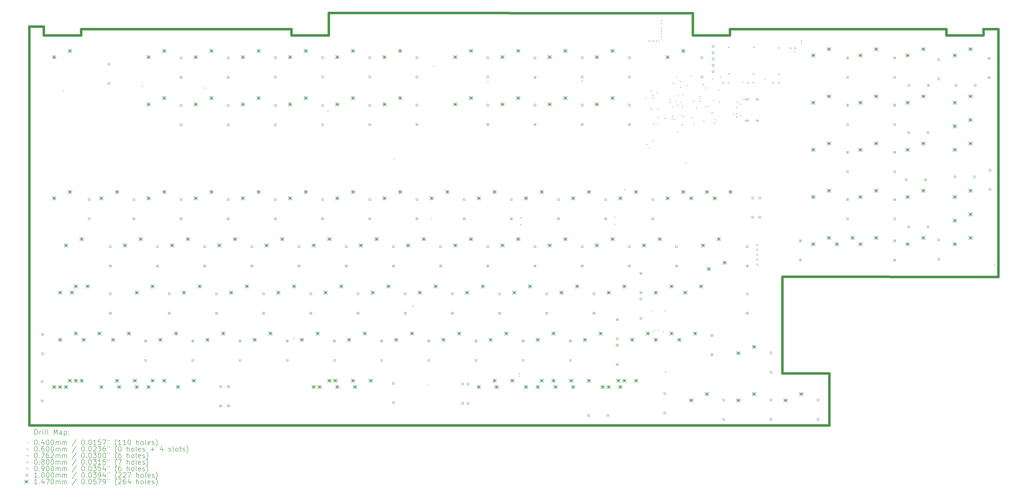
<source format=gbr>
%TF.GenerationSoftware,KiCad,Pcbnew,9.0.0*%
%TF.CreationDate,2025-04-22T01:25:47+02:00*%
%TF.ProjectId,takt11800,74616b74-3131-4383-9030-2e6b69636164,1.0.0*%
%TF.SameCoordinates,Original*%
%TF.FileFunction,Drillmap*%
%TF.FilePolarity,Positive*%
%FSLAX45Y45*%
G04 Gerber Fmt 4.5, Leading zero omitted, Abs format (unit mm)*
G04 Created by KiCad (PCBNEW 9.0.0) date 2025-04-22 01:25:47*
%MOMM*%
%LPD*%
G01*
G04 APERTURE LIST*
%ADD10C,1.000000*%
%ADD11C,0.200000*%
%ADD12C,0.100000*%
%ADD13C,0.147000*%
G04 APERTURE END LIST*
D10*
X29783000Y-6594000D02*
X29783000Y-6844000D01*
X28283000Y-5943000D02*
X28283000Y-6843000D01*
X33799000Y-20491000D02*
X31899000Y-20491000D01*
X12083000Y-6591000D02*
X3583000Y-6592000D01*
X12083000Y-6591000D02*
X12083000Y-6841000D01*
X3583000Y-6842000D02*
X2083000Y-6841000D01*
X2083000Y-6491000D02*
X2083000Y-6841000D01*
X1499000Y-6491000D02*
X1499000Y-22591000D01*
X28283000Y-5943000D02*
X13583000Y-5942000D01*
X13583000Y-6842000D02*
X12083000Y-6841000D01*
X13583000Y-5942000D02*
X13583000Y-6842000D01*
X29783000Y-6844000D02*
X28283000Y-6843000D01*
X33799000Y-22591000D02*
X33799000Y-20491000D01*
X3583000Y-6592000D02*
X3583000Y-6842000D01*
X31899000Y-20491000D02*
X31899000Y-16591000D01*
X40623125Y-16595000D02*
X31899000Y-16591000D01*
X40623125Y-6594000D02*
X40623125Y-16595000D01*
X40623125Y-6594000D02*
X40021125Y-6594000D01*
X40021125Y-6594000D02*
X40021125Y-6844000D01*
X40021125Y-6844000D02*
X38521125Y-6843000D01*
X38521125Y-6593000D02*
X38521125Y-6843000D01*
X38521125Y-6593000D02*
X29783000Y-6594000D01*
X1499000Y-22591000D02*
X33799000Y-22591000D01*
X1499000Y-6491000D02*
X2083000Y-6491000D01*
D11*
D12*
X2853000Y-9057000D02*
X2893000Y-9097000D01*
X2893000Y-9057000D02*
X2853000Y-9097000D01*
X6031000Y-8870000D02*
X6071000Y-8910000D01*
X6071000Y-8870000D02*
X6031000Y-8910000D01*
X8558000Y-8947000D02*
X8598000Y-8987000D01*
X8598000Y-8947000D02*
X8558000Y-8987000D01*
X12151000Y-19040000D02*
X12191000Y-19080000D01*
X12191000Y-19040000D02*
X12151000Y-19080000D01*
X13525000Y-9871000D02*
X13565000Y-9911000D01*
X13565000Y-9871000D02*
X13525000Y-9911000D01*
X16206000Y-11807000D02*
X16246000Y-11847000D01*
X16246000Y-11807000D02*
X16206000Y-11847000D01*
X16958000Y-17745000D02*
X16998000Y-17785000D01*
X16998000Y-17745000D02*
X16958000Y-17785000D01*
X17583400Y-20935000D02*
X17623400Y-20975000D01*
X17623400Y-20935000D02*
X17583400Y-20975000D01*
X17724000Y-14223750D02*
X17764000Y-14263750D01*
X17764000Y-14223750D02*
X17724000Y-14263750D01*
X17794000Y-8046000D02*
X17834000Y-8086000D01*
X17834000Y-8046000D02*
X17794000Y-8086000D01*
X19985000Y-8694000D02*
X20025000Y-8734000D01*
X20025000Y-8694000D02*
X19985000Y-8734000D01*
X21258827Y-20578977D02*
X21298827Y-20618977D01*
X21298827Y-20578977D02*
X21258827Y-20618977D01*
X21261000Y-20479000D02*
X21301000Y-20519000D01*
X21301000Y-20479000D02*
X21261000Y-20519000D01*
X21319000Y-14190000D02*
X21359000Y-14230000D01*
X21359000Y-14190000D02*
X21319000Y-14230000D01*
X21319000Y-14470000D02*
X21359000Y-14510000D01*
X21359000Y-14470000D02*
X21319000Y-14510000D01*
X23795000Y-8662000D02*
X23835000Y-8702000D01*
X23835000Y-8662000D02*
X23795000Y-8702000D01*
X25111000Y-14161000D02*
X25151000Y-14201000D01*
X25151000Y-14161000D02*
X25111000Y-14201000D01*
X25111000Y-14449000D02*
X25151000Y-14489000D01*
X25151000Y-14449000D02*
X25111000Y-14489000D01*
X25503950Y-13051000D02*
X25543950Y-13091000D01*
X25543950Y-13051000D02*
X25503950Y-13091000D01*
X26377000Y-9348000D02*
X26417000Y-9388000D01*
X26417000Y-9348000D02*
X26377000Y-9388000D01*
X26394016Y-11221016D02*
X26434016Y-11261016D01*
X26434016Y-11221016D02*
X26394016Y-11261016D01*
X26492419Y-7043145D02*
X26532419Y-7083145D01*
X26532419Y-7043145D02*
X26492419Y-7083145D01*
X26508724Y-11346724D02*
X26548724Y-11386724D01*
X26548724Y-11346724D02*
X26508724Y-11386724D01*
X26580000Y-9066000D02*
X26620000Y-9106000D01*
X26620000Y-9066000D02*
X26580000Y-9106000D01*
X26585000Y-9795000D02*
X26625000Y-9835000D01*
X26625000Y-9795000D02*
X26585000Y-9835000D01*
X26593000Y-7046000D02*
X26633000Y-7086000D01*
X26633000Y-7046000D02*
X26593000Y-7086000D01*
X26635000Y-17928000D02*
X26675000Y-17968000D01*
X26675000Y-17928000D02*
X26635000Y-17968000D01*
X26649120Y-11086120D02*
X26689120Y-11126120D01*
X26689120Y-11086120D02*
X26649120Y-11126120D01*
X26650521Y-18784625D02*
X26690521Y-18824625D01*
X26690521Y-18784625D02*
X26650521Y-18824625D01*
X26652267Y-9354981D02*
X26692267Y-9394981D01*
X26692267Y-9354981D02*
X26652267Y-9394981D01*
X26652723Y-9235277D02*
X26692723Y-9275277D01*
X26692723Y-9235277D02*
X26652723Y-9275277D01*
X26692000Y-10405500D02*
X26732000Y-10445500D01*
X26732000Y-10405500D02*
X26692000Y-10445500D01*
X26692995Y-7044990D02*
X26732995Y-7084990D01*
X26732995Y-7044990D02*
X26692995Y-7084990D01*
X26722000Y-18711000D02*
X26762000Y-18751000D01*
X26762000Y-18711000D02*
X26722000Y-18751000D01*
X26797000Y-7044000D02*
X26837000Y-7084000D01*
X26837000Y-7044000D02*
X26797000Y-7084000D01*
X26825500Y-9120500D02*
X26865500Y-9160500D01*
X26865500Y-9120500D02*
X26825500Y-9160500D01*
X26865000Y-9802000D02*
X26905000Y-9842000D01*
X26905000Y-9802000D02*
X26865000Y-9842000D01*
X26866000Y-10133000D02*
X26906000Y-10173000D01*
X26906000Y-10133000D02*
X26866000Y-10173000D01*
X26866000Y-10405500D02*
X26906000Y-10445500D01*
X26906000Y-10405500D02*
X26866000Y-10445500D01*
X26879500Y-18709500D02*
X26919500Y-18749500D01*
X26919500Y-18709500D02*
X26879500Y-18749500D01*
X26896979Y-7046040D02*
X26936979Y-7086040D01*
X26936979Y-7046040D02*
X26896979Y-7086040D01*
X26985000Y-6531000D02*
X27025000Y-6571000D01*
X27025000Y-6531000D02*
X26985000Y-6571000D01*
X26987359Y-6637828D02*
X27027359Y-6677828D01*
X27027359Y-6637828D02*
X26987359Y-6677828D01*
X26990000Y-6224000D02*
X27030000Y-6264000D01*
X27030000Y-6224000D02*
X26990000Y-6264000D01*
X26991000Y-6336400D02*
X27031000Y-6376400D01*
X27031000Y-6336400D02*
X26991000Y-6376400D01*
X26991000Y-6744000D02*
X27031000Y-6784000D01*
X27031000Y-6744000D02*
X26991000Y-6784000D01*
X26992000Y-6973000D02*
X27032000Y-7013000D01*
X27032000Y-6973000D02*
X26992000Y-7013000D01*
X26996000Y-6854000D02*
X27036000Y-6894000D01*
X27036000Y-6854000D02*
X26996000Y-6894000D01*
X27064000Y-18784625D02*
X27104000Y-18824625D01*
X27104000Y-18784625D02*
X27064000Y-18824625D01*
X27135000Y-17936000D02*
X27175000Y-17976000D01*
X27175000Y-17936000D02*
X27135000Y-17976000D01*
X27143000Y-10178000D02*
X27183000Y-10218000D01*
X27183000Y-10178000D02*
X27143000Y-10218000D01*
X27149000Y-20404000D02*
X27189000Y-20444000D01*
X27189000Y-20404000D02*
X27149000Y-20444000D01*
X27329000Y-9516000D02*
X27369000Y-9556000D01*
X27369000Y-9516000D02*
X27329000Y-9556000D01*
X27352000Y-9387000D02*
X27392000Y-9427000D01*
X27392000Y-9387000D02*
X27352000Y-9427000D01*
X27424500Y-10199000D02*
X27464500Y-10239000D01*
X27464500Y-10199000D02*
X27424500Y-10239000D01*
X27433182Y-10085115D02*
X27473182Y-10125115D01*
X27473182Y-10085115D02*
X27433182Y-10125115D01*
X27473000Y-9718000D02*
X27513000Y-9758000D01*
X27513000Y-9718000D02*
X27473000Y-9758000D01*
X27474500Y-8764000D02*
X27514500Y-8804000D01*
X27514500Y-8764000D02*
X27474500Y-8804000D01*
X27524500Y-10199000D02*
X27564500Y-10239000D01*
X27564500Y-10199000D02*
X27524500Y-10239000D01*
X27572000Y-9479750D02*
X27612000Y-9519750D01*
X27612000Y-9479750D02*
X27572000Y-9519750D01*
X27599235Y-8506765D02*
X27639235Y-8546765D01*
X27639235Y-8506765D02*
X27599235Y-8546765D01*
X27641000Y-10713000D02*
X27681000Y-10753000D01*
X27681000Y-10713000D02*
X27641000Y-10753000D01*
X27656875Y-9636875D02*
X27696875Y-9676875D01*
X27696875Y-9636875D02*
X27656875Y-9676875D01*
X27674500Y-9256000D02*
X27714500Y-9296000D01*
X27714500Y-9256000D02*
X27674500Y-9296000D01*
X27761000Y-8673000D02*
X27801000Y-8713000D01*
X27801000Y-8673000D02*
X27761000Y-8713000D01*
X27775000Y-8917000D02*
X27815000Y-8957000D01*
X27815000Y-8917000D02*
X27775000Y-8957000D01*
X27793000Y-9527000D02*
X27833000Y-9567000D01*
X27833000Y-9527000D02*
X27793000Y-9567000D01*
X27801509Y-10042586D02*
X27841509Y-10082586D01*
X27841509Y-10042586D02*
X27801509Y-10082586D01*
X27837000Y-10440000D02*
X27877000Y-10480000D01*
X27877000Y-10440000D02*
X27837000Y-10480000D01*
X27849431Y-9762250D02*
X27889431Y-9802250D01*
X27889431Y-9762250D02*
X27849431Y-9802250D01*
X27852000Y-9207000D02*
X27892000Y-9247000D01*
X27892000Y-9207000D02*
X27852000Y-9247000D01*
X27853621Y-9662338D02*
X27893621Y-9702338D01*
X27893621Y-9662338D02*
X27853621Y-9702338D01*
X27878000Y-10107000D02*
X27918000Y-10147000D01*
X27918000Y-10107000D02*
X27878000Y-10147000D01*
X27982000Y-11966000D02*
X28022000Y-12006000D01*
X28022000Y-11966000D02*
X27982000Y-12006000D01*
X28021000Y-8842000D02*
X28061000Y-8882000D01*
X28061000Y-8842000D02*
X28021000Y-8882000D01*
X28191820Y-8462180D02*
X28231820Y-8502180D01*
X28231820Y-8462180D02*
X28191820Y-8502180D01*
X28225350Y-10129450D02*
X28265350Y-10169450D01*
X28265350Y-10129450D02*
X28225350Y-10169450D01*
X28286000Y-9479750D02*
X28326000Y-9519750D01*
X28326000Y-9479750D02*
X28286000Y-9519750D01*
X28321000Y-10390000D02*
X28361000Y-10430000D01*
X28361000Y-10390000D02*
X28321000Y-10430000D01*
X28407000Y-9740000D02*
X28447000Y-9780000D01*
X28447000Y-9740000D02*
X28407000Y-9780000D01*
X28553977Y-9279775D02*
X28593977Y-9319775D01*
X28593977Y-9279775D02*
X28553977Y-9319775D01*
X28554995Y-9379770D02*
X28594995Y-9419770D01*
X28594995Y-9379770D02*
X28554995Y-9419770D01*
X28557000Y-9479750D02*
X28597000Y-9519750D01*
X28597000Y-9479750D02*
X28557000Y-9519750D01*
X28679000Y-8801000D02*
X28719000Y-8841000D01*
X28719000Y-8801000D02*
X28679000Y-8841000D01*
X28711000Y-10294000D02*
X28751000Y-10334000D01*
X28751000Y-10294000D02*
X28711000Y-10334000D01*
X28776473Y-9708100D02*
X28816473Y-9748100D01*
X28816473Y-9708100D02*
X28776473Y-9748100D01*
X28786000Y-8945000D02*
X28826000Y-8985000D01*
X28826000Y-8945000D02*
X28786000Y-8985000D01*
X28875000Y-9691000D02*
X28915000Y-9731000D01*
X28915000Y-9691000D02*
X28875000Y-9731000D01*
X29035000Y-9954000D02*
X29075000Y-9994000D01*
X29075000Y-9954000D02*
X29035000Y-9994000D01*
X29065000Y-8583000D02*
X29105000Y-8623000D01*
X29105000Y-8583000D02*
X29065000Y-8623000D01*
X29099046Y-9444046D02*
X29139046Y-9484046D01*
X29139046Y-9444046D02*
X29099046Y-9484046D01*
X29141000Y-10358000D02*
X29181000Y-10398000D01*
X29181000Y-10358000D02*
X29141000Y-10398000D01*
X29142000Y-10221000D02*
X29182000Y-10261000D01*
X29182000Y-10221000D02*
X29142000Y-10261000D01*
X29320000Y-9010000D02*
X29360000Y-9050000D01*
X29360000Y-9010000D02*
X29320000Y-9050000D01*
X29327000Y-9514000D02*
X29367000Y-9554000D01*
X29367000Y-9514000D02*
X29327000Y-9554000D01*
X29383000Y-8504000D02*
X29423000Y-8544000D01*
X29423000Y-8504000D02*
X29383000Y-8544000D01*
X29902000Y-9997000D02*
X29942000Y-10037000D01*
X29942000Y-9997000D02*
X29902000Y-10037000D01*
X30019000Y-9741000D02*
X30059000Y-9781000D01*
X30059000Y-9741000D02*
X30019000Y-9781000D01*
X30034000Y-10119000D02*
X30074000Y-10159000D01*
X30074000Y-10119000D02*
X30034000Y-10159000D01*
X30042000Y-9976000D02*
X30082000Y-10016000D01*
X30082000Y-9976000D02*
X30042000Y-10016000D01*
X30064000Y-9502000D02*
X30104000Y-9542000D01*
X30104000Y-9502000D02*
X30064000Y-9542000D01*
X30188000Y-10074000D02*
X30228000Y-10114000D01*
X30228000Y-10074000D02*
X30188000Y-10114000D01*
X30189000Y-9587000D02*
X30229000Y-9627000D01*
X30229000Y-9587000D02*
X30189000Y-9627000D01*
X30271000Y-9398000D02*
X30311000Y-9438000D01*
X30311000Y-9398000D02*
X30271000Y-9438000D01*
X30279000Y-8720000D02*
X30319000Y-8760000D01*
X30319000Y-8720000D02*
X30279000Y-8760000D01*
X31176000Y-8584000D02*
X31216000Y-8624000D01*
X31216000Y-8584000D02*
X31176000Y-8624000D01*
X32376000Y-7490000D02*
X32416000Y-7530000D01*
X32416000Y-7490000D02*
X32376000Y-7530000D01*
X32649000Y-7034500D02*
X32689000Y-7074500D01*
X32689000Y-7034500D02*
X32649000Y-7074500D01*
X32650000Y-7136000D02*
X32690000Y-7176000D01*
X32690000Y-7136000D02*
X32650000Y-7176000D01*
X40436500Y-16089400D02*
X40476500Y-16129400D01*
X40476500Y-16089400D02*
X40436500Y-16129400D01*
X30497000Y-9420000D02*
G75*
G02*
X30437000Y-9420000I-30000J0D01*
G01*
X30437000Y-9420000D02*
G75*
G02*
X30497000Y-9420000I30000J0D01*
G01*
X30412000Y-9450000D02*
X30522000Y-9450000D01*
X30522000Y-9390000D02*
G75*
G02*
X30522000Y-9450000I0J-30000D01*
G01*
X30522000Y-9390000D02*
X30412000Y-9390000D01*
X30412000Y-9390000D02*
G75*
G03*
X30412000Y-9450000I0J-30000D01*
G01*
X30497000Y-10284000D02*
G75*
G02*
X30437000Y-10284000I-30000J0D01*
G01*
X30437000Y-10284000D02*
G75*
G02*
X30497000Y-10284000I30000J0D01*
G01*
X30412000Y-10314000D02*
X30522000Y-10314000D01*
X30522000Y-10254000D02*
G75*
G02*
X30522000Y-10314000I0J-30000D01*
G01*
X30522000Y-10254000D02*
X30412000Y-10254000D01*
X30412000Y-10254000D02*
G75*
G03*
X30412000Y-10314000I0J-30000D01*
G01*
X30915000Y-9420000D02*
G75*
G02*
X30855000Y-9420000I-30000J0D01*
G01*
X30855000Y-9420000D02*
G75*
G02*
X30915000Y-9420000I30000J0D01*
G01*
X30855000Y-9450000D02*
X30915000Y-9450000D01*
X30915000Y-9390000D02*
G75*
G02*
X30915000Y-9450000I0J-30000D01*
G01*
X30915000Y-9390000D02*
X30855000Y-9390000D01*
X30855000Y-9390000D02*
G75*
G03*
X30855000Y-9450000I0J-30000D01*
G01*
X30915000Y-10284000D02*
G75*
G02*
X30855000Y-10284000I-30000J0D01*
G01*
X30855000Y-10284000D02*
G75*
G02*
X30915000Y-10284000I30000J0D01*
G01*
X30855000Y-10314000D02*
X30915000Y-10314000D01*
X30915000Y-10254000D02*
G75*
G02*
X30915000Y-10314000I0J-30000D01*
G01*
X30915000Y-10254000D02*
X30855000Y-10254000D01*
X30855000Y-10254000D02*
G75*
G03*
X30855000Y-10314000I0J-30000D01*
G01*
X29737000Y-8351900D02*
X29737000Y-8428100D01*
X29698900Y-8390000D02*
X29775100Y-8390000D01*
X29738000Y-7279900D02*
X29738000Y-7356100D01*
X29699900Y-7318000D02*
X29776100Y-7318000D01*
X30739000Y-8358900D02*
X30739000Y-8435100D01*
X30700900Y-8397000D02*
X30777100Y-8397000D01*
X30740000Y-7286900D02*
X30740000Y-7363100D01*
X30701900Y-7325000D02*
X30778100Y-7325000D01*
X31761000Y-8374900D02*
X31761000Y-8451100D01*
X31722900Y-8413000D02*
X31799100Y-8413000D01*
X31762000Y-7302900D02*
X31762000Y-7379100D01*
X31723900Y-7341000D02*
X31800100Y-7341000D01*
X30905284Y-15323284D02*
X30905284Y-15266715D01*
X30848715Y-15266715D01*
X30848715Y-15323284D01*
X30905284Y-15323284D01*
X30905284Y-15523284D02*
X30905284Y-15466715D01*
X30848715Y-15466715D01*
X30848715Y-15523284D01*
X30905284Y-15523284D01*
X30905284Y-15723284D02*
X30905284Y-15666715D01*
X30848715Y-15666715D01*
X30848715Y-15723284D01*
X30905284Y-15723284D01*
X30905284Y-15923284D02*
X30905284Y-15866715D01*
X30848715Y-15866715D01*
X30848715Y-15923284D01*
X30905284Y-15923284D01*
X30905284Y-16123284D02*
X30905284Y-16066715D01*
X30848715Y-16066715D01*
X30848715Y-16123284D01*
X30905284Y-16123284D01*
X32244284Y-7382284D02*
X32244284Y-7325715D01*
X32187715Y-7325715D01*
X32187715Y-7382284D01*
X32244284Y-7382284D01*
X32444284Y-7382284D02*
X32444284Y-7325715D01*
X32387715Y-7325715D01*
X32387715Y-7382284D01*
X32444284Y-7382284D01*
X29498000Y-8798000D02*
X29543000Y-8753000D01*
X29498000Y-8708000D01*
X29453000Y-8753000D01*
X29498000Y-8798000D01*
X29727000Y-8798000D02*
X29772000Y-8753000D01*
X29727000Y-8708000D01*
X29682000Y-8753000D01*
X29727000Y-8798000D01*
X30507000Y-8794000D02*
X30552000Y-8749000D01*
X30507000Y-8704000D01*
X30462000Y-8749000D01*
X30507000Y-8794000D01*
X30736000Y-8794000D02*
X30781000Y-8749000D01*
X30736000Y-8704000D01*
X30691000Y-8749000D01*
X30736000Y-8794000D01*
X31523000Y-8794000D02*
X31568000Y-8749000D01*
X31523000Y-8704000D01*
X31478000Y-8749000D01*
X31523000Y-8794000D01*
X31752000Y-8794000D02*
X31797000Y-8749000D01*
X31752000Y-8704000D01*
X31707000Y-8749000D01*
X31752000Y-8794000D01*
X1963000Y-20772000D02*
X2063000Y-20872000D01*
X2063000Y-20772000D02*
X1963000Y-20872000D01*
X2063000Y-20822000D02*
G75*
G02*
X1963000Y-20822000I-50000J0D01*
G01*
X1963000Y-20822000D02*
G75*
G02*
X2063000Y-20822000I50000J0D01*
G01*
X1963000Y-21552000D02*
X2063000Y-21652000D01*
X2063000Y-21552000D02*
X1963000Y-21652000D01*
X2063000Y-21602000D02*
G75*
G02*
X1963000Y-21602000I-50000J0D01*
G01*
X1963000Y-21602000D02*
G75*
G02*
X2063000Y-21602000I50000J0D01*
G01*
X1980000Y-18864000D02*
X2080000Y-18964000D01*
X2080000Y-18864000D02*
X1980000Y-18964000D01*
X2080000Y-18914000D02*
G75*
G02*
X1980000Y-18914000I-50000J0D01*
G01*
X1980000Y-18914000D02*
G75*
G02*
X2080000Y-18914000I50000J0D01*
G01*
X1980000Y-19644000D02*
X2080000Y-19744000D01*
X2080000Y-19644000D02*
X1980000Y-19744000D01*
X2080000Y-19694000D02*
G75*
G02*
X1980000Y-19694000I-50000J0D01*
G01*
X1980000Y-19694000D02*
G75*
G02*
X2080000Y-19694000I50000J0D01*
G01*
X3859000Y-13417000D02*
X3959000Y-13517000D01*
X3959000Y-13417000D02*
X3859000Y-13517000D01*
X3959000Y-13467000D02*
G75*
G02*
X3859000Y-13467000I-50000J0D01*
G01*
X3859000Y-13467000D02*
G75*
G02*
X3959000Y-13467000I50000J0D01*
G01*
X3859000Y-14197000D02*
X3959000Y-14297000D01*
X3959000Y-14197000D02*
X3859000Y-14297000D01*
X3959000Y-14247000D02*
G75*
G02*
X3859000Y-14247000I-50000J0D01*
G01*
X3859000Y-14247000D02*
G75*
G02*
X3959000Y-14247000I50000J0D01*
G01*
X4655000Y-7952000D02*
X4755000Y-8052000D01*
X4755000Y-7952000D02*
X4655000Y-8052000D01*
X4755000Y-8002000D02*
G75*
G02*
X4655000Y-8002000I-50000J0D01*
G01*
X4655000Y-8002000D02*
G75*
G02*
X4755000Y-8002000I50000J0D01*
G01*
X4655000Y-8732000D02*
X4755000Y-8832000D01*
X4755000Y-8732000D02*
X4655000Y-8832000D01*
X4755000Y-8782000D02*
G75*
G02*
X4655000Y-8782000I-50000J0D01*
G01*
X4655000Y-8782000D02*
G75*
G02*
X4755000Y-8782000I50000J0D01*
G01*
X4712250Y-15323250D02*
X4812250Y-15423250D01*
X4812250Y-15323250D02*
X4712250Y-15423250D01*
X4812250Y-15373250D02*
G75*
G02*
X4712250Y-15373250I-50000J0D01*
G01*
X4712250Y-15373250D02*
G75*
G02*
X4812250Y-15373250I50000J0D01*
G01*
X4712250Y-16103250D02*
X4812250Y-16203250D01*
X4812250Y-16103250D02*
X4712250Y-16203250D01*
X4812250Y-16153250D02*
G75*
G02*
X4712250Y-16153250I-50000J0D01*
G01*
X4712250Y-16153250D02*
G75*
G02*
X4812250Y-16153250I50000J0D01*
G01*
X4712250Y-17228250D02*
X4812250Y-17328250D01*
X4812250Y-17228250D02*
X4712250Y-17328250D01*
X4812250Y-17278250D02*
G75*
G02*
X4712250Y-17278250I-50000J0D01*
G01*
X4712250Y-17278250D02*
G75*
G02*
X4812250Y-17278250I50000J0D01*
G01*
X4712250Y-18008250D02*
X4812250Y-18108250D01*
X4812250Y-18008250D02*
X4712250Y-18108250D01*
X4812250Y-18058250D02*
G75*
G02*
X4712250Y-18058250I-50000J0D01*
G01*
X4712250Y-18058250D02*
G75*
G02*
X4812250Y-18058250I50000J0D01*
G01*
X5664750Y-13418250D02*
X5764750Y-13518250D01*
X5764750Y-13418250D02*
X5664750Y-13518250D01*
X5764750Y-13468250D02*
G75*
G02*
X5664750Y-13468250I-50000J0D01*
G01*
X5664750Y-13468250D02*
G75*
G02*
X5764750Y-13468250I50000J0D01*
G01*
X5664750Y-14198250D02*
X5764750Y-14298250D01*
X5764750Y-14198250D02*
X5664750Y-14298250D01*
X5764750Y-14248250D02*
G75*
G02*
X5664750Y-14248250I-50000J0D01*
G01*
X5664750Y-14248250D02*
G75*
G02*
X5764750Y-14248250I50000J0D01*
G01*
X6141000Y-19133250D02*
X6241000Y-19233250D01*
X6241000Y-19133250D02*
X6141000Y-19233250D01*
X6241000Y-19183250D02*
G75*
G02*
X6141000Y-19183250I-50000J0D01*
G01*
X6141000Y-19183250D02*
G75*
G02*
X6241000Y-19183250I50000J0D01*
G01*
X6141000Y-19913250D02*
X6241000Y-20013250D01*
X6241000Y-19913250D02*
X6141000Y-20013250D01*
X6241000Y-19963250D02*
G75*
G02*
X6141000Y-19963250I-50000J0D01*
G01*
X6141000Y-19963250D02*
G75*
G02*
X6241000Y-19963250I50000J0D01*
G01*
X6617250Y-15323250D02*
X6717250Y-15423250D01*
X6717250Y-15323250D02*
X6617250Y-15423250D01*
X6717250Y-15373250D02*
G75*
G02*
X6617250Y-15373250I-50000J0D01*
G01*
X6617250Y-15373250D02*
G75*
G02*
X6717250Y-15373250I50000J0D01*
G01*
X6617250Y-16103250D02*
X6717250Y-16203250D01*
X6717250Y-16103250D02*
X6617250Y-16203250D01*
X6717250Y-16153250D02*
G75*
G02*
X6617250Y-16153250I-50000J0D01*
G01*
X6617250Y-16153250D02*
G75*
G02*
X6717250Y-16153250I50000J0D01*
G01*
X7093500Y-17228250D02*
X7193500Y-17328250D01*
X7193500Y-17228250D02*
X7093500Y-17328250D01*
X7193500Y-17278250D02*
G75*
G02*
X7093500Y-17278250I-50000J0D01*
G01*
X7093500Y-17278250D02*
G75*
G02*
X7193500Y-17278250I50000J0D01*
G01*
X7093500Y-18008250D02*
X7193500Y-18108250D01*
X7193500Y-18008250D02*
X7093500Y-18108250D01*
X7193500Y-18058250D02*
G75*
G02*
X7093500Y-18058250I-50000J0D01*
G01*
X7093500Y-18058250D02*
G75*
G02*
X7193500Y-18058250I50000J0D01*
G01*
X7569750Y-7703250D02*
X7669750Y-7803250D01*
X7669750Y-7703250D02*
X7569750Y-7803250D01*
X7669750Y-7753250D02*
G75*
G02*
X7569750Y-7753250I-50000J0D01*
G01*
X7569750Y-7753250D02*
G75*
G02*
X7669750Y-7753250I50000J0D01*
G01*
X7569750Y-8483250D02*
X7669750Y-8583250D01*
X7669750Y-8483250D02*
X7569750Y-8583250D01*
X7669750Y-8533250D02*
G75*
G02*
X7569750Y-8533250I-50000J0D01*
G01*
X7569750Y-8533250D02*
G75*
G02*
X7669750Y-8533250I50000J0D01*
G01*
X7569750Y-9620125D02*
X7669750Y-9720125D01*
X7669750Y-9620125D02*
X7569750Y-9720125D01*
X7669750Y-9670125D02*
G75*
G02*
X7569750Y-9670125I-50000J0D01*
G01*
X7569750Y-9670125D02*
G75*
G02*
X7669750Y-9670125I50000J0D01*
G01*
X7569750Y-10400125D02*
X7669750Y-10500125D01*
X7669750Y-10400125D02*
X7569750Y-10500125D01*
X7669750Y-10450125D02*
G75*
G02*
X7569750Y-10450125I-50000J0D01*
G01*
X7569750Y-10450125D02*
G75*
G02*
X7669750Y-10450125I50000J0D01*
G01*
X7569750Y-13418250D02*
X7669750Y-13518250D01*
X7669750Y-13418250D02*
X7569750Y-13518250D01*
X7669750Y-13468250D02*
G75*
G02*
X7569750Y-13468250I-50000J0D01*
G01*
X7569750Y-13468250D02*
G75*
G02*
X7669750Y-13468250I50000J0D01*
G01*
X7569750Y-14198250D02*
X7669750Y-14298250D01*
X7669750Y-14198250D02*
X7569750Y-14298250D01*
X7669750Y-14248250D02*
G75*
G02*
X7569750Y-14248250I-50000J0D01*
G01*
X7569750Y-14248250D02*
G75*
G02*
X7669750Y-14248250I50000J0D01*
G01*
X8046000Y-19133250D02*
X8146000Y-19233250D01*
X8146000Y-19133250D02*
X8046000Y-19233250D01*
X8146000Y-19183250D02*
G75*
G02*
X8046000Y-19183250I-50000J0D01*
G01*
X8046000Y-19183250D02*
G75*
G02*
X8146000Y-19183250I50000J0D01*
G01*
X8046000Y-19913250D02*
X8146000Y-20013250D01*
X8146000Y-19913250D02*
X8046000Y-20013250D01*
X8146000Y-19963250D02*
G75*
G02*
X8046000Y-19963250I-50000J0D01*
G01*
X8046000Y-19963250D02*
G75*
G02*
X8146000Y-19963250I50000J0D01*
G01*
X8522250Y-15323250D02*
X8622250Y-15423250D01*
X8622250Y-15323250D02*
X8522250Y-15423250D01*
X8622250Y-15373250D02*
G75*
G02*
X8522250Y-15373250I-50000J0D01*
G01*
X8522250Y-15373250D02*
G75*
G02*
X8622250Y-15373250I50000J0D01*
G01*
X8522250Y-16103250D02*
X8622250Y-16203250D01*
X8622250Y-16103250D02*
X8522250Y-16203250D01*
X8622250Y-16153250D02*
G75*
G02*
X8522250Y-16153250I-50000J0D01*
G01*
X8522250Y-16153250D02*
G75*
G02*
X8622250Y-16153250I50000J0D01*
G01*
X8998500Y-17228250D02*
X9098500Y-17328250D01*
X9098500Y-17228250D02*
X8998500Y-17328250D01*
X9098500Y-17278250D02*
G75*
G02*
X8998500Y-17278250I-50000J0D01*
G01*
X8998500Y-17278250D02*
G75*
G02*
X9098500Y-17278250I50000J0D01*
G01*
X8998500Y-18008250D02*
X9098500Y-18108250D01*
X9098500Y-18008250D02*
X8998500Y-18108250D01*
X9098500Y-18058250D02*
G75*
G02*
X8998500Y-18058250I-50000J0D01*
G01*
X8998500Y-18058250D02*
G75*
G02*
X9098500Y-18058250I50000J0D01*
G01*
X9165000Y-20970000D02*
X9265000Y-21070000D01*
X9265000Y-20970000D02*
X9165000Y-21070000D01*
X9265000Y-21020000D02*
G75*
G02*
X9165000Y-21020000I-50000J0D01*
G01*
X9165000Y-21020000D02*
G75*
G02*
X9265000Y-21020000I50000J0D01*
G01*
X9165000Y-21750000D02*
X9265000Y-21850000D01*
X9265000Y-21750000D02*
X9165000Y-21850000D01*
X9265000Y-21800000D02*
G75*
G02*
X9165000Y-21800000I-50000J0D01*
G01*
X9165000Y-21800000D02*
G75*
G02*
X9265000Y-21800000I50000J0D01*
G01*
X9474750Y-7703250D02*
X9574750Y-7803250D01*
X9574750Y-7703250D02*
X9474750Y-7803250D01*
X9574750Y-7753250D02*
G75*
G02*
X9474750Y-7753250I-50000J0D01*
G01*
X9474750Y-7753250D02*
G75*
G02*
X9574750Y-7753250I50000J0D01*
G01*
X9474750Y-8483250D02*
X9574750Y-8583250D01*
X9574750Y-8483250D02*
X9474750Y-8583250D01*
X9574750Y-8533250D02*
G75*
G02*
X9474750Y-8533250I-50000J0D01*
G01*
X9474750Y-8533250D02*
G75*
G02*
X9574750Y-8533250I50000J0D01*
G01*
X9474750Y-9620125D02*
X9574750Y-9720125D01*
X9574750Y-9620125D02*
X9474750Y-9720125D01*
X9574750Y-9670125D02*
G75*
G02*
X9474750Y-9670125I-50000J0D01*
G01*
X9474750Y-9670125D02*
G75*
G02*
X9574750Y-9670125I50000J0D01*
G01*
X9474750Y-10400125D02*
X9574750Y-10500125D01*
X9574750Y-10400125D02*
X9474750Y-10500125D01*
X9574750Y-10450125D02*
G75*
G02*
X9474750Y-10450125I-50000J0D01*
G01*
X9474750Y-10450125D02*
G75*
G02*
X9574750Y-10450125I50000J0D01*
G01*
X9474750Y-13418250D02*
X9574750Y-13518250D01*
X9574750Y-13418250D02*
X9474750Y-13518250D01*
X9574750Y-13468250D02*
G75*
G02*
X9474750Y-13468250I-50000J0D01*
G01*
X9474750Y-13468250D02*
G75*
G02*
X9574750Y-13468250I50000J0D01*
G01*
X9474750Y-14198250D02*
X9574750Y-14298250D01*
X9574750Y-14198250D02*
X9474750Y-14298250D01*
X9574750Y-14248250D02*
G75*
G02*
X9474750Y-14248250I-50000J0D01*
G01*
X9474750Y-14248250D02*
G75*
G02*
X9574750Y-14248250I50000J0D01*
G01*
X9479000Y-20971000D02*
X9579000Y-21071000D01*
X9579000Y-20971000D02*
X9479000Y-21071000D01*
X9579000Y-21021000D02*
G75*
G02*
X9479000Y-21021000I-50000J0D01*
G01*
X9479000Y-21021000D02*
G75*
G02*
X9579000Y-21021000I50000J0D01*
G01*
X9479000Y-21751000D02*
X9579000Y-21851000D01*
X9579000Y-21751000D02*
X9479000Y-21851000D01*
X9579000Y-21801000D02*
G75*
G02*
X9479000Y-21801000I-50000J0D01*
G01*
X9479000Y-21801000D02*
G75*
G02*
X9579000Y-21801000I50000J0D01*
G01*
X9951000Y-19133250D02*
X10051000Y-19233250D01*
X10051000Y-19133250D02*
X9951000Y-19233250D01*
X10051000Y-19183250D02*
G75*
G02*
X9951000Y-19183250I-50000J0D01*
G01*
X9951000Y-19183250D02*
G75*
G02*
X10051000Y-19183250I50000J0D01*
G01*
X9951000Y-19913250D02*
X10051000Y-20013250D01*
X10051000Y-19913250D02*
X9951000Y-20013250D01*
X10051000Y-19963250D02*
G75*
G02*
X9951000Y-19963250I-50000J0D01*
G01*
X9951000Y-19963250D02*
G75*
G02*
X10051000Y-19963250I50000J0D01*
G01*
X10427250Y-15323250D02*
X10527250Y-15423250D01*
X10527250Y-15323250D02*
X10427250Y-15423250D01*
X10527250Y-15373250D02*
G75*
G02*
X10427250Y-15373250I-50000J0D01*
G01*
X10427250Y-15373250D02*
G75*
G02*
X10527250Y-15373250I50000J0D01*
G01*
X10427250Y-16103250D02*
X10527250Y-16203250D01*
X10527250Y-16103250D02*
X10427250Y-16203250D01*
X10527250Y-16153250D02*
G75*
G02*
X10427250Y-16153250I-50000J0D01*
G01*
X10427250Y-16153250D02*
G75*
G02*
X10527250Y-16153250I50000J0D01*
G01*
X10903500Y-17228250D02*
X11003500Y-17328250D01*
X11003500Y-17228250D02*
X10903500Y-17328250D01*
X11003500Y-17278250D02*
G75*
G02*
X10903500Y-17278250I-50000J0D01*
G01*
X10903500Y-17278250D02*
G75*
G02*
X11003500Y-17278250I50000J0D01*
G01*
X10903500Y-18008250D02*
X11003500Y-18108250D01*
X11003500Y-18008250D02*
X10903500Y-18108250D01*
X11003500Y-18058250D02*
G75*
G02*
X10903500Y-18058250I-50000J0D01*
G01*
X10903500Y-18058250D02*
G75*
G02*
X11003500Y-18058250I50000J0D01*
G01*
X11379750Y-7691375D02*
X11479750Y-7791375D01*
X11479750Y-7691375D02*
X11379750Y-7791375D01*
X11479750Y-7741375D02*
G75*
G02*
X11379750Y-7741375I-50000J0D01*
G01*
X11379750Y-7741375D02*
G75*
G02*
X11479750Y-7741375I50000J0D01*
G01*
X11379750Y-8471375D02*
X11479750Y-8571375D01*
X11479750Y-8471375D02*
X11379750Y-8571375D01*
X11479750Y-8521375D02*
G75*
G02*
X11379750Y-8521375I-50000J0D01*
G01*
X11379750Y-8521375D02*
G75*
G02*
X11479750Y-8521375I50000J0D01*
G01*
X11379750Y-9620125D02*
X11479750Y-9720125D01*
X11479750Y-9620125D02*
X11379750Y-9720125D01*
X11479750Y-9670125D02*
G75*
G02*
X11379750Y-9670125I-50000J0D01*
G01*
X11379750Y-9670125D02*
G75*
G02*
X11479750Y-9670125I50000J0D01*
G01*
X11379750Y-10400125D02*
X11479750Y-10500125D01*
X11479750Y-10400125D02*
X11379750Y-10500125D01*
X11479750Y-10450125D02*
G75*
G02*
X11379750Y-10450125I-50000J0D01*
G01*
X11379750Y-10450125D02*
G75*
G02*
X11479750Y-10450125I50000J0D01*
G01*
X11379750Y-13418250D02*
X11479750Y-13518250D01*
X11479750Y-13418250D02*
X11379750Y-13518250D01*
X11479750Y-13468250D02*
G75*
G02*
X11379750Y-13468250I-50000J0D01*
G01*
X11379750Y-13468250D02*
G75*
G02*
X11479750Y-13468250I50000J0D01*
G01*
X11379750Y-14198250D02*
X11479750Y-14298250D01*
X11479750Y-14198250D02*
X11379750Y-14298250D01*
X11479750Y-14248250D02*
G75*
G02*
X11379750Y-14248250I-50000J0D01*
G01*
X11379750Y-14248250D02*
G75*
G02*
X11479750Y-14248250I50000J0D01*
G01*
X11856000Y-19133250D02*
X11956000Y-19233250D01*
X11956000Y-19133250D02*
X11856000Y-19233250D01*
X11956000Y-19183250D02*
G75*
G02*
X11856000Y-19183250I-50000J0D01*
G01*
X11856000Y-19183250D02*
G75*
G02*
X11956000Y-19183250I50000J0D01*
G01*
X11856000Y-19913250D02*
X11956000Y-20013250D01*
X11956000Y-19913250D02*
X11856000Y-20013250D01*
X11956000Y-19963250D02*
G75*
G02*
X11856000Y-19963250I-50000J0D01*
G01*
X11856000Y-19963250D02*
G75*
G02*
X11956000Y-19963250I50000J0D01*
G01*
X12332250Y-15323250D02*
X12432250Y-15423250D01*
X12432250Y-15323250D02*
X12332250Y-15423250D01*
X12432250Y-15373250D02*
G75*
G02*
X12332250Y-15373250I-50000J0D01*
G01*
X12332250Y-15373250D02*
G75*
G02*
X12432250Y-15373250I50000J0D01*
G01*
X12332250Y-16103250D02*
X12432250Y-16203250D01*
X12432250Y-16103250D02*
X12332250Y-16203250D01*
X12432250Y-16153250D02*
G75*
G02*
X12332250Y-16153250I-50000J0D01*
G01*
X12332250Y-16153250D02*
G75*
G02*
X12432250Y-16153250I50000J0D01*
G01*
X12808500Y-17228250D02*
X12908500Y-17328250D01*
X12908500Y-17228250D02*
X12808500Y-17328250D01*
X12908500Y-17278250D02*
G75*
G02*
X12808500Y-17278250I-50000J0D01*
G01*
X12808500Y-17278250D02*
G75*
G02*
X12908500Y-17278250I50000J0D01*
G01*
X12808500Y-18008250D02*
X12908500Y-18108250D01*
X12908500Y-18008250D02*
X12808500Y-18108250D01*
X12908500Y-18058250D02*
G75*
G02*
X12808500Y-18058250I-50000J0D01*
G01*
X12808500Y-18058250D02*
G75*
G02*
X12908500Y-18058250I50000J0D01*
G01*
X13284750Y-7691375D02*
X13384750Y-7791375D01*
X13384750Y-7691375D02*
X13284750Y-7791375D01*
X13384750Y-7741375D02*
G75*
G02*
X13284750Y-7741375I-50000J0D01*
G01*
X13284750Y-7741375D02*
G75*
G02*
X13384750Y-7741375I50000J0D01*
G01*
X13284750Y-8471375D02*
X13384750Y-8571375D01*
X13384750Y-8471375D02*
X13284750Y-8571375D01*
X13384750Y-8521375D02*
G75*
G02*
X13284750Y-8521375I-50000J0D01*
G01*
X13284750Y-8521375D02*
G75*
G02*
X13384750Y-8521375I50000J0D01*
G01*
X13284750Y-9620125D02*
X13384750Y-9720125D01*
X13384750Y-9620125D02*
X13284750Y-9720125D01*
X13384750Y-9670125D02*
G75*
G02*
X13284750Y-9670125I-50000J0D01*
G01*
X13284750Y-9670125D02*
G75*
G02*
X13384750Y-9670125I50000J0D01*
G01*
X13284750Y-10400125D02*
X13384750Y-10500125D01*
X13384750Y-10400125D02*
X13284750Y-10500125D01*
X13384750Y-10450125D02*
G75*
G02*
X13284750Y-10450125I-50000J0D01*
G01*
X13284750Y-10450125D02*
G75*
G02*
X13384750Y-10450125I50000J0D01*
G01*
X13284750Y-13418250D02*
X13384750Y-13518250D01*
X13384750Y-13418250D02*
X13284750Y-13518250D01*
X13384750Y-13468250D02*
G75*
G02*
X13284750Y-13468250I-50000J0D01*
G01*
X13284750Y-13468250D02*
G75*
G02*
X13384750Y-13468250I50000J0D01*
G01*
X13284750Y-14198250D02*
X13384750Y-14298250D01*
X13384750Y-14198250D02*
X13284750Y-14298250D01*
X13384750Y-14248250D02*
G75*
G02*
X13284750Y-14248250I-50000J0D01*
G01*
X13284750Y-14248250D02*
G75*
G02*
X13384750Y-14248250I50000J0D01*
G01*
X13761000Y-19133250D02*
X13861000Y-19233250D01*
X13861000Y-19133250D02*
X13761000Y-19233250D01*
X13861000Y-19183250D02*
G75*
G02*
X13761000Y-19183250I-50000J0D01*
G01*
X13761000Y-19183250D02*
G75*
G02*
X13861000Y-19183250I50000J0D01*
G01*
X13761000Y-19913250D02*
X13861000Y-20013250D01*
X13861000Y-19913250D02*
X13761000Y-20013250D01*
X13861000Y-19963250D02*
G75*
G02*
X13761000Y-19963250I-50000J0D01*
G01*
X13761000Y-19963250D02*
G75*
G02*
X13861000Y-19963250I50000J0D01*
G01*
X14237250Y-15323250D02*
X14337250Y-15423250D01*
X14337250Y-15323250D02*
X14237250Y-15423250D01*
X14337250Y-15373250D02*
G75*
G02*
X14237250Y-15373250I-50000J0D01*
G01*
X14237250Y-15373250D02*
G75*
G02*
X14337250Y-15373250I50000J0D01*
G01*
X14237250Y-16103250D02*
X14337250Y-16203250D01*
X14337250Y-16103250D02*
X14237250Y-16203250D01*
X14337250Y-16153250D02*
G75*
G02*
X14237250Y-16153250I-50000J0D01*
G01*
X14237250Y-16153250D02*
G75*
G02*
X14337250Y-16153250I50000J0D01*
G01*
X14713500Y-17228250D02*
X14813500Y-17328250D01*
X14813500Y-17228250D02*
X14713500Y-17328250D01*
X14813500Y-17278250D02*
G75*
G02*
X14713500Y-17278250I-50000J0D01*
G01*
X14713500Y-17278250D02*
G75*
G02*
X14813500Y-17278250I50000J0D01*
G01*
X14713500Y-18008250D02*
X14813500Y-18108250D01*
X14813500Y-18008250D02*
X14713500Y-18108250D01*
X14813500Y-18058250D02*
G75*
G02*
X14713500Y-18058250I-50000J0D01*
G01*
X14713500Y-18058250D02*
G75*
G02*
X14813500Y-18058250I50000J0D01*
G01*
X15189750Y-7691375D02*
X15289750Y-7791375D01*
X15289750Y-7691375D02*
X15189750Y-7791375D01*
X15289750Y-7741375D02*
G75*
G02*
X15189750Y-7741375I-50000J0D01*
G01*
X15189750Y-7741375D02*
G75*
G02*
X15289750Y-7741375I50000J0D01*
G01*
X15189750Y-8471375D02*
X15289750Y-8571375D01*
X15289750Y-8471375D02*
X15189750Y-8571375D01*
X15289750Y-8521375D02*
G75*
G02*
X15189750Y-8521375I-50000J0D01*
G01*
X15189750Y-8521375D02*
G75*
G02*
X15289750Y-8521375I50000J0D01*
G01*
X15189750Y-9620125D02*
X15289750Y-9720125D01*
X15289750Y-9620125D02*
X15189750Y-9720125D01*
X15289750Y-9670125D02*
G75*
G02*
X15189750Y-9670125I-50000J0D01*
G01*
X15189750Y-9670125D02*
G75*
G02*
X15289750Y-9670125I50000J0D01*
G01*
X15189750Y-10400125D02*
X15289750Y-10500125D01*
X15289750Y-10400125D02*
X15189750Y-10500125D01*
X15289750Y-10450125D02*
G75*
G02*
X15189750Y-10450125I-50000J0D01*
G01*
X15189750Y-10450125D02*
G75*
G02*
X15289750Y-10450125I50000J0D01*
G01*
X15189750Y-13418250D02*
X15289750Y-13518250D01*
X15289750Y-13418250D02*
X15189750Y-13518250D01*
X15289750Y-13468250D02*
G75*
G02*
X15189750Y-13468250I-50000J0D01*
G01*
X15189750Y-13468250D02*
G75*
G02*
X15289750Y-13468250I50000J0D01*
G01*
X15189750Y-14198250D02*
X15289750Y-14298250D01*
X15289750Y-14198250D02*
X15189750Y-14298250D01*
X15289750Y-14248250D02*
G75*
G02*
X15189750Y-14248250I-50000J0D01*
G01*
X15189750Y-14248250D02*
G75*
G02*
X15289750Y-14248250I50000J0D01*
G01*
X15666000Y-19133250D02*
X15766000Y-19233250D01*
X15766000Y-19133250D02*
X15666000Y-19233250D01*
X15766000Y-19183250D02*
G75*
G02*
X15666000Y-19183250I-50000J0D01*
G01*
X15666000Y-19183250D02*
G75*
G02*
X15766000Y-19183250I50000J0D01*
G01*
X15666000Y-19913250D02*
X15766000Y-20013250D01*
X15766000Y-19913250D02*
X15666000Y-20013250D01*
X15766000Y-19963250D02*
G75*
G02*
X15666000Y-19963250I-50000J0D01*
G01*
X15666000Y-19963250D02*
G75*
G02*
X15766000Y-19963250I50000J0D01*
G01*
X16142250Y-15323250D02*
X16242250Y-15423250D01*
X16242250Y-15323250D02*
X16142250Y-15423250D01*
X16242250Y-15373250D02*
G75*
G02*
X16142250Y-15373250I-50000J0D01*
G01*
X16142250Y-15373250D02*
G75*
G02*
X16242250Y-15373250I50000J0D01*
G01*
X16142250Y-16103250D02*
X16242250Y-16203250D01*
X16242250Y-16103250D02*
X16142250Y-16203250D01*
X16242250Y-16153250D02*
G75*
G02*
X16142250Y-16153250I-50000J0D01*
G01*
X16142250Y-16153250D02*
G75*
G02*
X16242250Y-16153250I50000J0D01*
G01*
X16142500Y-20839375D02*
X16242500Y-20939375D01*
X16242500Y-20839375D02*
X16142500Y-20939375D01*
X16242500Y-20889375D02*
G75*
G02*
X16142500Y-20889375I-50000J0D01*
G01*
X16142500Y-20889375D02*
G75*
G02*
X16242500Y-20889375I50000J0D01*
G01*
X16142500Y-21619375D02*
X16242500Y-21719375D01*
X16242500Y-21619375D02*
X16142500Y-21719375D01*
X16242500Y-21669375D02*
G75*
G02*
X16142500Y-21669375I-50000J0D01*
G01*
X16142500Y-21669375D02*
G75*
G02*
X16242500Y-21669375I50000J0D01*
G01*
X16618500Y-17228250D02*
X16718500Y-17328250D01*
X16718500Y-17228250D02*
X16618500Y-17328250D01*
X16718500Y-17278250D02*
G75*
G02*
X16618500Y-17278250I-50000J0D01*
G01*
X16618500Y-17278250D02*
G75*
G02*
X16718500Y-17278250I50000J0D01*
G01*
X16618500Y-18008250D02*
X16718500Y-18108250D01*
X16718500Y-18008250D02*
X16618500Y-18108250D01*
X16718500Y-18058250D02*
G75*
G02*
X16618500Y-18058250I-50000J0D01*
G01*
X16618500Y-18058250D02*
G75*
G02*
X16718500Y-18058250I50000J0D01*
G01*
X17094750Y-7691375D02*
X17194750Y-7791375D01*
X17194750Y-7691375D02*
X17094750Y-7791375D01*
X17194750Y-7741375D02*
G75*
G02*
X17094750Y-7741375I-50000J0D01*
G01*
X17094750Y-7741375D02*
G75*
G02*
X17194750Y-7741375I50000J0D01*
G01*
X17094750Y-8471375D02*
X17194750Y-8571375D01*
X17194750Y-8471375D02*
X17094750Y-8571375D01*
X17194750Y-8521375D02*
G75*
G02*
X17094750Y-8521375I-50000J0D01*
G01*
X17094750Y-8521375D02*
G75*
G02*
X17194750Y-8521375I50000J0D01*
G01*
X17094750Y-9608250D02*
X17194750Y-9708250D01*
X17194750Y-9608250D02*
X17094750Y-9708250D01*
X17194750Y-9658250D02*
G75*
G02*
X17094750Y-9658250I-50000J0D01*
G01*
X17094750Y-9658250D02*
G75*
G02*
X17194750Y-9658250I50000J0D01*
G01*
X17094750Y-10388250D02*
X17194750Y-10488250D01*
X17194750Y-10388250D02*
X17094750Y-10488250D01*
X17194750Y-10438250D02*
G75*
G02*
X17094750Y-10438250I-50000J0D01*
G01*
X17094750Y-10438250D02*
G75*
G02*
X17194750Y-10438250I50000J0D01*
G01*
X17094750Y-13418250D02*
X17194750Y-13518250D01*
X17194750Y-13418250D02*
X17094750Y-13518250D01*
X17194750Y-13468250D02*
G75*
G02*
X17094750Y-13468250I-50000J0D01*
G01*
X17094750Y-13468250D02*
G75*
G02*
X17194750Y-13468250I50000J0D01*
G01*
X17094750Y-14198250D02*
X17194750Y-14298250D01*
X17194750Y-14198250D02*
X17094750Y-14298250D01*
X17194750Y-14248250D02*
G75*
G02*
X17094750Y-14248250I-50000J0D01*
G01*
X17094750Y-14248250D02*
G75*
G02*
X17194750Y-14248250I50000J0D01*
G01*
X17571000Y-19133250D02*
X17671000Y-19233250D01*
X17671000Y-19133250D02*
X17571000Y-19233250D01*
X17671000Y-19183250D02*
G75*
G02*
X17571000Y-19183250I-50000J0D01*
G01*
X17571000Y-19183250D02*
G75*
G02*
X17671000Y-19183250I50000J0D01*
G01*
X17571000Y-19913250D02*
X17671000Y-20013250D01*
X17671000Y-19913250D02*
X17571000Y-20013250D01*
X17671000Y-19963250D02*
G75*
G02*
X17571000Y-19963250I-50000J0D01*
G01*
X17571000Y-19963250D02*
G75*
G02*
X17671000Y-19963250I50000J0D01*
G01*
X18047250Y-15323250D02*
X18147250Y-15423250D01*
X18147250Y-15323250D02*
X18047250Y-15423250D01*
X18147250Y-15373250D02*
G75*
G02*
X18047250Y-15373250I-50000J0D01*
G01*
X18047250Y-15373250D02*
G75*
G02*
X18147250Y-15373250I50000J0D01*
G01*
X18047250Y-16103250D02*
X18147250Y-16203250D01*
X18147250Y-16103250D02*
X18047250Y-16203250D01*
X18147250Y-16153250D02*
G75*
G02*
X18047250Y-16153250I-50000J0D01*
G01*
X18047250Y-16153250D02*
G75*
G02*
X18147250Y-16153250I50000J0D01*
G01*
X18523500Y-17228250D02*
X18623500Y-17328250D01*
X18623500Y-17228250D02*
X18523500Y-17328250D01*
X18623500Y-17278250D02*
G75*
G02*
X18523500Y-17278250I-50000J0D01*
G01*
X18523500Y-17278250D02*
G75*
G02*
X18623500Y-17278250I50000J0D01*
G01*
X18523500Y-18008250D02*
X18623500Y-18108250D01*
X18623500Y-18008250D02*
X18523500Y-18108250D01*
X18623500Y-18058250D02*
G75*
G02*
X18523500Y-18058250I-50000J0D01*
G01*
X18523500Y-18058250D02*
G75*
G02*
X18623500Y-18058250I50000J0D01*
G01*
X18938000Y-20865000D02*
X19038000Y-20965000D01*
X19038000Y-20865000D02*
X18938000Y-20965000D01*
X19038000Y-20915000D02*
G75*
G02*
X18938000Y-20915000I-50000J0D01*
G01*
X18938000Y-20915000D02*
G75*
G02*
X19038000Y-20915000I50000J0D01*
G01*
X18938000Y-21645000D02*
X19038000Y-21745000D01*
X19038000Y-21645000D02*
X18938000Y-21745000D01*
X19038000Y-21695000D02*
G75*
G02*
X18938000Y-21695000I-50000J0D01*
G01*
X18938000Y-21695000D02*
G75*
G02*
X19038000Y-21695000I50000J0D01*
G01*
X18999750Y-13418250D02*
X19099750Y-13518250D01*
X19099750Y-13418250D02*
X18999750Y-13518250D01*
X19099750Y-13468250D02*
G75*
G02*
X18999750Y-13468250I-50000J0D01*
G01*
X18999750Y-13468250D02*
G75*
G02*
X19099750Y-13468250I50000J0D01*
G01*
X18999750Y-14198250D02*
X19099750Y-14298250D01*
X19099750Y-14198250D02*
X18999750Y-14298250D01*
X19099750Y-14248250D02*
G75*
G02*
X18999750Y-14248250I-50000J0D01*
G01*
X18999750Y-14248250D02*
G75*
G02*
X19099750Y-14248250I50000J0D01*
G01*
X19151000Y-20871000D02*
X19251000Y-20971000D01*
X19251000Y-20871000D02*
X19151000Y-20971000D01*
X19251000Y-20921000D02*
G75*
G02*
X19151000Y-20921000I-50000J0D01*
G01*
X19151000Y-20921000D02*
G75*
G02*
X19251000Y-20921000I50000J0D01*
G01*
X19151000Y-21651000D02*
X19251000Y-21751000D01*
X19251000Y-21651000D02*
X19151000Y-21751000D01*
X19251000Y-21701000D02*
G75*
G02*
X19151000Y-21701000I-50000J0D01*
G01*
X19151000Y-21701000D02*
G75*
G02*
X19251000Y-21701000I50000J0D01*
G01*
X19476000Y-19133250D02*
X19576000Y-19233250D01*
X19576000Y-19133250D02*
X19476000Y-19233250D01*
X19576000Y-19183250D02*
G75*
G02*
X19476000Y-19183250I-50000J0D01*
G01*
X19476000Y-19183250D02*
G75*
G02*
X19576000Y-19183250I50000J0D01*
G01*
X19476000Y-19913250D02*
X19576000Y-20013250D01*
X19576000Y-19913250D02*
X19476000Y-20013250D01*
X19576000Y-19963250D02*
G75*
G02*
X19476000Y-19963250I-50000J0D01*
G01*
X19476000Y-19963250D02*
G75*
G02*
X19576000Y-19963250I50000J0D01*
G01*
X19952250Y-7691375D02*
X20052250Y-7791375D01*
X20052250Y-7691375D02*
X19952250Y-7791375D01*
X20052250Y-7741375D02*
G75*
G02*
X19952250Y-7741375I-50000J0D01*
G01*
X19952250Y-7741375D02*
G75*
G02*
X20052250Y-7741375I50000J0D01*
G01*
X19952250Y-8471375D02*
X20052250Y-8571375D01*
X20052250Y-8471375D02*
X19952250Y-8571375D01*
X20052250Y-8521375D02*
G75*
G02*
X19952250Y-8521375I-50000J0D01*
G01*
X19952250Y-8521375D02*
G75*
G02*
X20052250Y-8521375I50000J0D01*
G01*
X19952250Y-9608250D02*
X20052250Y-9708250D01*
X20052250Y-9608250D02*
X19952250Y-9708250D01*
X20052250Y-9658250D02*
G75*
G02*
X19952250Y-9658250I-50000J0D01*
G01*
X19952250Y-9658250D02*
G75*
G02*
X20052250Y-9658250I50000J0D01*
G01*
X19952250Y-10388250D02*
X20052250Y-10488250D01*
X20052250Y-10388250D02*
X19952250Y-10488250D01*
X20052250Y-10438250D02*
G75*
G02*
X19952250Y-10438250I-50000J0D01*
G01*
X19952250Y-10438250D02*
G75*
G02*
X20052250Y-10438250I50000J0D01*
G01*
X19952250Y-15323250D02*
X20052250Y-15423250D01*
X20052250Y-15323250D02*
X19952250Y-15423250D01*
X20052250Y-15373250D02*
G75*
G02*
X19952250Y-15373250I-50000J0D01*
G01*
X19952250Y-15373250D02*
G75*
G02*
X20052250Y-15373250I50000J0D01*
G01*
X19952250Y-16103250D02*
X20052250Y-16203250D01*
X20052250Y-16103250D02*
X19952250Y-16203250D01*
X20052250Y-16153250D02*
G75*
G02*
X19952250Y-16153250I-50000J0D01*
G01*
X19952250Y-16153250D02*
G75*
G02*
X20052250Y-16153250I50000J0D01*
G01*
X20428500Y-17228250D02*
X20528500Y-17328250D01*
X20528500Y-17228250D02*
X20428500Y-17328250D01*
X20528500Y-17278250D02*
G75*
G02*
X20428500Y-17278250I-50000J0D01*
G01*
X20428500Y-17278250D02*
G75*
G02*
X20528500Y-17278250I50000J0D01*
G01*
X20428500Y-18008250D02*
X20528500Y-18108250D01*
X20528500Y-18008250D02*
X20428500Y-18108250D01*
X20528500Y-18058250D02*
G75*
G02*
X20428500Y-18058250I-50000J0D01*
G01*
X20428500Y-18058250D02*
G75*
G02*
X20528500Y-18058250I50000J0D01*
G01*
X20904750Y-13418250D02*
X21004750Y-13518250D01*
X21004750Y-13418250D02*
X20904750Y-13518250D01*
X21004750Y-13468250D02*
G75*
G02*
X20904750Y-13468250I-50000J0D01*
G01*
X20904750Y-13468250D02*
G75*
G02*
X21004750Y-13468250I50000J0D01*
G01*
X20904750Y-14198250D02*
X21004750Y-14298250D01*
X21004750Y-14198250D02*
X20904750Y-14298250D01*
X21004750Y-14248250D02*
G75*
G02*
X20904750Y-14248250I-50000J0D01*
G01*
X20904750Y-14248250D02*
G75*
G02*
X21004750Y-14248250I50000J0D01*
G01*
X21381000Y-19133250D02*
X21481000Y-19233250D01*
X21481000Y-19133250D02*
X21381000Y-19233250D01*
X21481000Y-19183250D02*
G75*
G02*
X21381000Y-19183250I-50000J0D01*
G01*
X21381000Y-19183250D02*
G75*
G02*
X21481000Y-19183250I50000J0D01*
G01*
X21381000Y-19913250D02*
X21481000Y-20013250D01*
X21481000Y-19913250D02*
X21381000Y-20013250D01*
X21481000Y-19963250D02*
G75*
G02*
X21381000Y-19963250I-50000J0D01*
G01*
X21381000Y-19963250D02*
G75*
G02*
X21481000Y-19963250I50000J0D01*
G01*
X21857250Y-7703250D02*
X21957250Y-7803250D01*
X21957250Y-7703250D02*
X21857250Y-7803250D01*
X21957250Y-7753250D02*
G75*
G02*
X21857250Y-7753250I-50000J0D01*
G01*
X21857250Y-7753250D02*
G75*
G02*
X21957250Y-7753250I50000J0D01*
G01*
X21857250Y-8483250D02*
X21957250Y-8583250D01*
X21957250Y-8483250D02*
X21857250Y-8583250D01*
X21957250Y-8533250D02*
G75*
G02*
X21857250Y-8533250I-50000J0D01*
G01*
X21857250Y-8533250D02*
G75*
G02*
X21957250Y-8533250I50000J0D01*
G01*
X21857250Y-9608250D02*
X21957250Y-9708250D01*
X21957250Y-9608250D02*
X21857250Y-9708250D01*
X21957250Y-9658250D02*
G75*
G02*
X21857250Y-9658250I-50000J0D01*
G01*
X21857250Y-9658250D02*
G75*
G02*
X21957250Y-9658250I50000J0D01*
G01*
X21857250Y-10388250D02*
X21957250Y-10488250D01*
X21957250Y-10388250D02*
X21857250Y-10488250D01*
X21957250Y-10438250D02*
G75*
G02*
X21857250Y-10438250I-50000J0D01*
G01*
X21857250Y-10438250D02*
G75*
G02*
X21957250Y-10438250I50000J0D01*
G01*
X21857250Y-15323250D02*
X21957250Y-15423250D01*
X21957250Y-15323250D02*
X21857250Y-15423250D01*
X21957250Y-15373250D02*
G75*
G02*
X21857250Y-15373250I-50000J0D01*
G01*
X21857250Y-15373250D02*
G75*
G02*
X21957250Y-15373250I50000J0D01*
G01*
X21857250Y-16103250D02*
X21957250Y-16203250D01*
X21957250Y-16103250D02*
X21857250Y-16203250D01*
X21957250Y-16153250D02*
G75*
G02*
X21857250Y-16153250I-50000J0D01*
G01*
X21857250Y-16153250D02*
G75*
G02*
X21957250Y-16153250I50000J0D01*
G01*
X22333500Y-17228250D02*
X22433500Y-17328250D01*
X22433500Y-17228250D02*
X22333500Y-17328250D01*
X22433500Y-17278250D02*
G75*
G02*
X22333500Y-17278250I-50000J0D01*
G01*
X22333500Y-17278250D02*
G75*
G02*
X22433500Y-17278250I50000J0D01*
G01*
X22333500Y-18008250D02*
X22433500Y-18108250D01*
X22433500Y-18008250D02*
X22333500Y-18108250D01*
X22433500Y-18058250D02*
G75*
G02*
X22333500Y-18058250I-50000J0D01*
G01*
X22333500Y-18058250D02*
G75*
G02*
X22433500Y-18058250I50000J0D01*
G01*
X22809750Y-13418250D02*
X22909750Y-13518250D01*
X22909750Y-13418250D02*
X22809750Y-13518250D01*
X22909750Y-13468250D02*
G75*
G02*
X22809750Y-13468250I-50000J0D01*
G01*
X22809750Y-13468250D02*
G75*
G02*
X22909750Y-13468250I50000J0D01*
G01*
X22809750Y-14198250D02*
X22909750Y-14298250D01*
X22909750Y-14198250D02*
X22809750Y-14298250D01*
X22909750Y-14248250D02*
G75*
G02*
X22809750Y-14248250I-50000J0D01*
G01*
X22809750Y-14248250D02*
G75*
G02*
X22909750Y-14248250I50000J0D01*
G01*
X23286000Y-19133250D02*
X23386000Y-19233250D01*
X23386000Y-19133250D02*
X23286000Y-19233250D01*
X23386000Y-19183250D02*
G75*
G02*
X23286000Y-19183250I-50000J0D01*
G01*
X23286000Y-19183250D02*
G75*
G02*
X23386000Y-19183250I50000J0D01*
G01*
X23286000Y-19913250D02*
X23386000Y-20013250D01*
X23386000Y-19913250D02*
X23286000Y-20013250D01*
X23386000Y-19963250D02*
G75*
G02*
X23286000Y-19963250I-50000J0D01*
G01*
X23286000Y-19963250D02*
G75*
G02*
X23386000Y-19963250I50000J0D01*
G01*
X23762250Y-7691375D02*
X23862250Y-7791375D01*
X23862250Y-7691375D02*
X23762250Y-7791375D01*
X23862250Y-7741375D02*
G75*
G02*
X23762250Y-7741375I-50000J0D01*
G01*
X23762250Y-7741375D02*
G75*
G02*
X23862250Y-7741375I50000J0D01*
G01*
X23762250Y-8471375D02*
X23862250Y-8571375D01*
X23862250Y-8471375D02*
X23762250Y-8571375D01*
X23862250Y-8521375D02*
G75*
G02*
X23762250Y-8521375I-50000J0D01*
G01*
X23762250Y-8521375D02*
G75*
G02*
X23862250Y-8521375I50000J0D01*
G01*
X23762250Y-9608250D02*
X23862250Y-9708250D01*
X23862250Y-9608250D02*
X23762250Y-9708250D01*
X23862250Y-9658250D02*
G75*
G02*
X23762250Y-9658250I-50000J0D01*
G01*
X23762250Y-9658250D02*
G75*
G02*
X23862250Y-9658250I50000J0D01*
G01*
X23762250Y-10388250D02*
X23862250Y-10488250D01*
X23862250Y-10388250D02*
X23762250Y-10488250D01*
X23862250Y-10438250D02*
G75*
G02*
X23762250Y-10438250I-50000J0D01*
G01*
X23762250Y-10438250D02*
G75*
G02*
X23862250Y-10438250I50000J0D01*
G01*
X23762250Y-15323250D02*
X23862250Y-15423250D01*
X23862250Y-15323250D02*
X23762250Y-15423250D01*
X23862250Y-15373250D02*
G75*
G02*
X23762250Y-15373250I-50000J0D01*
G01*
X23762250Y-15373250D02*
G75*
G02*
X23862250Y-15373250I50000J0D01*
G01*
X23762250Y-16103250D02*
X23862250Y-16203250D01*
X23862250Y-16103250D02*
X23762250Y-16203250D01*
X23862250Y-16153250D02*
G75*
G02*
X23762250Y-16153250I-50000J0D01*
G01*
X23762250Y-16153250D02*
G75*
G02*
X23862250Y-16153250I50000J0D01*
G01*
X24018000Y-22137000D02*
X24118000Y-22237000D01*
X24118000Y-22137000D02*
X24018000Y-22237000D01*
X24118000Y-22187000D02*
G75*
G02*
X24018000Y-22187000I-50000J0D01*
G01*
X24018000Y-22187000D02*
G75*
G02*
X24118000Y-22187000I50000J0D01*
G01*
X24238500Y-17228250D02*
X24338500Y-17328250D01*
X24338500Y-17228250D02*
X24238500Y-17328250D01*
X24338500Y-17278250D02*
G75*
G02*
X24238500Y-17278250I-50000J0D01*
G01*
X24238500Y-17278250D02*
G75*
G02*
X24338500Y-17278250I50000J0D01*
G01*
X24238500Y-18008250D02*
X24338500Y-18108250D01*
X24338500Y-18008250D02*
X24238500Y-18108250D01*
X24338500Y-18058250D02*
G75*
G02*
X24238500Y-18058250I-50000J0D01*
G01*
X24238500Y-18058250D02*
G75*
G02*
X24338500Y-18058250I50000J0D01*
G01*
X24714750Y-13418250D02*
X24814750Y-13518250D01*
X24814750Y-13418250D02*
X24714750Y-13518250D01*
X24814750Y-13468250D02*
G75*
G02*
X24714750Y-13468250I-50000J0D01*
G01*
X24714750Y-13468250D02*
G75*
G02*
X24814750Y-13468250I50000J0D01*
G01*
X24714750Y-14198250D02*
X24814750Y-14298250D01*
X24814750Y-14198250D02*
X24714750Y-14298250D01*
X24814750Y-14248250D02*
G75*
G02*
X24714750Y-14248250I-50000J0D01*
G01*
X24714750Y-14248250D02*
G75*
G02*
X24814750Y-14248250I50000J0D01*
G01*
X24798000Y-22137000D02*
X24898000Y-22237000D01*
X24898000Y-22137000D02*
X24798000Y-22237000D01*
X24898000Y-22187000D02*
G75*
G02*
X24798000Y-22187000I-50000J0D01*
G01*
X24798000Y-22187000D02*
G75*
G02*
X24898000Y-22187000I50000J0D01*
G01*
X25173220Y-19298160D02*
X25273220Y-19398160D01*
X25273220Y-19298160D02*
X25173220Y-19398160D01*
X25273220Y-19348160D02*
G75*
G02*
X25173220Y-19348160I-50000J0D01*
G01*
X25173220Y-19348160D02*
G75*
G02*
X25273220Y-19348160I50000J0D01*
G01*
X25173220Y-20078160D02*
X25273220Y-20178160D01*
X25273220Y-20078160D02*
X25173220Y-20178160D01*
X25273220Y-20128160D02*
G75*
G02*
X25173220Y-20128160I-50000J0D01*
G01*
X25173220Y-20128160D02*
G75*
G02*
X25273220Y-20128160I50000J0D01*
G01*
X25183380Y-18262140D02*
X25283380Y-18362140D01*
X25283380Y-18262140D02*
X25183380Y-18362140D01*
X25283380Y-18312140D02*
G75*
G02*
X25183380Y-18312140I-50000J0D01*
G01*
X25183380Y-18312140D02*
G75*
G02*
X25283380Y-18312140I50000J0D01*
G01*
X25183380Y-19042140D02*
X25283380Y-19142140D01*
X25283380Y-19042140D02*
X25183380Y-19142140D01*
X25283380Y-19092140D02*
G75*
G02*
X25183380Y-19092140I-50000J0D01*
G01*
X25183380Y-19092140D02*
G75*
G02*
X25283380Y-19092140I50000J0D01*
G01*
X25667250Y-7691375D02*
X25767250Y-7791375D01*
X25767250Y-7691375D02*
X25667250Y-7791375D01*
X25767250Y-7741375D02*
G75*
G02*
X25667250Y-7741375I-50000J0D01*
G01*
X25667250Y-7741375D02*
G75*
G02*
X25767250Y-7741375I50000J0D01*
G01*
X25667250Y-8471375D02*
X25767250Y-8571375D01*
X25767250Y-8471375D02*
X25667250Y-8571375D01*
X25767250Y-8521375D02*
G75*
G02*
X25667250Y-8521375I-50000J0D01*
G01*
X25667250Y-8521375D02*
G75*
G02*
X25767250Y-8521375I50000J0D01*
G01*
X25667250Y-9608250D02*
X25767250Y-9708250D01*
X25767250Y-9608250D02*
X25667250Y-9708250D01*
X25767250Y-9658250D02*
G75*
G02*
X25667250Y-9658250I-50000J0D01*
G01*
X25667250Y-9658250D02*
G75*
G02*
X25767250Y-9658250I50000J0D01*
G01*
X25667250Y-10388250D02*
X25767250Y-10488250D01*
X25767250Y-10388250D02*
X25667250Y-10488250D01*
X25767250Y-10438250D02*
G75*
G02*
X25667250Y-10438250I-50000J0D01*
G01*
X25667250Y-10438250D02*
G75*
G02*
X25767250Y-10438250I50000J0D01*
G01*
X25667250Y-15323250D02*
X25767250Y-15423250D01*
X25767250Y-15323250D02*
X25667250Y-15423250D01*
X25767250Y-15373250D02*
G75*
G02*
X25667250Y-15373250I-50000J0D01*
G01*
X25667250Y-15373250D02*
G75*
G02*
X25767250Y-15373250I50000J0D01*
G01*
X25667250Y-16103250D02*
X25767250Y-16203250D01*
X25767250Y-16103250D02*
X25667250Y-16203250D01*
X25767250Y-16153250D02*
G75*
G02*
X25667250Y-16153250I-50000J0D01*
G01*
X25667250Y-16153250D02*
G75*
G02*
X25767250Y-16153250I50000J0D01*
G01*
X26133340Y-16398940D02*
X26233340Y-16498940D01*
X26233340Y-16398940D02*
X26133340Y-16498940D01*
X26233340Y-16448940D02*
G75*
G02*
X26133340Y-16448940I-50000J0D01*
G01*
X26133340Y-16448940D02*
G75*
G02*
X26233340Y-16448940I50000J0D01*
G01*
X26133340Y-17178940D02*
X26233340Y-17278940D01*
X26233340Y-17178940D02*
X26133340Y-17278940D01*
X26233340Y-17228940D02*
G75*
G02*
X26133340Y-17228940I-50000J0D01*
G01*
X26133340Y-17228940D02*
G75*
G02*
X26233340Y-17228940I50000J0D01*
G01*
X26133340Y-17435560D02*
X26233340Y-17535560D01*
X26233340Y-17435560D02*
X26133340Y-17535560D01*
X26233340Y-17485560D02*
G75*
G02*
X26133340Y-17485560I-50000J0D01*
G01*
X26133340Y-17485560D02*
G75*
G02*
X26233340Y-17485560I50000J0D01*
G01*
X26133340Y-18215560D02*
X26233340Y-18315560D01*
X26233340Y-18215560D02*
X26133340Y-18315560D01*
X26233340Y-18265560D02*
G75*
G02*
X26133340Y-18265560I-50000J0D01*
G01*
X26133340Y-18265560D02*
G75*
G02*
X26233340Y-18265560I50000J0D01*
G01*
X26619750Y-13418250D02*
X26719750Y-13518250D01*
X26719750Y-13418250D02*
X26619750Y-13518250D01*
X26719750Y-13468250D02*
G75*
G02*
X26619750Y-13468250I-50000J0D01*
G01*
X26619750Y-13468250D02*
G75*
G02*
X26719750Y-13468250I50000J0D01*
G01*
X26619750Y-14198250D02*
X26719750Y-14298250D01*
X26719750Y-14198250D02*
X26619750Y-14298250D01*
X26719750Y-14248250D02*
G75*
G02*
X26619750Y-14248250I-50000J0D01*
G01*
X26619750Y-14248250D02*
G75*
G02*
X26719750Y-14248250I50000J0D01*
G01*
X27101000Y-21255000D02*
X27201000Y-21355000D01*
X27201000Y-21255000D02*
X27101000Y-21355000D01*
X27201000Y-21305000D02*
G75*
G02*
X27101000Y-21305000I-50000J0D01*
G01*
X27101000Y-21305000D02*
G75*
G02*
X27201000Y-21305000I50000J0D01*
G01*
X27101000Y-22035000D02*
X27201000Y-22135000D01*
X27201000Y-22035000D02*
X27101000Y-22135000D01*
X27201000Y-22085000D02*
G75*
G02*
X27101000Y-22085000I-50000J0D01*
G01*
X27101000Y-22085000D02*
G75*
G02*
X27201000Y-22085000I50000J0D01*
G01*
X27572250Y-15323250D02*
X27672250Y-15423250D01*
X27672250Y-15323250D02*
X27572250Y-15423250D01*
X27672250Y-15373250D02*
G75*
G02*
X27572250Y-15373250I-50000J0D01*
G01*
X27572250Y-15373250D02*
G75*
G02*
X27672250Y-15373250I50000J0D01*
G01*
X27572250Y-16103250D02*
X27672250Y-16203250D01*
X27672250Y-16103250D02*
X27572250Y-16203250D01*
X27672250Y-16153250D02*
G75*
G02*
X27572250Y-16153250I-50000J0D01*
G01*
X27572250Y-16153250D02*
G75*
G02*
X27672250Y-16153250I50000J0D01*
G01*
X28594750Y-7691375D02*
X28694750Y-7791375D01*
X28694750Y-7691375D02*
X28594750Y-7791375D01*
X28694750Y-7741375D02*
G75*
G02*
X28594750Y-7741375I-50000J0D01*
G01*
X28594750Y-7741375D02*
G75*
G02*
X28694750Y-7741375I50000J0D01*
G01*
X28594750Y-8471375D02*
X28694750Y-8571375D01*
X28694750Y-8471375D02*
X28594750Y-8571375D01*
X28694750Y-8521375D02*
G75*
G02*
X28594750Y-8521375I-50000J0D01*
G01*
X28594750Y-8521375D02*
G75*
G02*
X28694750Y-8521375I50000J0D01*
G01*
X29001000Y-18907000D02*
X29101000Y-19007000D01*
X29101000Y-18907000D02*
X29001000Y-19007000D01*
X29101000Y-18957000D02*
G75*
G02*
X29001000Y-18957000I-50000J0D01*
G01*
X29001000Y-18957000D02*
G75*
G02*
X29101000Y-18957000I50000J0D01*
G01*
X29001000Y-19687000D02*
X29101000Y-19787000D01*
X29101000Y-19687000D02*
X29001000Y-19787000D01*
X29101000Y-19737000D02*
G75*
G02*
X29001000Y-19737000I-50000J0D01*
G01*
X29001000Y-19737000D02*
G75*
G02*
X29101000Y-19737000I50000J0D01*
G01*
X29051000Y-7238000D02*
X29151000Y-7338000D01*
X29151000Y-7238000D02*
X29051000Y-7338000D01*
X29151000Y-7288000D02*
G75*
G02*
X29051000Y-7288000I-50000J0D01*
G01*
X29051000Y-7288000D02*
G75*
G02*
X29151000Y-7288000I50000J0D01*
G01*
X29051000Y-7492000D02*
X29151000Y-7592000D01*
X29151000Y-7492000D02*
X29051000Y-7592000D01*
X29151000Y-7542000D02*
G75*
G02*
X29051000Y-7542000I-50000J0D01*
G01*
X29051000Y-7542000D02*
G75*
G02*
X29151000Y-7542000I50000J0D01*
G01*
X29051000Y-7746000D02*
X29151000Y-7846000D01*
X29151000Y-7746000D02*
X29051000Y-7846000D01*
X29151000Y-7796000D02*
G75*
G02*
X29051000Y-7796000I-50000J0D01*
G01*
X29051000Y-7796000D02*
G75*
G02*
X29151000Y-7796000I50000J0D01*
G01*
X29051000Y-8000000D02*
X29151000Y-8100000D01*
X29151000Y-8000000D02*
X29051000Y-8100000D01*
X29151000Y-8050000D02*
G75*
G02*
X29051000Y-8050000I-50000J0D01*
G01*
X29051000Y-8050000D02*
G75*
G02*
X29151000Y-8050000I50000J0D01*
G01*
X29051000Y-8254000D02*
X29151000Y-8354000D01*
X29151000Y-8254000D02*
X29051000Y-8354000D01*
X29151000Y-8304000D02*
G75*
G02*
X29051000Y-8304000I-50000J0D01*
G01*
X29051000Y-8304000D02*
G75*
G02*
X29151000Y-8304000I50000J0D01*
G01*
X29477250Y-21514500D02*
X29577250Y-21614500D01*
X29577250Y-21514500D02*
X29477250Y-21614500D01*
X29577250Y-21564500D02*
G75*
G02*
X29477250Y-21564500I-50000J0D01*
G01*
X29477250Y-21564500D02*
G75*
G02*
X29577250Y-21564500I50000J0D01*
G01*
X29477250Y-22294500D02*
X29577250Y-22394500D01*
X29577250Y-22294500D02*
X29477250Y-22394500D01*
X29577250Y-22344500D02*
G75*
G02*
X29477250Y-22344500I-50000J0D01*
G01*
X29477250Y-22344500D02*
G75*
G02*
X29577250Y-22344500I50000J0D01*
G01*
X30429750Y-15323250D02*
X30529750Y-15423250D01*
X30529750Y-15323250D02*
X30429750Y-15423250D01*
X30529750Y-15373250D02*
G75*
G02*
X30429750Y-15373250I-50000J0D01*
G01*
X30429750Y-15373250D02*
G75*
G02*
X30529750Y-15373250I50000J0D01*
G01*
X30429750Y-16103250D02*
X30529750Y-16203250D01*
X30529750Y-16103250D02*
X30429750Y-16203250D01*
X30529750Y-16153250D02*
G75*
G02*
X30429750Y-16153250I-50000J0D01*
G01*
X30429750Y-16153250D02*
G75*
G02*
X30529750Y-16153250I50000J0D01*
G01*
X30429750Y-17228250D02*
X30529750Y-17328250D01*
X30529750Y-17228250D02*
X30429750Y-17328250D01*
X30529750Y-17278250D02*
G75*
G02*
X30429750Y-17278250I-50000J0D01*
G01*
X30429750Y-17278250D02*
G75*
G02*
X30529750Y-17278250I50000J0D01*
G01*
X30429750Y-18008250D02*
X30529750Y-18108250D01*
X30529750Y-18008250D02*
X30429750Y-18108250D01*
X30529750Y-18058250D02*
G75*
G02*
X30429750Y-18058250I-50000J0D01*
G01*
X30429750Y-18058250D02*
G75*
G02*
X30529750Y-18058250I50000J0D01*
G01*
X30650000Y-13354000D02*
X30750000Y-13454000D01*
X30750000Y-13354000D02*
X30650000Y-13454000D01*
X30750000Y-13404000D02*
G75*
G02*
X30650000Y-13404000I-50000J0D01*
G01*
X30650000Y-13404000D02*
G75*
G02*
X30750000Y-13404000I50000J0D01*
G01*
X30650000Y-14134000D02*
X30750000Y-14234000D01*
X30750000Y-14134000D02*
X30650000Y-14234000D01*
X30750000Y-14184000D02*
G75*
G02*
X30650000Y-14184000I-50000J0D01*
G01*
X30650000Y-14184000D02*
G75*
G02*
X30750000Y-14184000I50000J0D01*
G01*
X30938000Y-13355000D02*
X31038000Y-13455000D01*
X31038000Y-13355000D02*
X30938000Y-13455000D01*
X31038000Y-13405000D02*
G75*
G02*
X30938000Y-13405000I-50000J0D01*
G01*
X30938000Y-13405000D02*
G75*
G02*
X31038000Y-13405000I50000J0D01*
G01*
X30938000Y-14135000D02*
X31038000Y-14235000D01*
X31038000Y-14135000D02*
X30938000Y-14235000D01*
X31038000Y-14185000D02*
G75*
G02*
X30938000Y-14185000I-50000J0D01*
G01*
X30938000Y-14185000D02*
G75*
G02*
X31038000Y-14185000I50000J0D01*
G01*
X31382250Y-19609500D02*
X31482250Y-19709500D01*
X31482250Y-19609500D02*
X31382250Y-19709500D01*
X31482250Y-19659500D02*
G75*
G02*
X31382250Y-19659500I-50000J0D01*
G01*
X31382250Y-19659500D02*
G75*
G02*
X31482250Y-19659500I50000J0D01*
G01*
X31382250Y-20389500D02*
X31482250Y-20489500D01*
X31482250Y-20389500D02*
X31382250Y-20489500D01*
X31482250Y-20439500D02*
G75*
G02*
X31382250Y-20439500I-50000J0D01*
G01*
X31382250Y-20439500D02*
G75*
G02*
X31482250Y-20439500I50000J0D01*
G01*
X31382250Y-21514500D02*
X31482250Y-21614500D01*
X31482250Y-21514500D02*
X31382250Y-21614500D01*
X31482250Y-21564500D02*
G75*
G02*
X31382250Y-21564500I-50000J0D01*
G01*
X31382250Y-21564500D02*
G75*
G02*
X31482250Y-21564500I50000J0D01*
G01*
X31382250Y-22294500D02*
X31482250Y-22394500D01*
X31482250Y-22294500D02*
X31382250Y-22394500D01*
X31482250Y-22344500D02*
G75*
G02*
X31382250Y-22344500I-50000J0D01*
G01*
X31382250Y-22344500D02*
G75*
G02*
X31482250Y-22344500I50000J0D01*
G01*
X32572875Y-15085125D02*
X32672875Y-15185125D01*
X32672875Y-15085125D02*
X32572875Y-15185125D01*
X32672875Y-15135125D02*
G75*
G02*
X32572875Y-15135125I-50000J0D01*
G01*
X32572875Y-15135125D02*
G75*
G02*
X32672875Y-15135125I50000J0D01*
G01*
X32572875Y-15865125D02*
X32672875Y-15965125D01*
X32672875Y-15865125D02*
X32572875Y-15965125D01*
X32672875Y-15915125D02*
G75*
G02*
X32572875Y-15915125I-50000J0D01*
G01*
X32572875Y-15915125D02*
G75*
G02*
X32672875Y-15915125I50000J0D01*
G01*
X33287250Y-21514500D02*
X33387250Y-21614500D01*
X33387250Y-21514500D02*
X33287250Y-21614500D01*
X33387250Y-21564500D02*
G75*
G02*
X33287250Y-21564500I-50000J0D01*
G01*
X33287250Y-21564500D02*
G75*
G02*
X33387250Y-21564500I50000J0D01*
G01*
X33287250Y-22294500D02*
X33387250Y-22394500D01*
X33387250Y-22294500D02*
X33287250Y-22394500D01*
X33387250Y-22344500D02*
G75*
G02*
X33287250Y-22344500I-50000J0D01*
G01*
X33287250Y-22344500D02*
G75*
G02*
X33387250Y-22344500I50000J0D01*
G01*
X34477875Y-7703250D02*
X34577875Y-7803250D01*
X34577875Y-7703250D02*
X34477875Y-7803250D01*
X34577875Y-7753250D02*
G75*
G02*
X34477875Y-7753250I-50000J0D01*
G01*
X34477875Y-7753250D02*
G75*
G02*
X34577875Y-7753250I50000J0D01*
G01*
X34477875Y-8483250D02*
X34577875Y-8583250D01*
X34577875Y-8483250D02*
X34477875Y-8583250D01*
X34577875Y-8533250D02*
G75*
G02*
X34477875Y-8533250I-50000J0D01*
G01*
X34477875Y-8533250D02*
G75*
G02*
X34577875Y-8533250I50000J0D01*
G01*
X34477875Y-9608250D02*
X34577875Y-9708250D01*
X34577875Y-9608250D02*
X34477875Y-9708250D01*
X34577875Y-9658250D02*
G75*
G02*
X34477875Y-9658250I-50000J0D01*
G01*
X34477875Y-9658250D02*
G75*
G02*
X34577875Y-9658250I50000J0D01*
G01*
X34477875Y-10388250D02*
X34577875Y-10488250D01*
X34577875Y-10388250D02*
X34477875Y-10488250D01*
X34577875Y-10438250D02*
G75*
G02*
X34477875Y-10438250I-50000J0D01*
G01*
X34477875Y-10438250D02*
G75*
G02*
X34577875Y-10438250I50000J0D01*
G01*
X34477875Y-11513250D02*
X34577875Y-11613250D01*
X34577875Y-11513250D02*
X34477875Y-11613250D01*
X34577875Y-11563250D02*
G75*
G02*
X34477875Y-11563250I-50000J0D01*
G01*
X34477875Y-11563250D02*
G75*
G02*
X34577875Y-11563250I50000J0D01*
G01*
X34477875Y-12293250D02*
X34577875Y-12393250D01*
X34577875Y-12293250D02*
X34477875Y-12393250D01*
X34577875Y-12343250D02*
G75*
G02*
X34477875Y-12343250I-50000J0D01*
G01*
X34477875Y-12343250D02*
G75*
G02*
X34577875Y-12343250I50000J0D01*
G01*
X34477875Y-13418250D02*
X34577875Y-13518250D01*
X34577875Y-13418250D02*
X34477875Y-13518250D01*
X34577875Y-13468250D02*
G75*
G02*
X34477875Y-13468250I-50000J0D01*
G01*
X34477875Y-13468250D02*
G75*
G02*
X34577875Y-13468250I50000J0D01*
G01*
X34477875Y-14198250D02*
X34577875Y-14298250D01*
X34577875Y-14198250D02*
X34477875Y-14298250D01*
X34577875Y-14248250D02*
G75*
G02*
X34477875Y-14248250I-50000J0D01*
G01*
X34477875Y-14248250D02*
G75*
G02*
X34577875Y-14248250I50000J0D01*
G01*
X36382875Y-7703250D02*
X36482875Y-7803250D01*
X36482875Y-7703250D02*
X36382875Y-7803250D01*
X36482875Y-7753250D02*
G75*
G02*
X36382875Y-7753250I-50000J0D01*
G01*
X36382875Y-7753250D02*
G75*
G02*
X36482875Y-7753250I50000J0D01*
G01*
X36382875Y-8483250D02*
X36482875Y-8583250D01*
X36482875Y-8483250D02*
X36382875Y-8583250D01*
X36482875Y-8533250D02*
G75*
G02*
X36382875Y-8533250I-50000J0D01*
G01*
X36382875Y-8533250D02*
G75*
G02*
X36482875Y-8533250I50000J0D01*
G01*
X36382875Y-9608250D02*
X36482875Y-9708250D01*
X36482875Y-9608250D02*
X36382875Y-9708250D01*
X36482875Y-9658250D02*
G75*
G02*
X36382875Y-9658250I-50000J0D01*
G01*
X36382875Y-9658250D02*
G75*
G02*
X36482875Y-9658250I50000J0D01*
G01*
X36382875Y-10388250D02*
X36482875Y-10488250D01*
X36482875Y-10388250D02*
X36382875Y-10488250D01*
X36482875Y-10438250D02*
G75*
G02*
X36382875Y-10438250I-50000J0D01*
G01*
X36382875Y-10438250D02*
G75*
G02*
X36482875Y-10438250I50000J0D01*
G01*
X36382875Y-11513250D02*
X36482875Y-11613250D01*
X36482875Y-11513250D02*
X36382875Y-11613250D01*
X36482875Y-11563250D02*
G75*
G02*
X36382875Y-11563250I-50000J0D01*
G01*
X36382875Y-11563250D02*
G75*
G02*
X36482875Y-11563250I50000J0D01*
G01*
X36382875Y-12293250D02*
X36482875Y-12393250D01*
X36482875Y-12293250D02*
X36382875Y-12393250D01*
X36482875Y-12343250D02*
G75*
G02*
X36382875Y-12343250I-50000J0D01*
G01*
X36382875Y-12343250D02*
G75*
G02*
X36482875Y-12343250I50000J0D01*
G01*
X36382875Y-13418250D02*
X36482875Y-13518250D01*
X36482875Y-13418250D02*
X36382875Y-13518250D01*
X36482875Y-13468250D02*
G75*
G02*
X36382875Y-13468250I-50000J0D01*
G01*
X36382875Y-13468250D02*
G75*
G02*
X36482875Y-13468250I50000J0D01*
G01*
X36382875Y-14198250D02*
X36482875Y-14298250D01*
X36482875Y-14198250D02*
X36382875Y-14298250D01*
X36482875Y-14248250D02*
G75*
G02*
X36382875Y-14248250I-50000J0D01*
G01*
X36382875Y-14248250D02*
G75*
G02*
X36482875Y-14248250I50000J0D01*
G01*
X36382875Y-15085125D02*
X36482875Y-15185125D01*
X36482875Y-15085125D02*
X36382875Y-15185125D01*
X36482875Y-15135125D02*
G75*
G02*
X36382875Y-15135125I-50000J0D01*
G01*
X36382875Y-15135125D02*
G75*
G02*
X36482875Y-15135125I50000J0D01*
G01*
X36382875Y-15865125D02*
X36482875Y-15965125D01*
X36482875Y-15865125D02*
X36382875Y-15965125D01*
X36482875Y-15915125D02*
G75*
G02*
X36382875Y-15915125I-50000J0D01*
G01*
X36382875Y-15915125D02*
G75*
G02*
X36482875Y-15915125I50000J0D01*
G01*
X36847250Y-12617625D02*
X36947250Y-12717625D01*
X36947250Y-12617625D02*
X36847250Y-12717625D01*
X36947250Y-12667625D02*
G75*
G02*
X36847250Y-12667625I-50000J0D01*
G01*
X36847250Y-12667625D02*
G75*
G02*
X36947250Y-12667625I50000J0D01*
G01*
X36945375Y-10712625D02*
X37045375Y-10812625D01*
X37045375Y-10712625D02*
X36945375Y-10812625D01*
X37045375Y-10762625D02*
G75*
G02*
X36945375Y-10762625I-50000J0D01*
G01*
X36945375Y-10762625D02*
G75*
G02*
X37045375Y-10762625I50000J0D01*
G01*
X36945375Y-14522625D02*
X37045375Y-14622625D01*
X37045375Y-14522625D02*
X36945375Y-14622625D01*
X37045375Y-14572625D02*
G75*
G02*
X36945375Y-14572625I-50000J0D01*
G01*
X36945375Y-14572625D02*
G75*
G02*
X37045375Y-14572625I50000J0D01*
G01*
X36957250Y-8807625D02*
X37057250Y-8907625D01*
X37057250Y-8807625D02*
X36957250Y-8907625D01*
X37057250Y-8857625D02*
G75*
G02*
X36957250Y-8857625I-50000J0D01*
G01*
X36957250Y-8857625D02*
G75*
G02*
X37057250Y-8857625I50000J0D01*
G01*
X37627250Y-12617625D02*
X37727250Y-12717625D01*
X37727250Y-12617625D02*
X37627250Y-12717625D01*
X37727250Y-12667625D02*
G75*
G02*
X37627250Y-12667625I-50000J0D01*
G01*
X37627250Y-12667625D02*
G75*
G02*
X37727250Y-12667625I50000J0D01*
G01*
X37725375Y-10712625D02*
X37825375Y-10812625D01*
X37825375Y-10712625D02*
X37725375Y-10812625D01*
X37825375Y-10762625D02*
G75*
G02*
X37725375Y-10762625I-50000J0D01*
G01*
X37725375Y-10762625D02*
G75*
G02*
X37825375Y-10762625I50000J0D01*
G01*
X37725375Y-14522625D02*
X37825375Y-14622625D01*
X37825375Y-14522625D02*
X37725375Y-14622625D01*
X37825375Y-14572625D02*
G75*
G02*
X37725375Y-14572625I-50000J0D01*
G01*
X37725375Y-14572625D02*
G75*
G02*
X37825375Y-14572625I50000J0D01*
G01*
X37737250Y-8807625D02*
X37837250Y-8907625D01*
X37837250Y-8807625D02*
X37737250Y-8907625D01*
X37837250Y-8857625D02*
G75*
G02*
X37737250Y-8857625I-50000J0D01*
G01*
X37737250Y-8857625D02*
G75*
G02*
X37837250Y-8857625I50000J0D01*
G01*
X38154000Y-7766000D02*
X38254000Y-7866000D01*
X38254000Y-7766000D02*
X38154000Y-7866000D01*
X38254000Y-7816000D02*
G75*
G02*
X38154000Y-7816000I-50000J0D01*
G01*
X38154000Y-7816000D02*
G75*
G02*
X38254000Y-7816000I50000J0D01*
G01*
X38154000Y-8546000D02*
X38254000Y-8646000D01*
X38254000Y-8546000D02*
X38154000Y-8646000D01*
X38254000Y-8596000D02*
G75*
G02*
X38154000Y-8596000I-50000J0D01*
G01*
X38154000Y-8596000D02*
G75*
G02*
X38254000Y-8596000I50000J0D01*
G01*
X38154000Y-15047000D02*
X38254000Y-15147000D01*
X38254000Y-15047000D02*
X38154000Y-15147000D01*
X38254000Y-15097000D02*
G75*
G02*
X38154000Y-15097000I-50000J0D01*
G01*
X38154000Y-15097000D02*
G75*
G02*
X38254000Y-15097000I50000J0D01*
G01*
X38154000Y-15827000D02*
X38254000Y-15927000D01*
X38254000Y-15827000D02*
X38154000Y-15927000D01*
X38254000Y-15877000D02*
G75*
G02*
X38154000Y-15877000I-50000J0D01*
G01*
X38154000Y-15877000D02*
G75*
G02*
X38254000Y-15877000I50000J0D01*
G01*
X38815640Y-12498880D02*
X38915640Y-12598880D01*
X38915640Y-12498880D02*
X38815640Y-12598880D01*
X38915640Y-12548880D02*
G75*
G02*
X38815640Y-12548880I-50000J0D01*
G01*
X38815640Y-12548880D02*
G75*
G02*
X38915640Y-12548880I50000J0D01*
G01*
X38850375Y-8807625D02*
X38950375Y-8907625D01*
X38950375Y-8807625D02*
X38850375Y-8907625D01*
X38950375Y-8857625D02*
G75*
G02*
X38850375Y-8857625I-50000J0D01*
G01*
X38850375Y-8857625D02*
G75*
G02*
X38950375Y-8857625I50000J0D01*
G01*
X39595640Y-12498880D02*
X39695640Y-12598880D01*
X39695640Y-12498880D02*
X39595640Y-12598880D01*
X39695640Y-12548880D02*
G75*
G02*
X39595640Y-12548880I-50000J0D01*
G01*
X39595640Y-12548880D02*
G75*
G02*
X39695640Y-12548880I50000J0D01*
G01*
X39630375Y-8807625D02*
X39730375Y-8907625D01*
X39730375Y-8807625D02*
X39630375Y-8907625D01*
X39730375Y-8857625D02*
G75*
G02*
X39630375Y-8857625I-50000J0D01*
G01*
X39630375Y-8857625D02*
G75*
G02*
X39730375Y-8857625I50000J0D01*
G01*
X40192875Y-7715125D02*
X40292875Y-7815125D01*
X40292875Y-7715125D02*
X40192875Y-7815125D01*
X40292875Y-7765125D02*
G75*
G02*
X40192875Y-7765125I-50000J0D01*
G01*
X40192875Y-7765125D02*
G75*
G02*
X40292875Y-7765125I50000J0D01*
G01*
X40192875Y-8495125D02*
X40292875Y-8595125D01*
X40292875Y-8495125D02*
X40192875Y-8595125D01*
X40292875Y-8545125D02*
G75*
G02*
X40192875Y-8545125I-50000J0D01*
G01*
X40192875Y-8545125D02*
G75*
G02*
X40292875Y-8545125I50000J0D01*
G01*
X40232880Y-12228260D02*
X40332880Y-12328260D01*
X40332880Y-12228260D02*
X40232880Y-12328260D01*
X40332880Y-12278260D02*
G75*
G02*
X40232880Y-12278260I-50000J0D01*
G01*
X40232880Y-12278260D02*
G75*
G02*
X40332880Y-12278260I50000J0D01*
G01*
X40232880Y-13008260D02*
X40332880Y-13108260D01*
X40332880Y-13008260D02*
X40232880Y-13108260D01*
X40332880Y-13058260D02*
G75*
G02*
X40232880Y-13058260I-50000J0D01*
G01*
X40232880Y-13058260D02*
G75*
G02*
X40332880Y-13058260I50000J0D01*
G01*
D13*
X2424800Y-13342625D02*
X2571800Y-13489625D01*
X2571800Y-13342625D02*
X2424800Y-13489625D01*
X2498300Y-13342625D02*
X2498300Y-13489625D01*
X2424800Y-13416125D02*
X2571800Y-13416125D01*
X2424830Y-20962625D02*
X2571830Y-21109625D01*
X2571830Y-20962625D02*
X2424830Y-21109625D01*
X2498330Y-20962625D02*
X2498330Y-21109625D01*
X2424830Y-21036125D02*
X2571830Y-21036125D01*
X2425050Y-7647625D02*
X2572050Y-7794625D01*
X2572050Y-7647625D02*
X2425050Y-7794625D01*
X2498550Y-7647625D02*
X2498550Y-7794625D01*
X2425050Y-7721125D02*
X2572050Y-7721125D01*
X2662925Y-17152625D02*
X2809925Y-17299625D01*
X2809925Y-17152625D02*
X2662925Y-17299625D01*
X2736425Y-17152625D02*
X2736425Y-17299625D01*
X2662925Y-17226125D02*
X2809925Y-17226125D01*
X2662925Y-19057625D02*
X2809925Y-19204625D01*
X2809925Y-19057625D02*
X2662925Y-19204625D01*
X2736425Y-19057625D02*
X2736425Y-19204625D01*
X2662925Y-19131125D02*
X2809925Y-19131125D01*
X2662950Y-20962625D02*
X2809950Y-21109625D01*
X2809950Y-20962625D02*
X2662950Y-21109625D01*
X2736450Y-20962625D02*
X2736450Y-21109625D01*
X2662950Y-21036125D02*
X2809950Y-21036125D01*
X2901050Y-15247625D02*
X3048050Y-15394625D01*
X3048050Y-15247625D02*
X2901050Y-15394625D01*
X2974550Y-15247625D02*
X2974550Y-15394625D01*
X2901050Y-15321125D02*
X3048050Y-15321125D01*
X2901079Y-20962625D02*
X3048079Y-21109625D01*
X3048079Y-20962625D02*
X2901079Y-21109625D01*
X2974579Y-20962625D02*
X2974579Y-21109625D01*
X2901079Y-21036125D02*
X3048079Y-21036125D01*
X3059800Y-13088625D02*
X3206800Y-13235625D01*
X3206800Y-13088625D02*
X3059800Y-13235625D01*
X3133300Y-13088625D02*
X3133300Y-13235625D01*
X3059800Y-13162125D02*
X3206800Y-13162125D01*
X3059830Y-20708625D02*
X3206830Y-20855625D01*
X3206830Y-20708625D02*
X3059830Y-20855625D01*
X3133330Y-20708625D02*
X3133330Y-20855625D01*
X3059830Y-20782125D02*
X3206830Y-20782125D01*
X3060050Y-7393625D02*
X3207050Y-7540625D01*
X3207050Y-7393625D02*
X3060050Y-7540625D01*
X3133550Y-7393625D02*
X3133550Y-7540625D01*
X3060050Y-7467125D02*
X3207050Y-7467125D01*
X3139175Y-17152625D02*
X3286175Y-17299625D01*
X3286175Y-17152625D02*
X3139175Y-17299625D01*
X3212675Y-17152625D02*
X3212675Y-17299625D01*
X3139175Y-17226125D02*
X3286175Y-17226125D01*
X3297925Y-16898625D02*
X3444925Y-17045625D01*
X3444925Y-16898625D02*
X3297925Y-17045625D01*
X3371425Y-16898625D02*
X3371425Y-17045625D01*
X3297925Y-16972125D02*
X3444925Y-16972125D01*
X3297925Y-18803625D02*
X3444925Y-18950625D01*
X3444925Y-18803625D02*
X3297925Y-18950625D01*
X3371425Y-18803625D02*
X3371425Y-18950625D01*
X3297925Y-18877125D02*
X3444925Y-18877125D01*
X3297950Y-20708625D02*
X3444950Y-20855625D01*
X3444950Y-20708625D02*
X3297950Y-20855625D01*
X3371450Y-20708625D02*
X3371450Y-20855625D01*
X3297950Y-20782125D02*
X3444950Y-20782125D01*
X3536050Y-14993625D02*
X3683050Y-15140625D01*
X3683050Y-14993625D02*
X3536050Y-15140625D01*
X3609550Y-14993625D02*
X3609550Y-15140625D01*
X3536050Y-15067125D02*
X3683050Y-15067125D01*
X3536079Y-20708625D02*
X3683079Y-20855625D01*
X3683079Y-20708625D02*
X3536079Y-20855625D01*
X3609579Y-20708625D02*
X3609579Y-20855625D01*
X3536079Y-20782125D02*
X3683079Y-20782125D01*
X3615425Y-19057625D02*
X3762425Y-19204625D01*
X3762425Y-19057625D02*
X3615425Y-19204625D01*
X3688925Y-19057625D02*
X3688925Y-19204625D01*
X3615425Y-19131125D02*
X3762425Y-19131125D01*
X3774175Y-16898625D02*
X3921175Y-17045625D01*
X3921175Y-16898625D02*
X3774175Y-17045625D01*
X3847675Y-16898625D02*
X3847675Y-17045625D01*
X3774175Y-16972125D02*
X3921175Y-16972125D01*
X4250425Y-18803625D02*
X4397425Y-18950625D01*
X4397425Y-18803625D02*
X4250425Y-18950625D01*
X4323925Y-18803625D02*
X4323925Y-18950625D01*
X4250425Y-18877125D02*
X4397425Y-18877125D01*
X4329800Y-13342625D02*
X4476800Y-13489625D01*
X4476800Y-13342625D02*
X4329800Y-13489625D01*
X4403300Y-13342625D02*
X4403300Y-13489625D01*
X4329800Y-13416125D02*
X4476800Y-13416125D01*
X4329830Y-20962625D02*
X4476830Y-21109625D01*
X4476830Y-20962625D02*
X4329830Y-21109625D01*
X4403330Y-20962625D02*
X4403330Y-21109625D01*
X4329830Y-21036125D02*
X4476830Y-21036125D01*
X4806050Y-19057625D02*
X4953050Y-19204625D01*
X4953050Y-19057625D02*
X4806050Y-19204625D01*
X4879550Y-19057625D02*
X4879550Y-19204625D01*
X4806050Y-19131125D02*
X4953050Y-19131125D01*
X4964800Y-13088625D02*
X5111800Y-13235625D01*
X5111800Y-13088625D02*
X4964800Y-13235625D01*
X5038300Y-13088625D02*
X5038300Y-13235625D01*
X4964800Y-13162125D02*
X5111800Y-13162125D01*
X4964830Y-20708625D02*
X5111830Y-20855625D01*
X5111830Y-20708625D02*
X4964830Y-20855625D01*
X5038330Y-20708625D02*
X5038330Y-20855625D01*
X4964830Y-20782125D02*
X5111830Y-20782125D01*
X5044198Y-20962625D02*
X5191198Y-21109625D01*
X5191198Y-20962625D02*
X5044198Y-21109625D01*
X5117698Y-20962625D02*
X5117698Y-21109625D01*
X5044198Y-21036125D02*
X5191198Y-21036125D01*
X5282300Y-15247625D02*
X5429300Y-15394625D01*
X5429300Y-15247625D02*
X5282300Y-15394625D01*
X5355800Y-15247625D02*
X5355800Y-15394625D01*
X5282300Y-15321125D02*
X5429300Y-15321125D01*
X5441050Y-18803625D02*
X5588050Y-18950625D01*
X5588050Y-18803625D02*
X5441050Y-18950625D01*
X5514550Y-18803625D02*
X5514550Y-18950625D01*
X5441050Y-18877125D02*
X5588050Y-18877125D01*
X5679198Y-20708625D02*
X5826198Y-20855625D01*
X5826198Y-20708625D02*
X5679198Y-20855625D01*
X5752698Y-20708625D02*
X5752698Y-20855625D01*
X5679198Y-20782125D02*
X5826198Y-20782125D01*
X5758550Y-17152625D02*
X5905550Y-17299625D01*
X5905550Y-17152625D02*
X5758550Y-17299625D01*
X5832050Y-17152625D02*
X5832050Y-17299625D01*
X5758550Y-17226125D02*
X5905550Y-17226125D01*
X5758578Y-20962625D02*
X5905578Y-21109625D01*
X5905578Y-20962625D02*
X5758578Y-21109625D01*
X5832078Y-20962625D02*
X5832078Y-21109625D01*
X5758578Y-21036125D02*
X5905578Y-21036125D01*
X5917300Y-14993625D02*
X6064300Y-15140625D01*
X6064300Y-14993625D02*
X5917300Y-15140625D01*
X5990800Y-14993625D02*
X5990800Y-15140625D01*
X5917300Y-15067125D02*
X6064300Y-15067125D01*
X6234590Y-7647625D02*
X6381590Y-7794625D01*
X6381590Y-7647625D02*
X6234590Y-7794625D01*
X6308090Y-7647625D02*
X6308090Y-7794625D01*
X6234590Y-7721125D02*
X6381590Y-7721125D01*
X6234590Y-9552625D02*
X6381590Y-9699625D01*
X6381590Y-9552625D02*
X6234590Y-9699625D01*
X6308090Y-9552625D02*
X6308090Y-9699625D01*
X6234590Y-9626125D02*
X6381590Y-9626125D01*
X6234800Y-13342625D02*
X6381800Y-13489625D01*
X6381800Y-13342625D02*
X6234800Y-13489625D01*
X6308300Y-13342625D02*
X6308300Y-13489625D01*
X6234800Y-13416125D02*
X6381800Y-13416125D01*
X6234830Y-20962645D02*
X6381830Y-21109645D01*
X6381830Y-20962645D02*
X6234830Y-21109645D01*
X6308330Y-20962645D02*
X6308330Y-21109645D01*
X6234830Y-21036145D02*
X6381830Y-21036145D01*
X6393550Y-16898625D02*
X6540550Y-17045625D01*
X6540550Y-16898625D02*
X6393550Y-17045625D01*
X6467050Y-16898625D02*
X6467050Y-17045625D01*
X6393550Y-16972125D02*
X6540550Y-16972125D01*
X6393578Y-20708625D02*
X6540578Y-20855625D01*
X6540578Y-20708625D02*
X6393578Y-20855625D01*
X6467078Y-20708625D02*
X6467078Y-20855625D01*
X6393578Y-20782125D02*
X6540578Y-20782125D01*
X6711050Y-19057625D02*
X6858050Y-19204625D01*
X6858050Y-19057625D02*
X6711050Y-19204625D01*
X6784550Y-19057625D02*
X6784550Y-19204625D01*
X6711050Y-19131125D02*
X6858050Y-19131125D01*
X6869590Y-7393625D02*
X7016590Y-7540625D01*
X7016590Y-7393625D02*
X6869590Y-7540625D01*
X6943090Y-7393625D02*
X6943090Y-7540625D01*
X6869590Y-7467125D02*
X7016590Y-7467125D01*
X6869590Y-9298625D02*
X7016590Y-9445625D01*
X7016590Y-9298625D02*
X6869590Y-9445625D01*
X6943090Y-9298625D02*
X6943090Y-9445625D01*
X6869590Y-9372125D02*
X7016590Y-9372125D01*
X6869800Y-13088625D02*
X7016800Y-13235625D01*
X7016800Y-13088625D02*
X6869800Y-13235625D01*
X6943300Y-13088625D02*
X6943300Y-13235625D01*
X6869800Y-13162125D02*
X7016800Y-13162125D01*
X6869830Y-20708645D02*
X7016830Y-20855645D01*
X7016830Y-20708645D02*
X6869830Y-20855645D01*
X6943330Y-20708645D02*
X6943330Y-20855645D01*
X6869830Y-20782145D02*
X7016830Y-20782145D01*
X7187300Y-15247625D02*
X7334300Y-15394625D01*
X7334300Y-15247625D02*
X7187300Y-15394625D01*
X7260800Y-15247625D02*
X7260800Y-15394625D01*
X7187300Y-15321125D02*
X7334300Y-15321125D01*
X7346050Y-18803625D02*
X7493050Y-18950625D01*
X7493050Y-18803625D02*
X7346050Y-18950625D01*
X7419550Y-18803625D02*
X7419550Y-18950625D01*
X7346050Y-18877125D02*
X7493050Y-18877125D01*
X7425449Y-20962629D02*
X7572449Y-21109629D01*
X7572449Y-20962629D02*
X7425449Y-21109629D01*
X7498949Y-20962629D02*
X7498949Y-21109629D01*
X7425449Y-21036129D02*
X7572449Y-21036129D01*
X7663550Y-17152625D02*
X7810550Y-17299625D01*
X7810550Y-17152625D02*
X7663550Y-17299625D01*
X7737050Y-17152625D02*
X7737050Y-17299625D01*
X7663550Y-17226125D02*
X7810550Y-17226125D01*
X7822300Y-14993625D02*
X7969300Y-15140625D01*
X7969300Y-14993625D02*
X7822300Y-15140625D01*
X7895800Y-14993625D02*
X7895800Y-15140625D01*
X7822300Y-15067125D02*
X7969300Y-15067125D01*
X8060449Y-20708629D02*
X8207449Y-20855629D01*
X8207449Y-20708629D02*
X8060449Y-20855629D01*
X8133949Y-20708629D02*
X8133949Y-20855629D01*
X8060449Y-20782129D02*
X8207449Y-20782129D01*
X8139590Y-7647625D02*
X8286590Y-7794625D01*
X8286590Y-7647625D02*
X8139590Y-7794625D01*
X8213090Y-7647625D02*
X8213090Y-7794625D01*
X8139590Y-7721125D02*
X8286590Y-7721125D01*
X8139590Y-9552625D02*
X8286590Y-9699625D01*
X8286590Y-9552625D02*
X8139590Y-9699625D01*
X8213090Y-9552625D02*
X8213090Y-9699625D01*
X8139590Y-9626125D02*
X8286590Y-9626125D01*
X8139800Y-13342625D02*
X8286800Y-13489625D01*
X8286800Y-13342625D02*
X8139800Y-13489625D01*
X8213300Y-13342625D02*
X8213300Y-13489625D01*
X8139800Y-13416125D02*
X8286800Y-13416125D01*
X8298550Y-16898625D02*
X8445550Y-17045625D01*
X8445550Y-16898625D02*
X8298550Y-17045625D01*
X8372050Y-16898625D02*
X8372050Y-17045625D01*
X8298550Y-16972125D02*
X8445550Y-16972125D01*
X8616050Y-19057625D02*
X8763050Y-19204625D01*
X8763050Y-19057625D02*
X8616050Y-19204625D01*
X8689550Y-19057625D02*
X8689550Y-19204625D01*
X8616050Y-19131125D02*
X8763050Y-19131125D01*
X8774590Y-7393625D02*
X8921590Y-7540625D01*
X8921590Y-7393625D02*
X8774590Y-7540625D01*
X8848090Y-7393625D02*
X8848090Y-7540625D01*
X8774590Y-7467125D02*
X8921590Y-7467125D01*
X8774590Y-9298625D02*
X8921590Y-9445625D01*
X8921590Y-9298625D02*
X8774590Y-9445625D01*
X8848090Y-9298625D02*
X8848090Y-9445625D01*
X8774590Y-9372125D02*
X8921590Y-9372125D01*
X8774800Y-13088625D02*
X8921800Y-13235625D01*
X8921800Y-13088625D02*
X8774800Y-13235625D01*
X8848300Y-13088625D02*
X8848300Y-13235625D01*
X8774800Y-13162125D02*
X8921800Y-13162125D01*
X9092300Y-15247625D02*
X9239300Y-15394625D01*
X9239300Y-15247625D02*
X9092300Y-15394625D01*
X9165800Y-15247625D02*
X9165800Y-15394625D01*
X9092300Y-15321125D02*
X9239300Y-15321125D01*
X9251050Y-18803625D02*
X9398050Y-18950625D01*
X9398050Y-18803625D02*
X9251050Y-18950625D01*
X9324550Y-18803625D02*
X9324550Y-18950625D01*
X9251050Y-18877125D02*
X9398050Y-18877125D01*
X9568550Y-17152625D02*
X9715550Y-17299625D01*
X9715550Y-17152625D02*
X9568550Y-17299625D01*
X9642050Y-17152625D02*
X9642050Y-17299625D01*
X9568550Y-17226125D02*
X9715550Y-17226125D01*
X9727300Y-14993625D02*
X9874300Y-15140625D01*
X9874300Y-14993625D02*
X9727300Y-15140625D01*
X9800800Y-14993625D02*
X9800800Y-15140625D01*
X9727300Y-15067125D02*
X9874300Y-15067125D01*
X10044590Y-7647625D02*
X10191590Y-7794625D01*
X10191590Y-7647625D02*
X10044590Y-7794625D01*
X10118090Y-7647625D02*
X10118090Y-7794625D01*
X10044590Y-7721125D02*
X10191590Y-7721125D01*
X10044590Y-9552625D02*
X10191590Y-9699625D01*
X10191590Y-9552625D02*
X10044590Y-9699625D01*
X10118090Y-9552625D02*
X10118090Y-9699625D01*
X10044590Y-9626125D02*
X10191590Y-9626125D01*
X10044800Y-13342625D02*
X10191800Y-13489625D01*
X10191800Y-13342625D02*
X10044800Y-13489625D01*
X10118300Y-13342625D02*
X10118300Y-13489625D01*
X10044800Y-13416125D02*
X10191800Y-13416125D01*
X10203550Y-16898625D02*
X10350550Y-17045625D01*
X10350550Y-16898625D02*
X10203550Y-17045625D01*
X10277050Y-16898625D02*
X10277050Y-17045625D01*
X10203550Y-16972125D02*
X10350550Y-16972125D01*
X10521050Y-19057625D02*
X10668050Y-19204625D01*
X10668050Y-19057625D02*
X10521050Y-19204625D01*
X10594550Y-19057625D02*
X10594550Y-19204625D01*
X10521050Y-19131125D02*
X10668050Y-19131125D01*
X10679590Y-7393625D02*
X10826590Y-7540625D01*
X10826590Y-7393625D02*
X10679590Y-7540625D01*
X10753090Y-7393625D02*
X10753090Y-7540625D01*
X10679590Y-7467125D02*
X10826590Y-7467125D01*
X10679590Y-9298625D02*
X10826590Y-9445625D01*
X10826590Y-9298625D02*
X10679590Y-9445625D01*
X10753090Y-9298625D02*
X10753090Y-9445625D01*
X10679590Y-9372125D02*
X10826590Y-9372125D01*
X10679800Y-13088625D02*
X10826800Y-13235625D01*
X10826800Y-13088625D02*
X10679800Y-13235625D01*
X10753300Y-13088625D02*
X10753300Y-13235625D01*
X10679800Y-13162125D02*
X10826800Y-13162125D01*
X10997300Y-15247625D02*
X11144300Y-15394625D01*
X11144300Y-15247625D02*
X10997300Y-15394625D01*
X11070800Y-15247625D02*
X11070800Y-15394625D01*
X10997300Y-15321125D02*
X11144300Y-15321125D01*
X11156050Y-18803625D02*
X11303050Y-18950625D01*
X11303050Y-18803625D02*
X11156050Y-18950625D01*
X11229550Y-18803625D02*
X11229550Y-18950625D01*
X11156050Y-18877125D02*
X11303050Y-18877125D01*
X11473550Y-17152625D02*
X11620550Y-17299625D01*
X11620550Y-17152625D02*
X11473550Y-17299625D01*
X11547050Y-17152625D02*
X11547050Y-17299625D01*
X11473550Y-17226125D02*
X11620550Y-17226125D01*
X11632300Y-14993625D02*
X11779300Y-15140625D01*
X11779300Y-14993625D02*
X11632300Y-15140625D01*
X11705800Y-14993625D02*
X11705800Y-15140625D01*
X11632300Y-15067125D02*
X11779300Y-15067125D01*
X11949590Y-7647625D02*
X12096590Y-7794625D01*
X12096590Y-7647625D02*
X11949590Y-7794625D01*
X12023090Y-7647625D02*
X12023090Y-7794625D01*
X11949590Y-7721125D02*
X12096590Y-7721125D01*
X11949590Y-9552625D02*
X12096590Y-9699625D01*
X12096590Y-9552625D02*
X11949590Y-9699625D01*
X12023090Y-9552625D02*
X12023090Y-9699625D01*
X11949590Y-9626125D02*
X12096590Y-9626125D01*
X11949800Y-13342625D02*
X12096800Y-13489625D01*
X12096800Y-13342625D02*
X11949800Y-13489625D01*
X12023300Y-13342625D02*
X12023300Y-13489625D01*
X11949800Y-13416125D02*
X12096800Y-13416125D01*
X12108550Y-16898625D02*
X12255550Y-17045625D01*
X12255550Y-16898625D02*
X12108550Y-17045625D01*
X12182050Y-16898625D02*
X12182050Y-17045625D01*
X12108550Y-16972125D02*
X12255550Y-16972125D01*
X12426050Y-19057625D02*
X12573050Y-19204625D01*
X12573050Y-19057625D02*
X12426050Y-19204625D01*
X12499550Y-19057625D02*
X12499550Y-19204625D01*
X12426050Y-19131125D02*
X12573050Y-19131125D01*
X12584590Y-7393625D02*
X12731590Y-7540625D01*
X12731590Y-7393625D02*
X12584590Y-7540625D01*
X12658090Y-7393625D02*
X12658090Y-7540625D01*
X12584590Y-7467125D02*
X12731590Y-7467125D01*
X12584590Y-9298625D02*
X12731590Y-9445625D01*
X12731590Y-9298625D02*
X12584590Y-9445625D01*
X12658090Y-9298625D02*
X12658090Y-9445625D01*
X12584590Y-9372125D02*
X12731590Y-9372125D01*
X12584800Y-13088625D02*
X12731800Y-13235625D01*
X12731800Y-13088625D02*
X12584800Y-13235625D01*
X12658300Y-13088625D02*
X12658300Y-13235625D01*
X12584800Y-13162125D02*
X12731800Y-13162125D01*
X12902200Y-20962700D02*
X13049200Y-21109700D01*
X13049200Y-20962700D02*
X12902200Y-21109700D01*
X12975700Y-20962700D02*
X12975700Y-21109700D01*
X12902200Y-21036200D02*
X13049200Y-21036200D01*
X12902300Y-15247625D02*
X13049300Y-15394625D01*
X13049300Y-15247625D02*
X12902300Y-15394625D01*
X12975800Y-15247625D02*
X12975800Y-15394625D01*
X12902300Y-15321125D02*
X13049300Y-15321125D01*
X13061050Y-18803625D02*
X13208050Y-18950625D01*
X13208050Y-18803625D02*
X13061050Y-18950625D01*
X13134550Y-18803625D02*
X13134550Y-18950625D01*
X13061050Y-18877125D02*
X13208050Y-18877125D01*
X13140455Y-20962626D02*
X13287455Y-21109626D01*
X13287455Y-20962626D02*
X13140455Y-21109626D01*
X13213955Y-20962626D02*
X13213955Y-21109626D01*
X13140455Y-21036126D02*
X13287455Y-21036126D01*
X13378550Y-17152625D02*
X13525550Y-17299625D01*
X13525550Y-17152625D02*
X13378550Y-17299625D01*
X13452050Y-17152625D02*
X13452050Y-17299625D01*
X13378550Y-17226125D02*
X13525550Y-17226125D01*
X13537200Y-20708700D02*
X13684200Y-20855700D01*
X13684200Y-20708700D02*
X13537200Y-20855700D01*
X13610700Y-20708700D02*
X13610700Y-20855700D01*
X13537200Y-20782200D02*
X13684200Y-20782200D01*
X13537300Y-14993625D02*
X13684300Y-15140625D01*
X13684300Y-14993625D02*
X13537300Y-15140625D01*
X13610800Y-14993625D02*
X13610800Y-15140625D01*
X13537300Y-15067125D02*
X13684300Y-15067125D01*
X13775455Y-20708626D02*
X13922455Y-20855626D01*
X13922455Y-20708626D02*
X13775455Y-20855626D01*
X13848955Y-20708626D02*
X13848955Y-20855626D01*
X13775455Y-20782126D02*
X13922455Y-20782126D01*
X13854590Y-7647625D02*
X14001590Y-7794625D01*
X14001590Y-7647625D02*
X13854590Y-7794625D01*
X13928090Y-7647625D02*
X13928090Y-7794625D01*
X13854590Y-7721125D02*
X14001590Y-7721125D01*
X13854590Y-9552625D02*
X14001590Y-9699625D01*
X14001590Y-9552625D02*
X13854590Y-9699625D01*
X13928090Y-9552625D02*
X13928090Y-9699625D01*
X13854590Y-9626125D02*
X14001590Y-9626125D01*
X13854800Y-13342625D02*
X14001800Y-13489625D01*
X14001800Y-13342625D02*
X13854800Y-13489625D01*
X13928300Y-13342625D02*
X13928300Y-13489625D01*
X13854800Y-13416125D02*
X14001800Y-13416125D01*
X13854830Y-20962629D02*
X14001830Y-21109629D01*
X14001830Y-20962629D02*
X13854830Y-21109629D01*
X13928330Y-20962629D02*
X13928330Y-21109629D01*
X13854830Y-21036129D02*
X14001830Y-21036129D01*
X14013550Y-16898625D02*
X14160550Y-17045625D01*
X14160550Y-16898625D02*
X14013550Y-17045625D01*
X14087050Y-16898625D02*
X14087050Y-17045625D01*
X14013550Y-16972125D02*
X14160550Y-16972125D01*
X14331050Y-19057625D02*
X14478050Y-19204625D01*
X14478050Y-19057625D02*
X14331050Y-19204625D01*
X14404550Y-19057625D02*
X14404550Y-19204625D01*
X14331050Y-19131125D02*
X14478050Y-19131125D01*
X14489590Y-7393625D02*
X14636590Y-7540625D01*
X14636590Y-7393625D02*
X14489590Y-7540625D01*
X14563090Y-7393625D02*
X14563090Y-7540625D01*
X14489590Y-7467125D02*
X14636590Y-7467125D01*
X14489590Y-9298625D02*
X14636590Y-9445625D01*
X14636590Y-9298625D02*
X14489590Y-9445625D01*
X14563090Y-9298625D02*
X14563090Y-9445625D01*
X14489590Y-9372125D02*
X14636590Y-9372125D01*
X14489800Y-13088625D02*
X14636800Y-13235625D01*
X14636800Y-13088625D02*
X14489800Y-13235625D01*
X14563300Y-13088625D02*
X14563300Y-13235625D01*
X14489800Y-13162125D02*
X14636800Y-13162125D01*
X14489830Y-20708629D02*
X14636830Y-20855629D01*
X14636830Y-20708629D02*
X14489830Y-20855629D01*
X14563330Y-20708629D02*
X14563330Y-20855629D01*
X14489830Y-20782129D02*
X14636830Y-20782129D01*
X14569200Y-20962637D02*
X14716200Y-21109637D01*
X14716200Y-20962637D02*
X14569200Y-21109637D01*
X14642700Y-20962637D02*
X14642700Y-21109637D01*
X14569200Y-21036137D02*
X14716200Y-21036137D01*
X14807300Y-15247625D02*
X14954300Y-15394625D01*
X14954300Y-15247625D02*
X14807300Y-15394625D01*
X14880800Y-15247625D02*
X14880800Y-15394625D01*
X14807300Y-15321125D02*
X14954300Y-15321125D01*
X14966050Y-18803625D02*
X15113050Y-18950625D01*
X15113050Y-18803625D02*
X14966050Y-18950625D01*
X15039550Y-18803625D02*
X15039550Y-18950625D01*
X14966050Y-18877125D02*
X15113050Y-18877125D01*
X15204200Y-20708637D02*
X15351200Y-20855637D01*
X15351200Y-20708637D02*
X15204200Y-20855637D01*
X15277700Y-20708637D02*
X15277700Y-20855637D01*
X15204200Y-20782137D02*
X15351200Y-20782137D01*
X15283550Y-17152625D02*
X15430550Y-17299625D01*
X15430550Y-17152625D02*
X15283550Y-17299625D01*
X15357050Y-17152625D02*
X15357050Y-17299625D01*
X15283550Y-17226125D02*
X15430550Y-17226125D01*
X15442300Y-14993625D02*
X15589300Y-15140625D01*
X15589300Y-14993625D02*
X15442300Y-15140625D01*
X15515800Y-14993625D02*
X15515800Y-15140625D01*
X15442300Y-15067125D02*
X15589300Y-15067125D01*
X15759590Y-7647625D02*
X15906590Y-7794625D01*
X15906590Y-7647625D02*
X15759590Y-7794625D01*
X15833090Y-7647625D02*
X15833090Y-7794625D01*
X15759590Y-7721125D02*
X15906590Y-7721125D01*
X15759590Y-9552625D02*
X15906590Y-9699625D01*
X15906590Y-9552625D02*
X15759590Y-9699625D01*
X15833090Y-9552625D02*
X15833090Y-9699625D01*
X15759590Y-9626125D02*
X15906590Y-9626125D01*
X15759800Y-13342625D02*
X15906800Y-13489625D01*
X15906800Y-13342625D02*
X15759800Y-13489625D01*
X15833300Y-13342625D02*
X15833300Y-13489625D01*
X15759800Y-13416125D02*
X15906800Y-13416125D01*
X15918550Y-16898625D02*
X16065550Y-17045625D01*
X16065550Y-16898625D02*
X15918550Y-17045625D01*
X15992050Y-16898625D02*
X15992050Y-17045625D01*
X15918550Y-16972125D02*
X16065550Y-16972125D01*
X16236050Y-19057625D02*
X16383050Y-19204625D01*
X16383050Y-19057625D02*
X16236050Y-19204625D01*
X16309550Y-19057625D02*
X16309550Y-19204625D01*
X16236050Y-19131125D02*
X16383050Y-19131125D01*
X16394590Y-7393625D02*
X16541590Y-7540625D01*
X16541590Y-7393625D02*
X16394590Y-7540625D01*
X16468090Y-7393625D02*
X16468090Y-7540625D01*
X16394590Y-7467125D02*
X16541590Y-7467125D01*
X16394590Y-9298625D02*
X16541590Y-9445625D01*
X16541590Y-9298625D02*
X16394590Y-9445625D01*
X16468090Y-9298625D02*
X16468090Y-9445625D01*
X16394590Y-9372125D02*
X16541590Y-9372125D01*
X16394800Y-13088625D02*
X16541800Y-13235625D01*
X16541800Y-13088625D02*
X16394800Y-13235625D01*
X16468300Y-13088625D02*
X16468300Y-13235625D01*
X16394800Y-13162125D02*
X16541800Y-13162125D01*
X16712300Y-15247625D02*
X16859300Y-15394625D01*
X16859300Y-15247625D02*
X16712300Y-15394625D01*
X16785800Y-15247625D02*
X16785800Y-15394625D01*
X16712300Y-15321125D02*
X16859300Y-15321125D01*
X16871050Y-18803625D02*
X17018050Y-18950625D01*
X17018050Y-18803625D02*
X16871050Y-18950625D01*
X16944550Y-18803625D02*
X16944550Y-18950625D01*
X16871050Y-18877125D02*
X17018050Y-18877125D01*
X17188550Y-17152625D02*
X17335550Y-17299625D01*
X17335550Y-17152625D02*
X17188550Y-17299625D01*
X17262050Y-17152625D02*
X17262050Y-17299625D01*
X17188550Y-17226125D02*
X17335550Y-17226125D01*
X17347300Y-14993625D02*
X17494300Y-15140625D01*
X17494300Y-14993625D02*
X17347300Y-15140625D01*
X17420800Y-14993625D02*
X17420800Y-15140625D01*
X17347300Y-15067125D02*
X17494300Y-15067125D01*
X17664800Y-13342625D02*
X17811800Y-13489625D01*
X17811800Y-13342625D02*
X17664800Y-13489625D01*
X17738300Y-13342625D02*
X17738300Y-13489625D01*
X17664800Y-13416125D02*
X17811800Y-13416125D01*
X17823550Y-16898625D02*
X17970550Y-17045625D01*
X17970550Y-16898625D02*
X17823550Y-17045625D01*
X17897050Y-16898625D02*
X17897050Y-17045625D01*
X17823550Y-16972125D02*
X17970550Y-16972125D01*
X18141050Y-19057625D02*
X18288050Y-19204625D01*
X18288050Y-19057625D02*
X18141050Y-19204625D01*
X18214550Y-19057625D02*
X18214550Y-19204625D01*
X18141050Y-19131125D02*
X18288050Y-19131125D01*
X18299800Y-13088625D02*
X18446800Y-13235625D01*
X18446800Y-13088625D02*
X18299800Y-13235625D01*
X18373300Y-13088625D02*
X18373300Y-13235625D01*
X18299800Y-13162125D02*
X18446800Y-13162125D01*
X18616850Y-7647625D02*
X18763850Y-7794625D01*
X18763850Y-7647625D02*
X18616850Y-7794625D01*
X18690350Y-7647625D02*
X18690350Y-7794625D01*
X18616850Y-7721125D02*
X18763850Y-7721125D01*
X18616850Y-9552625D02*
X18763850Y-9699625D01*
X18763850Y-9552625D02*
X18616850Y-9699625D01*
X18690350Y-9552625D02*
X18690350Y-9699625D01*
X18616850Y-9626125D02*
X18763850Y-9626125D01*
X18617300Y-15247625D02*
X18764300Y-15394625D01*
X18764300Y-15247625D02*
X18617300Y-15394625D01*
X18690800Y-15247625D02*
X18690800Y-15394625D01*
X18617300Y-15321125D02*
X18764300Y-15321125D01*
X18776050Y-18803625D02*
X18923050Y-18950625D01*
X18923050Y-18803625D02*
X18776050Y-18950625D01*
X18849550Y-18803625D02*
X18849550Y-18950625D01*
X18776050Y-18877125D02*
X18923050Y-18877125D01*
X19093550Y-17152625D02*
X19240550Y-17299625D01*
X19240550Y-17152625D02*
X19093550Y-17299625D01*
X19167050Y-17152625D02*
X19167050Y-17299625D01*
X19093550Y-17226125D02*
X19240550Y-17226125D01*
X19251850Y-7393625D02*
X19398850Y-7540625D01*
X19398850Y-7393625D02*
X19251850Y-7540625D01*
X19325350Y-7393625D02*
X19325350Y-7540625D01*
X19251850Y-7467125D02*
X19398850Y-7467125D01*
X19251850Y-9298625D02*
X19398850Y-9445625D01*
X19398850Y-9298625D02*
X19251850Y-9445625D01*
X19325350Y-9298625D02*
X19325350Y-9445625D01*
X19251850Y-9372125D02*
X19398850Y-9372125D01*
X19252300Y-14993625D02*
X19399300Y-15140625D01*
X19399300Y-14993625D02*
X19252300Y-15140625D01*
X19325800Y-14993625D02*
X19325800Y-15140625D01*
X19252300Y-15067125D02*
X19399300Y-15067125D01*
X19569800Y-13342625D02*
X19716800Y-13489625D01*
X19716800Y-13342625D02*
X19569800Y-13489625D01*
X19643300Y-13342625D02*
X19643300Y-13489625D01*
X19569800Y-13416125D02*
X19716800Y-13416125D01*
X19569840Y-20962628D02*
X19716840Y-21109628D01*
X19716840Y-20962628D02*
X19569840Y-21109628D01*
X19643340Y-20962628D02*
X19643340Y-21109628D01*
X19569840Y-21036128D02*
X19716840Y-21036128D01*
X19728550Y-16898625D02*
X19875550Y-17045625D01*
X19875550Y-16898625D02*
X19728550Y-17045625D01*
X19802050Y-16898625D02*
X19802050Y-17045625D01*
X19728550Y-16972125D02*
X19875550Y-16972125D01*
X20046050Y-19057625D02*
X20193050Y-19204625D01*
X20193050Y-19057625D02*
X20046050Y-19204625D01*
X20119550Y-19057625D02*
X20119550Y-19204625D01*
X20046050Y-19131125D02*
X20193050Y-19131125D01*
X20204800Y-13088625D02*
X20351800Y-13235625D01*
X20351800Y-13088625D02*
X20204800Y-13235625D01*
X20278300Y-13088625D02*
X20278300Y-13235625D01*
X20204800Y-13162125D02*
X20351800Y-13162125D01*
X20204840Y-20708628D02*
X20351840Y-20855628D01*
X20351840Y-20708628D02*
X20204840Y-20855628D01*
X20278340Y-20708628D02*
X20278340Y-20855628D01*
X20204840Y-20782128D02*
X20351840Y-20782128D01*
X20284204Y-20962637D02*
X20431204Y-21109637D01*
X20431204Y-20962637D02*
X20284204Y-21109637D01*
X20357704Y-20962637D02*
X20357704Y-21109637D01*
X20284204Y-21036137D02*
X20431204Y-21036137D01*
X20521850Y-7647625D02*
X20668850Y-7794625D01*
X20668850Y-7647625D02*
X20521850Y-7794625D01*
X20595350Y-7647625D02*
X20595350Y-7794625D01*
X20521850Y-7721125D02*
X20668850Y-7721125D01*
X20521850Y-9552625D02*
X20668850Y-9699625D01*
X20668850Y-9552625D02*
X20521850Y-9699625D01*
X20595350Y-9552625D02*
X20595350Y-9699625D01*
X20521850Y-9626125D02*
X20668850Y-9626125D01*
X20522300Y-15247625D02*
X20669300Y-15394625D01*
X20669300Y-15247625D02*
X20522300Y-15394625D01*
X20595800Y-15247625D02*
X20595800Y-15394625D01*
X20522300Y-15321125D02*
X20669300Y-15321125D01*
X20681050Y-18803625D02*
X20828050Y-18950625D01*
X20828050Y-18803625D02*
X20681050Y-18950625D01*
X20754550Y-18803625D02*
X20754550Y-18950625D01*
X20681050Y-18877125D02*
X20828050Y-18877125D01*
X20919204Y-20708637D02*
X21066204Y-20855637D01*
X21066204Y-20708637D02*
X20919204Y-20855637D01*
X20992704Y-20708637D02*
X20992704Y-20855637D01*
X20919204Y-20782137D02*
X21066204Y-20782137D01*
X20998550Y-17152625D02*
X21145550Y-17299625D01*
X21145550Y-17152625D02*
X20998550Y-17299625D01*
X21072050Y-17152625D02*
X21072050Y-17299625D01*
X20998550Y-17226125D02*
X21145550Y-17226125D01*
X21156850Y-7393625D02*
X21303850Y-7540625D01*
X21303850Y-7393625D02*
X21156850Y-7540625D01*
X21230350Y-7393625D02*
X21230350Y-7540625D01*
X21156850Y-7467125D02*
X21303850Y-7467125D01*
X21156850Y-9298625D02*
X21303850Y-9445625D01*
X21303850Y-9298625D02*
X21156850Y-9445625D01*
X21230350Y-9298625D02*
X21230350Y-9445625D01*
X21156850Y-9372125D02*
X21303850Y-9372125D01*
X21157300Y-14993625D02*
X21304300Y-15140625D01*
X21304300Y-14993625D02*
X21157300Y-15140625D01*
X21230800Y-14993625D02*
X21230800Y-15140625D01*
X21157300Y-15067125D02*
X21304300Y-15067125D01*
X21474800Y-13342625D02*
X21621800Y-13489625D01*
X21621800Y-13342625D02*
X21474800Y-13489625D01*
X21548300Y-13342625D02*
X21548300Y-13489625D01*
X21474800Y-13416125D02*
X21621800Y-13416125D01*
X21474825Y-20962633D02*
X21621825Y-21109633D01*
X21621825Y-20962633D02*
X21474825Y-21109633D01*
X21548325Y-20962633D02*
X21548325Y-21109633D01*
X21474825Y-21036133D02*
X21621825Y-21036133D01*
X21633550Y-16898625D02*
X21780550Y-17045625D01*
X21780550Y-16898625D02*
X21633550Y-17045625D01*
X21707050Y-16898625D02*
X21707050Y-17045625D01*
X21633550Y-16972125D02*
X21780550Y-16972125D01*
X21951050Y-19057625D02*
X22098050Y-19204625D01*
X22098050Y-19057625D02*
X21951050Y-19204625D01*
X22024550Y-19057625D02*
X22024550Y-19204625D01*
X21951050Y-19131125D02*
X22098050Y-19131125D01*
X21951080Y-20962627D02*
X22098080Y-21109627D01*
X22098080Y-20962627D02*
X21951080Y-21109627D01*
X22024580Y-20962627D02*
X22024580Y-21109627D01*
X21951080Y-21036127D02*
X22098080Y-21036127D01*
X22109800Y-13088625D02*
X22256800Y-13235625D01*
X22256800Y-13088625D02*
X22109800Y-13235625D01*
X22183300Y-13088625D02*
X22183300Y-13235625D01*
X22109800Y-13162125D02*
X22256800Y-13162125D01*
X22109825Y-20708633D02*
X22256825Y-20855633D01*
X22256825Y-20708633D02*
X22109825Y-20855633D01*
X22183325Y-20708633D02*
X22183325Y-20855633D01*
X22109825Y-20782133D02*
X22256825Y-20782133D01*
X22426850Y-7647625D02*
X22573850Y-7794625D01*
X22573850Y-7647625D02*
X22426850Y-7794625D01*
X22500350Y-7647625D02*
X22500350Y-7794625D01*
X22426850Y-7721125D02*
X22573850Y-7721125D01*
X22426850Y-9552625D02*
X22573850Y-9699625D01*
X22573850Y-9552625D02*
X22426850Y-9699625D01*
X22500350Y-9552625D02*
X22500350Y-9699625D01*
X22426850Y-9626125D02*
X22573850Y-9626125D01*
X22427300Y-15247625D02*
X22574300Y-15394625D01*
X22574300Y-15247625D02*
X22427300Y-15394625D01*
X22500800Y-15247625D02*
X22500800Y-15394625D01*
X22427300Y-15321125D02*
X22574300Y-15321125D01*
X22586050Y-18803625D02*
X22733050Y-18950625D01*
X22733050Y-18803625D02*
X22586050Y-18950625D01*
X22659550Y-18803625D02*
X22659550Y-18950625D01*
X22586050Y-18877125D02*
X22733050Y-18877125D01*
X22586080Y-20708627D02*
X22733080Y-20855627D01*
X22733080Y-20708627D02*
X22586080Y-20855627D01*
X22659580Y-20708627D02*
X22659580Y-20855627D01*
X22586080Y-20782127D02*
X22733080Y-20782127D01*
X22665453Y-20962633D02*
X22812453Y-21109633D01*
X22812453Y-20962633D02*
X22665453Y-21109633D01*
X22738953Y-20962633D02*
X22738953Y-21109633D01*
X22665453Y-21036133D02*
X22812453Y-21036133D01*
X22903550Y-17152625D02*
X23050550Y-17299625D01*
X23050550Y-17152625D02*
X22903550Y-17299625D01*
X22977050Y-17152625D02*
X22977050Y-17299625D01*
X22903550Y-17226125D02*
X23050550Y-17226125D01*
X23061850Y-7393625D02*
X23208850Y-7540625D01*
X23208850Y-7393625D02*
X23061850Y-7540625D01*
X23135350Y-7393625D02*
X23135350Y-7540625D01*
X23061850Y-7467125D02*
X23208850Y-7467125D01*
X23061850Y-9298625D02*
X23208850Y-9445625D01*
X23208850Y-9298625D02*
X23061850Y-9445625D01*
X23135350Y-9298625D02*
X23135350Y-9445625D01*
X23061850Y-9372125D02*
X23208850Y-9372125D01*
X23062300Y-14993625D02*
X23209300Y-15140625D01*
X23209300Y-14993625D02*
X23062300Y-15140625D01*
X23135800Y-14993625D02*
X23135800Y-15140625D01*
X23062300Y-15067125D02*
X23209300Y-15067125D01*
X23300453Y-20708633D02*
X23447453Y-20855633D01*
X23447453Y-20708633D02*
X23300453Y-20855633D01*
X23373953Y-20708633D02*
X23373953Y-20855633D01*
X23300453Y-20782133D02*
X23447453Y-20782133D01*
X23379800Y-13342625D02*
X23526800Y-13489625D01*
X23526800Y-13342625D02*
X23379800Y-13489625D01*
X23453300Y-13342625D02*
X23453300Y-13489625D01*
X23379800Y-13416125D02*
X23526800Y-13416125D01*
X23379825Y-20962626D02*
X23526825Y-21109626D01*
X23526825Y-20962626D02*
X23379825Y-21109626D01*
X23453325Y-20962626D02*
X23453325Y-21109626D01*
X23379825Y-21036126D02*
X23526825Y-21036126D01*
X23538550Y-16898625D02*
X23685550Y-17045625D01*
X23685550Y-16898625D02*
X23538550Y-17045625D01*
X23612050Y-16898625D02*
X23612050Y-17045625D01*
X23538550Y-16972125D02*
X23685550Y-16972125D01*
X23856050Y-19057625D02*
X24003050Y-19204625D01*
X24003050Y-19057625D02*
X23856050Y-19204625D01*
X23929550Y-19057625D02*
X23929550Y-19204625D01*
X23856050Y-19131125D02*
X24003050Y-19131125D01*
X24014800Y-13088625D02*
X24161800Y-13235625D01*
X24161800Y-13088625D02*
X24014800Y-13235625D01*
X24088300Y-13088625D02*
X24088300Y-13235625D01*
X24014800Y-13162125D02*
X24161800Y-13162125D01*
X24014825Y-20708626D02*
X24161825Y-20855626D01*
X24161825Y-20708626D02*
X24014825Y-20855626D01*
X24088325Y-20708626D02*
X24088325Y-20855626D01*
X24014825Y-20782126D02*
X24161825Y-20782126D01*
X24331850Y-7647625D02*
X24478850Y-7794625D01*
X24478850Y-7647625D02*
X24331850Y-7794625D01*
X24405350Y-7647625D02*
X24405350Y-7794625D01*
X24331850Y-7721125D02*
X24478850Y-7721125D01*
X24331850Y-9552625D02*
X24478850Y-9699625D01*
X24478850Y-9552625D02*
X24331850Y-9699625D01*
X24405350Y-9552625D02*
X24405350Y-9699625D01*
X24331850Y-9626125D02*
X24478850Y-9626125D01*
X24332300Y-15247625D02*
X24479300Y-15394625D01*
X24479300Y-15247625D02*
X24332300Y-15394625D01*
X24405800Y-15247625D02*
X24405800Y-15394625D01*
X24332300Y-15321125D02*
X24479300Y-15321125D01*
X24491050Y-18803625D02*
X24638050Y-18950625D01*
X24638050Y-18803625D02*
X24491050Y-18950625D01*
X24564550Y-18803625D02*
X24564550Y-18950625D01*
X24491050Y-18877125D02*
X24638050Y-18877125D01*
X24570445Y-20962633D02*
X24717445Y-21109633D01*
X24717445Y-20962633D02*
X24570445Y-21109633D01*
X24643945Y-20962633D02*
X24643945Y-21109633D01*
X24570445Y-21036133D02*
X24717445Y-21036133D01*
X24808550Y-17152625D02*
X24955550Y-17299625D01*
X24955550Y-17152625D02*
X24808550Y-17299625D01*
X24882050Y-17152625D02*
X24882050Y-17299625D01*
X24808550Y-17226125D02*
X24955550Y-17226125D01*
X24808580Y-20962633D02*
X24955580Y-21109633D01*
X24955580Y-20962633D02*
X24808580Y-21109633D01*
X24882080Y-20962633D02*
X24882080Y-21109633D01*
X24808580Y-21036133D02*
X24955580Y-21036133D01*
X24966850Y-7393625D02*
X25113850Y-7540625D01*
X25113850Y-7393625D02*
X24966850Y-7540625D01*
X25040350Y-7393625D02*
X25040350Y-7540625D01*
X24966850Y-7467125D02*
X25113850Y-7467125D01*
X24966850Y-9298625D02*
X25113850Y-9445625D01*
X25113850Y-9298625D02*
X24966850Y-9445625D01*
X25040350Y-9298625D02*
X25040350Y-9445625D01*
X24966850Y-9372125D02*
X25113850Y-9372125D01*
X24967300Y-14993625D02*
X25114300Y-15140625D01*
X25114300Y-14993625D02*
X24967300Y-15140625D01*
X25040800Y-14993625D02*
X25040800Y-15140625D01*
X24967300Y-15067125D02*
X25114300Y-15067125D01*
X25205445Y-20708633D02*
X25352445Y-20855633D01*
X25352445Y-20708633D02*
X25205445Y-20855633D01*
X25278945Y-20708633D02*
X25278945Y-20855633D01*
X25205445Y-20782133D02*
X25352445Y-20782133D01*
X25284800Y-13342625D02*
X25431800Y-13489625D01*
X25431800Y-13342625D02*
X25284800Y-13489625D01*
X25358300Y-13342625D02*
X25358300Y-13489625D01*
X25284800Y-13416125D02*
X25431800Y-13416125D01*
X25284825Y-20962634D02*
X25431825Y-21109634D01*
X25431825Y-20962634D02*
X25284825Y-21109634D01*
X25358325Y-20962634D02*
X25358325Y-21109634D01*
X25284825Y-21036134D02*
X25431825Y-21036134D01*
X25443550Y-16898625D02*
X25590550Y-17045625D01*
X25590550Y-16898625D02*
X25443550Y-17045625D01*
X25517050Y-16898625D02*
X25517050Y-17045625D01*
X25443550Y-16972125D02*
X25590550Y-16972125D01*
X25443580Y-20708633D02*
X25590580Y-20855633D01*
X25590580Y-20708633D02*
X25443580Y-20855633D01*
X25517080Y-20708633D02*
X25517080Y-20855633D01*
X25443580Y-20782133D02*
X25590580Y-20782133D01*
X25761050Y-19057625D02*
X25908050Y-19204625D01*
X25908050Y-19057625D02*
X25761050Y-19204625D01*
X25834550Y-19057625D02*
X25834550Y-19204625D01*
X25761050Y-19131125D02*
X25908050Y-19131125D01*
X25919800Y-13088625D02*
X26066800Y-13235625D01*
X26066800Y-13088625D02*
X25919800Y-13235625D01*
X25993300Y-13088625D02*
X25993300Y-13235625D01*
X25919800Y-13162125D02*
X26066800Y-13162125D01*
X25919825Y-20708634D02*
X26066825Y-20855634D01*
X26066825Y-20708634D02*
X25919825Y-20855634D01*
X25993325Y-20708634D02*
X25993325Y-20855634D01*
X25919825Y-20782134D02*
X26066825Y-20782134D01*
X26237300Y-15247625D02*
X26384300Y-15394625D01*
X26384300Y-15247625D02*
X26237300Y-15394625D01*
X26310800Y-15247625D02*
X26310800Y-15394625D01*
X26237300Y-15321125D02*
X26384300Y-15321125D01*
X26396050Y-18803625D02*
X26543050Y-18950625D01*
X26543050Y-18803625D02*
X26396050Y-18950625D01*
X26469550Y-18803625D02*
X26469550Y-18950625D01*
X26396050Y-18877125D02*
X26543050Y-18877125D01*
X26713550Y-17152625D02*
X26860550Y-17299625D01*
X26860550Y-17152625D02*
X26713550Y-17299625D01*
X26787050Y-17152625D02*
X26787050Y-17299625D01*
X26713550Y-17226125D02*
X26860550Y-17226125D01*
X26713550Y-19057625D02*
X26860550Y-19204625D01*
X26860550Y-19057625D02*
X26713550Y-19204625D01*
X26787050Y-19057625D02*
X26787050Y-19204625D01*
X26713550Y-19131125D02*
X26860550Y-19131125D01*
X26872300Y-14993625D02*
X27019300Y-15140625D01*
X27019300Y-14993625D02*
X26872300Y-15140625D01*
X26945800Y-14993625D02*
X26945800Y-15140625D01*
X26872300Y-15067125D02*
X27019300Y-15067125D01*
X27189800Y-13342625D02*
X27336800Y-13489625D01*
X27336800Y-13342625D02*
X27189800Y-13489625D01*
X27263300Y-13342625D02*
X27263300Y-13489625D01*
X27189800Y-13416125D02*
X27336800Y-13416125D01*
X27189950Y-7647625D02*
X27336950Y-7794625D01*
X27336950Y-7647625D02*
X27189950Y-7794625D01*
X27263450Y-7647625D02*
X27263450Y-7794625D01*
X27189950Y-7721125D02*
X27336950Y-7721125D01*
X27348550Y-16898625D02*
X27495550Y-17045625D01*
X27495550Y-16898625D02*
X27348550Y-17045625D01*
X27422050Y-16898625D02*
X27422050Y-17045625D01*
X27348550Y-16972125D02*
X27495550Y-16972125D01*
X27348550Y-18803625D02*
X27495550Y-18950625D01*
X27495550Y-18803625D02*
X27348550Y-18950625D01*
X27422050Y-18803625D02*
X27422050Y-18950625D01*
X27348550Y-18877125D02*
X27495550Y-18877125D01*
X27666050Y-19057625D02*
X27813050Y-19204625D01*
X27813050Y-19057625D02*
X27666050Y-19204625D01*
X27739550Y-19057625D02*
X27739550Y-19204625D01*
X27666050Y-19131125D02*
X27813050Y-19131125D01*
X27824800Y-13088625D02*
X27971800Y-13235625D01*
X27971800Y-13088625D02*
X27824800Y-13235625D01*
X27898300Y-13088625D02*
X27898300Y-13235625D01*
X27824800Y-13162125D02*
X27971800Y-13162125D01*
X27824950Y-7393625D02*
X27971950Y-7540625D01*
X27971950Y-7393625D02*
X27824950Y-7540625D01*
X27898450Y-7393625D02*
X27898450Y-7540625D01*
X27824950Y-7467125D02*
X27971950Y-7467125D01*
X27904175Y-17152625D02*
X28051175Y-17299625D01*
X28051175Y-17152625D02*
X27904175Y-17299625D01*
X27977675Y-17152625D02*
X27977675Y-17299625D01*
X27904175Y-17226125D02*
X28051175Y-17226125D01*
X28141700Y-21505470D02*
X28288700Y-21652470D01*
X28288700Y-21505470D02*
X28141700Y-21652470D01*
X28215200Y-21505470D02*
X28215200Y-21652470D01*
X28141700Y-21578970D02*
X28288700Y-21578970D01*
X28142300Y-13342625D02*
X28289300Y-13489625D01*
X28289300Y-13342625D02*
X28142300Y-13489625D01*
X28215800Y-13342625D02*
X28215800Y-13489625D01*
X28142300Y-13416125D02*
X28289300Y-13416125D01*
X28301050Y-18803625D02*
X28448050Y-18950625D01*
X28448050Y-18803625D02*
X28301050Y-18950625D01*
X28374550Y-18803625D02*
X28374550Y-18950625D01*
X28301050Y-18877125D02*
X28448050Y-18877125D01*
X28539175Y-16898625D02*
X28686175Y-17045625D01*
X28686175Y-16898625D02*
X28539175Y-17045625D01*
X28612675Y-16898625D02*
X28612675Y-17045625D01*
X28539175Y-16972125D02*
X28686175Y-16972125D01*
X28618550Y-15247625D02*
X28765550Y-15394625D01*
X28765550Y-15247625D02*
X28618550Y-15394625D01*
X28692050Y-15247625D02*
X28692050Y-15394625D01*
X28618550Y-15321125D02*
X28765550Y-15321125D01*
X28776700Y-21251470D02*
X28923700Y-21398470D01*
X28923700Y-21251470D02*
X28776700Y-21398470D01*
X28850200Y-21251470D02*
X28850200Y-21398470D01*
X28776700Y-21324970D02*
X28923700Y-21324970D01*
X28777300Y-13088625D02*
X28924300Y-13235625D01*
X28924300Y-13088625D02*
X28777300Y-13235625D01*
X28850800Y-13088625D02*
X28850800Y-13235625D01*
X28777300Y-13162125D02*
X28924300Y-13162125D01*
X28856675Y-16200125D02*
X29003675Y-16347125D01*
X29003675Y-16200125D02*
X28856675Y-16347125D01*
X28930175Y-16200125D02*
X28930175Y-16347125D01*
X28856675Y-16273625D02*
X29003675Y-16273625D01*
X29094800Y-13342625D02*
X29241800Y-13489625D01*
X29241800Y-13342625D02*
X29094800Y-13489625D01*
X29168300Y-13342625D02*
X29168300Y-13489625D01*
X29094800Y-13416125D02*
X29241800Y-13416125D01*
X29253550Y-14993625D02*
X29400550Y-15140625D01*
X29400550Y-14993625D02*
X29253550Y-15140625D01*
X29327050Y-14993625D02*
X29327050Y-15140625D01*
X29253550Y-15067125D02*
X29400550Y-15067125D01*
X29491675Y-15946125D02*
X29638675Y-16093125D01*
X29638675Y-15946125D02*
X29491675Y-16093125D01*
X29565175Y-15946125D02*
X29565175Y-16093125D01*
X29491675Y-16019625D02*
X29638675Y-16019625D01*
X29729800Y-13088625D02*
X29876800Y-13235625D01*
X29876800Y-13088625D02*
X29729800Y-13235625D01*
X29803300Y-13088625D02*
X29803300Y-13235625D01*
X29729800Y-13162125D02*
X29876800Y-13162125D01*
X30046700Y-19600500D02*
X30193700Y-19747500D01*
X30193700Y-19600500D02*
X30046700Y-19747500D01*
X30120200Y-19600500D02*
X30120200Y-19747500D01*
X30046700Y-19674000D02*
X30193700Y-19674000D01*
X30046700Y-21505500D02*
X30193700Y-21652500D01*
X30193700Y-21505500D02*
X30046700Y-21652500D01*
X30120200Y-21505500D02*
X30120200Y-21652500D01*
X30046700Y-21579000D02*
X30193700Y-21579000D01*
X30681700Y-19346500D02*
X30828700Y-19493500D01*
X30828700Y-19346500D02*
X30681700Y-19493500D01*
X30755200Y-19346500D02*
X30755200Y-19493500D01*
X30681700Y-19420000D02*
X30828700Y-19420000D01*
X30681700Y-21251500D02*
X30828700Y-21398500D01*
X30828700Y-21251500D02*
X30681700Y-21398500D01*
X30755200Y-21251500D02*
X30755200Y-21398500D01*
X30681700Y-21325000D02*
X30828700Y-21325000D01*
X31951700Y-21505500D02*
X32098700Y-21652500D01*
X32098700Y-21505500D02*
X31951700Y-21652500D01*
X32025200Y-21505500D02*
X32025200Y-21652500D01*
X31951700Y-21579000D02*
X32098700Y-21579000D01*
X32586700Y-21251500D02*
X32733700Y-21398500D01*
X32733700Y-21251500D02*
X32586700Y-21398500D01*
X32660200Y-21251500D02*
X32660200Y-21398500D01*
X32586700Y-21325000D02*
X32733700Y-21325000D01*
X33070875Y-7577625D02*
X33217875Y-7724625D01*
X33217875Y-7577625D02*
X33070875Y-7724625D01*
X33144375Y-7577625D02*
X33144375Y-7724625D01*
X33070875Y-7651125D02*
X33217875Y-7651125D01*
X33070875Y-9482625D02*
X33217875Y-9629625D01*
X33217875Y-9482625D02*
X33070875Y-9629625D01*
X33144375Y-9482625D02*
X33144375Y-9629625D01*
X33070875Y-9556125D02*
X33217875Y-9556125D01*
X33070875Y-11387625D02*
X33217875Y-11534625D01*
X33217875Y-11387625D02*
X33070875Y-11534625D01*
X33144375Y-11387625D02*
X33144375Y-11534625D01*
X33070875Y-11461125D02*
X33217875Y-11461125D01*
X33070875Y-13292625D02*
X33217875Y-13439625D01*
X33217875Y-13292625D02*
X33070875Y-13439625D01*
X33144375Y-13292625D02*
X33144375Y-13439625D01*
X33070875Y-13366125D02*
X33217875Y-13366125D01*
X33070875Y-15197625D02*
X33217875Y-15344625D01*
X33217875Y-15197625D02*
X33070875Y-15344625D01*
X33144375Y-15197625D02*
X33144375Y-15344625D01*
X33070875Y-15271125D02*
X33217875Y-15271125D01*
X33705875Y-7323625D02*
X33852875Y-7470625D01*
X33852875Y-7323625D02*
X33705875Y-7470625D01*
X33779375Y-7323625D02*
X33779375Y-7470625D01*
X33705875Y-7397125D02*
X33852875Y-7397125D01*
X33705875Y-9228625D02*
X33852875Y-9375625D01*
X33852875Y-9228625D02*
X33705875Y-9375625D01*
X33779375Y-9228625D02*
X33779375Y-9375625D01*
X33705875Y-9302125D02*
X33852875Y-9302125D01*
X33705875Y-11133625D02*
X33852875Y-11280625D01*
X33852875Y-11133625D02*
X33705875Y-11280625D01*
X33779375Y-11133625D02*
X33779375Y-11280625D01*
X33705875Y-11207125D02*
X33852875Y-11207125D01*
X33705875Y-13038625D02*
X33852875Y-13185625D01*
X33852875Y-13038625D02*
X33705875Y-13185625D01*
X33779375Y-13038625D02*
X33779375Y-13185625D01*
X33705875Y-13112125D02*
X33852875Y-13112125D01*
X33705875Y-14943625D02*
X33852875Y-15090625D01*
X33852875Y-14943625D02*
X33705875Y-15090625D01*
X33779375Y-14943625D02*
X33779375Y-15090625D01*
X33705875Y-15017125D02*
X33852875Y-15017125D01*
X34023375Y-15197625D02*
X34170375Y-15344625D01*
X34170375Y-15197625D02*
X34023375Y-15344625D01*
X34096875Y-15197625D02*
X34096875Y-15344625D01*
X34023375Y-15271125D02*
X34170375Y-15271125D01*
X34658375Y-14943625D02*
X34805375Y-15090625D01*
X34805375Y-14943625D02*
X34658375Y-15090625D01*
X34731875Y-14943625D02*
X34731875Y-15090625D01*
X34658375Y-15017125D02*
X34805375Y-15017125D01*
X34975875Y-7577625D02*
X35122875Y-7724625D01*
X35122875Y-7577625D02*
X34975875Y-7724625D01*
X35049375Y-7577625D02*
X35049375Y-7724625D01*
X34975875Y-7651125D02*
X35122875Y-7651125D01*
X34975875Y-9482625D02*
X35122875Y-9629625D01*
X35122875Y-9482625D02*
X34975875Y-9629625D01*
X35049375Y-9482625D02*
X35049375Y-9629625D01*
X34975875Y-9556125D02*
X35122875Y-9556125D01*
X34975875Y-11387625D02*
X35122875Y-11534625D01*
X35122875Y-11387625D02*
X34975875Y-11534625D01*
X35049375Y-11387625D02*
X35049375Y-11534625D01*
X34975875Y-11461125D02*
X35122875Y-11461125D01*
X34975875Y-13292625D02*
X35122875Y-13439625D01*
X35122875Y-13292625D02*
X34975875Y-13439625D01*
X35049375Y-13292625D02*
X35049375Y-13439625D01*
X34975875Y-13366125D02*
X35122875Y-13366125D01*
X34975875Y-15197625D02*
X35122875Y-15344625D01*
X35122875Y-15197625D02*
X34975875Y-15344625D01*
X35049375Y-15197625D02*
X35049375Y-15344625D01*
X34975875Y-15271125D02*
X35122875Y-15271125D01*
X35610875Y-7323625D02*
X35757875Y-7470625D01*
X35757875Y-7323625D02*
X35610875Y-7470625D01*
X35684375Y-7323625D02*
X35684375Y-7470625D01*
X35610875Y-7397125D02*
X35757875Y-7397125D01*
X35610875Y-9228625D02*
X35757875Y-9375625D01*
X35757875Y-9228625D02*
X35610875Y-9375625D01*
X35684375Y-9228625D02*
X35684375Y-9375625D01*
X35610875Y-9302125D02*
X35757875Y-9302125D01*
X35610875Y-11133625D02*
X35757875Y-11280625D01*
X35757875Y-11133625D02*
X35610875Y-11280625D01*
X35684375Y-11133625D02*
X35684375Y-11280625D01*
X35610875Y-11207125D02*
X35757875Y-11207125D01*
X35610875Y-13038625D02*
X35757875Y-13185625D01*
X35757875Y-13038625D02*
X35610875Y-13185625D01*
X35684375Y-13038625D02*
X35684375Y-13185625D01*
X35610875Y-13112125D02*
X35757875Y-13112125D01*
X35610875Y-14943625D02*
X35757875Y-15090625D01*
X35757875Y-14943625D02*
X35610875Y-15090625D01*
X35684375Y-14943625D02*
X35684375Y-15090625D01*
X35610875Y-15017125D02*
X35757875Y-15017125D01*
X36880875Y-7577625D02*
X37027875Y-7724625D01*
X37027875Y-7577625D02*
X36880875Y-7724625D01*
X36954375Y-7577625D02*
X36954375Y-7724625D01*
X36880875Y-7651125D02*
X37027875Y-7651125D01*
X36880875Y-9482625D02*
X37027875Y-9629625D01*
X37027875Y-9482625D02*
X36880875Y-9629625D01*
X36954375Y-9482625D02*
X36954375Y-9629625D01*
X36880875Y-9556125D02*
X37027875Y-9556125D01*
X36880875Y-11387625D02*
X37027875Y-11534625D01*
X37027875Y-11387625D02*
X36880875Y-11534625D01*
X36954375Y-11387625D02*
X36954375Y-11534625D01*
X36880875Y-11461125D02*
X37027875Y-11461125D01*
X36880875Y-13292625D02*
X37027875Y-13439625D01*
X37027875Y-13292625D02*
X36880875Y-13439625D01*
X36954375Y-13292625D02*
X36954375Y-13439625D01*
X36880875Y-13366125D02*
X37027875Y-13366125D01*
X36880875Y-15197625D02*
X37027875Y-15344625D01*
X37027875Y-15197625D02*
X36880875Y-15344625D01*
X36954375Y-15197625D02*
X36954375Y-15344625D01*
X36880875Y-15271125D02*
X37027875Y-15271125D01*
X37515875Y-7323625D02*
X37662875Y-7470625D01*
X37662875Y-7323625D02*
X37515875Y-7470625D01*
X37589375Y-7323625D02*
X37589375Y-7470625D01*
X37515875Y-7397125D02*
X37662875Y-7397125D01*
X37515875Y-9228625D02*
X37662875Y-9375625D01*
X37662875Y-9228625D02*
X37515875Y-9375625D01*
X37589375Y-9228625D02*
X37589375Y-9375625D01*
X37515875Y-9302125D02*
X37662875Y-9302125D01*
X37515875Y-11133625D02*
X37662875Y-11280625D01*
X37662875Y-11133625D02*
X37515875Y-11280625D01*
X37589375Y-11133625D02*
X37589375Y-11280625D01*
X37515875Y-11207125D02*
X37662875Y-11207125D01*
X37515875Y-13038625D02*
X37662875Y-13185625D01*
X37662875Y-13038625D02*
X37515875Y-13185625D01*
X37589375Y-13038625D02*
X37589375Y-13185625D01*
X37515875Y-13112125D02*
X37662875Y-13112125D01*
X37515875Y-14943625D02*
X37662875Y-15090625D01*
X37662875Y-14943625D02*
X37515875Y-15090625D01*
X37589375Y-14943625D02*
X37589375Y-15090625D01*
X37515875Y-15017125D02*
X37662875Y-15017125D01*
X38785875Y-7577625D02*
X38932875Y-7724625D01*
X38932875Y-7577625D02*
X38785875Y-7724625D01*
X38859375Y-7577625D02*
X38859375Y-7724625D01*
X38785875Y-7651125D02*
X38932875Y-7651125D01*
X38785875Y-9482625D02*
X38932875Y-9629625D01*
X38932875Y-9482625D02*
X38785875Y-9629625D01*
X38859375Y-9482625D02*
X38859375Y-9629625D01*
X38785875Y-9556125D02*
X38932875Y-9556125D01*
X38785875Y-10435125D02*
X38932875Y-10582125D01*
X38932875Y-10435125D02*
X38785875Y-10582125D01*
X38859375Y-10435125D02*
X38859375Y-10582125D01*
X38785875Y-10508625D02*
X38932875Y-10508625D01*
X38785875Y-11387625D02*
X38932875Y-11534625D01*
X38932875Y-11387625D02*
X38785875Y-11534625D01*
X38859375Y-11387625D02*
X38859375Y-11534625D01*
X38785875Y-11461125D02*
X38932875Y-11461125D01*
X38785875Y-13292625D02*
X38932875Y-13439625D01*
X38932875Y-13292625D02*
X38785875Y-13439625D01*
X38859375Y-13292625D02*
X38859375Y-13439625D01*
X38785875Y-13366125D02*
X38932875Y-13366125D01*
X38785875Y-14245125D02*
X38932875Y-14392125D01*
X38932875Y-14245125D02*
X38785875Y-14392125D01*
X38859375Y-14245125D02*
X38859375Y-14392125D01*
X38785875Y-14318625D02*
X38932875Y-14318625D01*
X38785875Y-15197625D02*
X38932875Y-15344625D01*
X38932875Y-15197625D02*
X38785875Y-15344625D01*
X38859375Y-15197625D02*
X38859375Y-15344625D01*
X38785875Y-15271125D02*
X38932875Y-15271125D01*
X39420875Y-7323625D02*
X39567875Y-7470625D01*
X39567875Y-7323625D02*
X39420875Y-7470625D01*
X39494375Y-7323625D02*
X39494375Y-7470625D01*
X39420875Y-7397125D02*
X39567875Y-7397125D01*
X39420875Y-9228625D02*
X39567875Y-9375625D01*
X39567875Y-9228625D02*
X39420875Y-9375625D01*
X39494375Y-9228625D02*
X39494375Y-9375625D01*
X39420875Y-9302125D02*
X39567875Y-9302125D01*
X39420875Y-10181125D02*
X39567875Y-10328125D01*
X39567875Y-10181125D02*
X39420875Y-10328125D01*
X39494375Y-10181125D02*
X39494375Y-10328125D01*
X39420875Y-10254625D02*
X39567875Y-10254625D01*
X39420875Y-11133625D02*
X39567875Y-11280625D01*
X39567875Y-11133625D02*
X39420875Y-11280625D01*
X39494375Y-11133625D02*
X39494375Y-11280625D01*
X39420875Y-11207125D02*
X39567875Y-11207125D01*
X39420875Y-13038625D02*
X39567875Y-13185625D01*
X39567875Y-13038625D02*
X39420875Y-13185625D01*
X39494375Y-13038625D02*
X39494375Y-13185625D01*
X39420875Y-13112125D02*
X39567875Y-13112125D01*
X39420875Y-13991125D02*
X39567875Y-14138125D01*
X39567875Y-13991125D02*
X39420875Y-14138125D01*
X39494375Y-13991125D02*
X39494375Y-14138125D01*
X39420875Y-14064625D02*
X39567875Y-14064625D01*
X39420875Y-14943625D02*
X39567875Y-15090625D01*
X39567875Y-14943625D02*
X39420875Y-15090625D01*
X39494375Y-14943625D02*
X39494375Y-15090625D01*
X39420875Y-15017125D02*
X39567875Y-15017125D01*
D11*
X1709777Y-22952484D02*
X1709777Y-22752484D01*
X1709777Y-22752484D02*
X1757396Y-22752484D01*
X1757396Y-22752484D02*
X1785967Y-22762008D01*
X1785967Y-22762008D02*
X1805015Y-22781055D01*
X1805015Y-22781055D02*
X1814539Y-22800103D01*
X1814539Y-22800103D02*
X1824062Y-22838198D01*
X1824062Y-22838198D02*
X1824062Y-22866769D01*
X1824062Y-22866769D02*
X1814539Y-22904865D01*
X1814539Y-22904865D02*
X1805015Y-22923912D01*
X1805015Y-22923912D02*
X1785967Y-22942960D01*
X1785967Y-22942960D02*
X1757396Y-22952484D01*
X1757396Y-22952484D02*
X1709777Y-22952484D01*
X1909777Y-22952484D02*
X1909777Y-22819150D01*
X1909777Y-22857246D02*
X1919301Y-22838198D01*
X1919301Y-22838198D02*
X1928824Y-22828674D01*
X1928824Y-22828674D02*
X1947872Y-22819150D01*
X1947872Y-22819150D02*
X1966920Y-22819150D01*
X2033586Y-22952484D02*
X2033586Y-22819150D01*
X2033586Y-22752484D02*
X2024062Y-22762008D01*
X2024062Y-22762008D02*
X2033586Y-22771531D01*
X2033586Y-22771531D02*
X2043110Y-22762008D01*
X2043110Y-22762008D02*
X2033586Y-22752484D01*
X2033586Y-22752484D02*
X2033586Y-22771531D01*
X2157396Y-22952484D02*
X2138348Y-22942960D01*
X2138348Y-22942960D02*
X2128824Y-22923912D01*
X2128824Y-22923912D02*
X2128824Y-22752484D01*
X2262158Y-22952484D02*
X2243110Y-22942960D01*
X2243110Y-22942960D02*
X2233586Y-22923912D01*
X2233586Y-22923912D02*
X2233586Y-22752484D01*
X2490729Y-22952484D02*
X2490729Y-22752484D01*
X2490729Y-22752484D02*
X2557396Y-22895341D01*
X2557396Y-22895341D02*
X2624063Y-22752484D01*
X2624063Y-22752484D02*
X2624063Y-22952484D01*
X2805015Y-22952484D02*
X2805015Y-22847722D01*
X2805015Y-22847722D02*
X2795491Y-22828674D01*
X2795491Y-22828674D02*
X2776444Y-22819150D01*
X2776444Y-22819150D02*
X2738348Y-22819150D01*
X2738348Y-22819150D02*
X2719301Y-22828674D01*
X2805015Y-22942960D02*
X2785967Y-22952484D01*
X2785967Y-22952484D02*
X2738348Y-22952484D01*
X2738348Y-22952484D02*
X2719301Y-22942960D01*
X2719301Y-22942960D02*
X2709777Y-22923912D01*
X2709777Y-22923912D02*
X2709777Y-22904865D01*
X2709777Y-22904865D02*
X2719301Y-22885817D01*
X2719301Y-22885817D02*
X2738348Y-22876293D01*
X2738348Y-22876293D02*
X2785967Y-22876293D01*
X2785967Y-22876293D02*
X2805015Y-22866769D01*
X2900253Y-22819150D02*
X2900253Y-23019150D01*
X2900253Y-22828674D02*
X2919301Y-22819150D01*
X2919301Y-22819150D02*
X2957396Y-22819150D01*
X2957396Y-22819150D02*
X2976443Y-22828674D01*
X2976443Y-22828674D02*
X2985967Y-22838198D01*
X2985967Y-22838198D02*
X2995491Y-22857246D01*
X2995491Y-22857246D02*
X2995491Y-22914388D01*
X2995491Y-22914388D02*
X2985967Y-22933436D01*
X2985967Y-22933436D02*
X2976443Y-22942960D01*
X2976443Y-22942960D02*
X2957396Y-22952484D01*
X2957396Y-22952484D02*
X2919301Y-22952484D01*
X2919301Y-22952484D02*
X2900253Y-22942960D01*
X3081205Y-22933436D02*
X3090729Y-22942960D01*
X3090729Y-22942960D02*
X3081205Y-22952484D01*
X3081205Y-22952484D02*
X3071682Y-22942960D01*
X3071682Y-22942960D02*
X3081205Y-22933436D01*
X3081205Y-22933436D02*
X3081205Y-22952484D01*
X3081205Y-22828674D02*
X3090729Y-22838198D01*
X3090729Y-22838198D02*
X3081205Y-22847722D01*
X3081205Y-22847722D02*
X3071682Y-22838198D01*
X3071682Y-22838198D02*
X3081205Y-22828674D01*
X3081205Y-22828674D02*
X3081205Y-22847722D01*
D12*
X1409000Y-23261000D02*
X1449000Y-23301000D01*
X1449000Y-23261000D02*
X1409000Y-23301000D01*
D11*
X1747872Y-23172484D02*
X1766920Y-23172484D01*
X1766920Y-23172484D02*
X1785967Y-23182008D01*
X1785967Y-23182008D02*
X1795491Y-23191531D01*
X1795491Y-23191531D02*
X1805015Y-23210579D01*
X1805015Y-23210579D02*
X1814539Y-23248674D01*
X1814539Y-23248674D02*
X1814539Y-23296293D01*
X1814539Y-23296293D02*
X1805015Y-23334388D01*
X1805015Y-23334388D02*
X1795491Y-23353436D01*
X1795491Y-23353436D02*
X1785967Y-23362960D01*
X1785967Y-23362960D02*
X1766920Y-23372484D01*
X1766920Y-23372484D02*
X1747872Y-23372484D01*
X1747872Y-23372484D02*
X1728824Y-23362960D01*
X1728824Y-23362960D02*
X1719301Y-23353436D01*
X1719301Y-23353436D02*
X1709777Y-23334388D01*
X1709777Y-23334388D02*
X1700253Y-23296293D01*
X1700253Y-23296293D02*
X1700253Y-23248674D01*
X1700253Y-23248674D02*
X1709777Y-23210579D01*
X1709777Y-23210579D02*
X1719301Y-23191531D01*
X1719301Y-23191531D02*
X1728824Y-23182008D01*
X1728824Y-23182008D02*
X1747872Y-23172484D01*
X1900253Y-23353436D02*
X1909777Y-23362960D01*
X1909777Y-23362960D02*
X1900253Y-23372484D01*
X1900253Y-23372484D02*
X1890729Y-23362960D01*
X1890729Y-23362960D02*
X1900253Y-23353436D01*
X1900253Y-23353436D02*
X1900253Y-23372484D01*
X2081205Y-23239150D02*
X2081205Y-23372484D01*
X2033586Y-23162960D02*
X1985967Y-23305817D01*
X1985967Y-23305817D02*
X2109777Y-23305817D01*
X2224063Y-23172484D02*
X2243110Y-23172484D01*
X2243110Y-23172484D02*
X2262158Y-23182008D01*
X2262158Y-23182008D02*
X2271682Y-23191531D01*
X2271682Y-23191531D02*
X2281205Y-23210579D01*
X2281205Y-23210579D02*
X2290729Y-23248674D01*
X2290729Y-23248674D02*
X2290729Y-23296293D01*
X2290729Y-23296293D02*
X2281205Y-23334388D01*
X2281205Y-23334388D02*
X2271682Y-23353436D01*
X2271682Y-23353436D02*
X2262158Y-23362960D01*
X2262158Y-23362960D02*
X2243110Y-23372484D01*
X2243110Y-23372484D02*
X2224063Y-23372484D01*
X2224063Y-23372484D02*
X2205015Y-23362960D01*
X2205015Y-23362960D02*
X2195491Y-23353436D01*
X2195491Y-23353436D02*
X2185967Y-23334388D01*
X2185967Y-23334388D02*
X2176444Y-23296293D01*
X2176444Y-23296293D02*
X2176444Y-23248674D01*
X2176444Y-23248674D02*
X2185967Y-23210579D01*
X2185967Y-23210579D02*
X2195491Y-23191531D01*
X2195491Y-23191531D02*
X2205015Y-23182008D01*
X2205015Y-23182008D02*
X2224063Y-23172484D01*
X2414539Y-23172484D02*
X2433586Y-23172484D01*
X2433586Y-23172484D02*
X2452634Y-23182008D01*
X2452634Y-23182008D02*
X2462158Y-23191531D01*
X2462158Y-23191531D02*
X2471682Y-23210579D01*
X2471682Y-23210579D02*
X2481205Y-23248674D01*
X2481205Y-23248674D02*
X2481205Y-23296293D01*
X2481205Y-23296293D02*
X2471682Y-23334388D01*
X2471682Y-23334388D02*
X2462158Y-23353436D01*
X2462158Y-23353436D02*
X2452634Y-23362960D01*
X2452634Y-23362960D02*
X2433586Y-23372484D01*
X2433586Y-23372484D02*
X2414539Y-23372484D01*
X2414539Y-23372484D02*
X2395491Y-23362960D01*
X2395491Y-23362960D02*
X2385967Y-23353436D01*
X2385967Y-23353436D02*
X2376444Y-23334388D01*
X2376444Y-23334388D02*
X2366920Y-23296293D01*
X2366920Y-23296293D02*
X2366920Y-23248674D01*
X2366920Y-23248674D02*
X2376444Y-23210579D01*
X2376444Y-23210579D02*
X2385967Y-23191531D01*
X2385967Y-23191531D02*
X2395491Y-23182008D01*
X2395491Y-23182008D02*
X2414539Y-23172484D01*
X2566920Y-23372484D02*
X2566920Y-23239150D01*
X2566920Y-23258198D02*
X2576444Y-23248674D01*
X2576444Y-23248674D02*
X2595491Y-23239150D01*
X2595491Y-23239150D02*
X2624063Y-23239150D01*
X2624063Y-23239150D02*
X2643110Y-23248674D01*
X2643110Y-23248674D02*
X2652634Y-23267722D01*
X2652634Y-23267722D02*
X2652634Y-23372484D01*
X2652634Y-23267722D02*
X2662158Y-23248674D01*
X2662158Y-23248674D02*
X2681205Y-23239150D01*
X2681205Y-23239150D02*
X2709777Y-23239150D01*
X2709777Y-23239150D02*
X2728825Y-23248674D01*
X2728825Y-23248674D02*
X2738348Y-23267722D01*
X2738348Y-23267722D02*
X2738348Y-23372484D01*
X2833586Y-23372484D02*
X2833586Y-23239150D01*
X2833586Y-23258198D02*
X2843110Y-23248674D01*
X2843110Y-23248674D02*
X2862158Y-23239150D01*
X2862158Y-23239150D02*
X2890729Y-23239150D01*
X2890729Y-23239150D02*
X2909777Y-23248674D01*
X2909777Y-23248674D02*
X2919301Y-23267722D01*
X2919301Y-23267722D02*
X2919301Y-23372484D01*
X2919301Y-23267722D02*
X2928824Y-23248674D01*
X2928824Y-23248674D02*
X2947872Y-23239150D01*
X2947872Y-23239150D02*
X2976443Y-23239150D01*
X2976443Y-23239150D02*
X2995491Y-23248674D01*
X2995491Y-23248674D02*
X3005015Y-23267722D01*
X3005015Y-23267722D02*
X3005015Y-23372484D01*
X3395491Y-23162960D02*
X3224063Y-23420103D01*
X3652634Y-23172484D02*
X3671682Y-23172484D01*
X3671682Y-23172484D02*
X3690729Y-23182008D01*
X3690729Y-23182008D02*
X3700253Y-23191531D01*
X3700253Y-23191531D02*
X3709777Y-23210579D01*
X3709777Y-23210579D02*
X3719301Y-23248674D01*
X3719301Y-23248674D02*
X3719301Y-23296293D01*
X3719301Y-23296293D02*
X3709777Y-23334388D01*
X3709777Y-23334388D02*
X3700253Y-23353436D01*
X3700253Y-23353436D02*
X3690729Y-23362960D01*
X3690729Y-23362960D02*
X3671682Y-23372484D01*
X3671682Y-23372484D02*
X3652634Y-23372484D01*
X3652634Y-23372484D02*
X3633586Y-23362960D01*
X3633586Y-23362960D02*
X3624063Y-23353436D01*
X3624063Y-23353436D02*
X3614539Y-23334388D01*
X3614539Y-23334388D02*
X3605015Y-23296293D01*
X3605015Y-23296293D02*
X3605015Y-23248674D01*
X3605015Y-23248674D02*
X3614539Y-23210579D01*
X3614539Y-23210579D02*
X3624063Y-23191531D01*
X3624063Y-23191531D02*
X3633586Y-23182008D01*
X3633586Y-23182008D02*
X3652634Y-23172484D01*
X3805015Y-23353436D02*
X3814539Y-23362960D01*
X3814539Y-23362960D02*
X3805015Y-23372484D01*
X3805015Y-23372484D02*
X3795491Y-23362960D01*
X3795491Y-23362960D02*
X3805015Y-23353436D01*
X3805015Y-23353436D02*
X3805015Y-23372484D01*
X3938348Y-23172484D02*
X3957396Y-23172484D01*
X3957396Y-23172484D02*
X3976444Y-23182008D01*
X3976444Y-23182008D02*
X3985967Y-23191531D01*
X3985967Y-23191531D02*
X3995491Y-23210579D01*
X3995491Y-23210579D02*
X4005015Y-23248674D01*
X4005015Y-23248674D02*
X4005015Y-23296293D01*
X4005015Y-23296293D02*
X3995491Y-23334388D01*
X3995491Y-23334388D02*
X3985967Y-23353436D01*
X3985967Y-23353436D02*
X3976444Y-23362960D01*
X3976444Y-23362960D02*
X3957396Y-23372484D01*
X3957396Y-23372484D02*
X3938348Y-23372484D01*
X3938348Y-23372484D02*
X3919301Y-23362960D01*
X3919301Y-23362960D02*
X3909777Y-23353436D01*
X3909777Y-23353436D02*
X3900253Y-23334388D01*
X3900253Y-23334388D02*
X3890729Y-23296293D01*
X3890729Y-23296293D02*
X3890729Y-23248674D01*
X3890729Y-23248674D02*
X3900253Y-23210579D01*
X3900253Y-23210579D02*
X3909777Y-23191531D01*
X3909777Y-23191531D02*
X3919301Y-23182008D01*
X3919301Y-23182008D02*
X3938348Y-23172484D01*
X4195491Y-23372484D02*
X4081206Y-23372484D01*
X4138348Y-23372484D02*
X4138348Y-23172484D01*
X4138348Y-23172484D02*
X4119301Y-23201055D01*
X4119301Y-23201055D02*
X4100253Y-23220103D01*
X4100253Y-23220103D02*
X4081206Y-23229627D01*
X4376444Y-23172484D02*
X4281206Y-23172484D01*
X4281206Y-23172484D02*
X4271682Y-23267722D01*
X4271682Y-23267722D02*
X4281206Y-23258198D01*
X4281206Y-23258198D02*
X4300253Y-23248674D01*
X4300253Y-23248674D02*
X4347872Y-23248674D01*
X4347872Y-23248674D02*
X4366920Y-23258198D01*
X4366920Y-23258198D02*
X4376444Y-23267722D01*
X4376444Y-23267722D02*
X4385968Y-23286769D01*
X4385968Y-23286769D02*
X4385968Y-23334388D01*
X4385968Y-23334388D02*
X4376444Y-23353436D01*
X4376444Y-23353436D02*
X4366920Y-23362960D01*
X4366920Y-23362960D02*
X4347872Y-23372484D01*
X4347872Y-23372484D02*
X4300253Y-23372484D01*
X4300253Y-23372484D02*
X4281206Y-23362960D01*
X4281206Y-23362960D02*
X4271682Y-23353436D01*
X4452634Y-23172484D02*
X4585968Y-23172484D01*
X4585968Y-23172484D02*
X4500253Y-23372484D01*
X4652634Y-23172484D02*
X4652634Y-23210579D01*
X4728825Y-23172484D02*
X4728825Y-23210579D01*
X5024063Y-23448674D02*
X5014539Y-23439150D01*
X5014539Y-23439150D02*
X4995491Y-23410579D01*
X4995491Y-23410579D02*
X4985968Y-23391531D01*
X4985968Y-23391531D02*
X4976444Y-23362960D01*
X4976444Y-23362960D02*
X4966920Y-23315341D01*
X4966920Y-23315341D02*
X4966920Y-23277246D01*
X4966920Y-23277246D02*
X4976444Y-23229627D01*
X4976444Y-23229627D02*
X4985968Y-23201055D01*
X4985968Y-23201055D02*
X4995491Y-23182008D01*
X4995491Y-23182008D02*
X5014539Y-23153436D01*
X5014539Y-23153436D02*
X5024063Y-23143912D01*
X5205015Y-23372484D02*
X5090730Y-23372484D01*
X5147872Y-23372484D02*
X5147872Y-23172484D01*
X5147872Y-23172484D02*
X5128825Y-23201055D01*
X5128825Y-23201055D02*
X5109777Y-23220103D01*
X5109777Y-23220103D02*
X5090730Y-23229627D01*
X5395491Y-23372484D02*
X5281206Y-23372484D01*
X5338349Y-23372484D02*
X5338349Y-23172484D01*
X5338349Y-23172484D02*
X5319301Y-23201055D01*
X5319301Y-23201055D02*
X5300253Y-23220103D01*
X5300253Y-23220103D02*
X5281206Y-23229627D01*
X5519301Y-23172484D02*
X5538349Y-23172484D01*
X5538349Y-23172484D02*
X5557396Y-23182008D01*
X5557396Y-23182008D02*
X5566920Y-23191531D01*
X5566920Y-23191531D02*
X5576444Y-23210579D01*
X5576444Y-23210579D02*
X5585968Y-23248674D01*
X5585968Y-23248674D02*
X5585968Y-23296293D01*
X5585968Y-23296293D02*
X5576444Y-23334388D01*
X5576444Y-23334388D02*
X5566920Y-23353436D01*
X5566920Y-23353436D02*
X5557396Y-23362960D01*
X5557396Y-23362960D02*
X5538349Y-23372484D01*
X5538349Y-23372484D02*
X5519301Y-23372484D01*
X5519301Y-23372484D02*
X5500253Y-23362960D01*
X5500253Y-23362960D02*
X5490730Y-23353436D01*
X5490730Y-23353436D02*
X5481206Y-23334388D01*
X5481206Y-23334388D02*
X5471682Y-23296293D01*
X5471682Y-23296293D02*
X5471682Y-23248674D01*
X5471682Y-23248674D02*
X5481206Y-23210579D01*
X5481206Y-23210579D02*
X5490730Y-23191531D01*
X5490730Y-23191531D02*
X5500253Y-23182008D01*
X5500253Y-23182008D02*
X5519301Y-23172484D01*
X5824063Y-23372484D02*
X5824063Y-23172484D01*
X5909777Y-23372484D02*
X5909777Y-23267722D01*
X5909777Y-23267722D02*
X5900253Y-23248674D01*
X5900253Y-23248674D02*
X5881206Y-23239150D01*
X5881206Y-23239150D02*
X5852634Y-23239150D01*
X5852634Y-23239150D02*
X5833587Y-23248674D01*
X5833587Y-23248674D02*
X5824063Y-23258198D01*
X6033587Y-23372484D02*
X6014539Y-23362960D01*
X6014539Y-23362960D02*
X6005015Y-23353436D01*
X6005015Y-23353436D02*
X5995491Y-23334388D01*
X5995491Y-23334388D02*
X5995491Y-23277246D01*
X5995491Y-23277246D02*
X6005015Y-23258198D01*
X6005015Y-23258198D02*
X6014539Y-23248674D01*
X6014539Y-23248674D02*
X6033587Y-23239150D01*
X6033587Y-23239150D02*
X6062158Y-23239150D01*
X6062158Y-23239150D02*
X6081206Y-23248674D01*
X6081206Y-23248674D02*
X6090730Y-23258198D01*
X6090730Y-23258198D02*
X6100253Y-23277246D01*
X6100253Y-23277246D02*
X6100253Y-23334388D01*
X6100253Y-23334388D02*
X6090730Y-23353436D01*
X6090730Y-23353436D02*
X6081206Y-23362960D01*
X6081206Y-23362960D02*
X6062158Y-23372484D01*
X6062158Y-23372484D02*
X6033587Y-23372484D01*
X6214539Y-23372484D02*
X6195491Y-23362960D01*
X6195491Y-23362960D02*
X6185968Y-23343912D01*
X6185968Y-23343912D02*
X6185968Y-23172484D01*
X6366920Y-23362960D02*
X6347872Y-23372484D01*
X6347872Y-23372484D02*
X6309777Y-23372484D01*
X6309777Y-23372484D02*
X6290730Y-23362960D01*
X6290730Y-23362960D02*
X6281206Y-23343912D01*
X6281206Y-23343912D02*
X6281206Y-23267722D01*
X6281206Y-23267722D02*
X6290730Y-23248674D01*
X6290730Y-23248674D02*
X6309777Y-23239150D01*
X6309777Y-23239150D02*
X6347872Y-23239150D01*
X6347872Y-23239150D02*
X6366920Y-23248674D01*
X6366920Y-23248674D02*
X6376444Y-23267722D01*
X6376444Y-23267722D02*
X6376444Y-23286769D01*
X6376444Y-23286769D02*
X6281206Y-23305817D01*
X6452634Y-23362960D02*
X6471682Y-23372484D01*
X6471682Y-23372484D02*
X6509777Y-23372484D01*
X6509777Y-23372484D02*
X6528825Y-23362960D01*
X6528825Y-23362960D02*
X6538349Y-23343912D01*
X6538349Y-23343912D02*
X6538349Y-23334388D01*
X6538349Y-23334388D02*
X6528825Y-23315341D01*
X6528825Y-23315341D02*
X6509777Y-23305817D01*
X6509777Y-23305817D02*
X6481206Y-23305817D01*
X6481206Y-23305817D02*
X6462158Y-23296293D01*
X6462158Y-23296293D02*
X6452634Y-23277246D01*
X6452634Y-23277246D02*
X6452634Y-23267722D01*
X6452634Y-23267722D02*
X6462158Y-23248674D01*
X6462158Y-23248674D02*
X6481206Y-23239150D01*
X6481206Y-23239150D02*
X6509777Y-23239150D01*
X6509777Y-23239150D02*
X6528825Y-23248674D01*
X6605015Y-23448674D02*
X6614539Y-23439150D01*
X6614539Y-23439150D02*
X6633587Y-23410579D01*
X6633587Y-23410579D02*
X6643111Y-23391531D01*
X6643111Y-23391531D02*
X6652634Y-23362960D01*
X6652634Y-23362960D02*
X6662158Y-23315341D01*
X6662158Y-23315341D02*
X6662158Y-23277246D01*
X6662158Y-23277246D02*
X6652634Y-23229627D01*
X6652634Y-23229627D02*
X6643111Y-23201055D01*
X6643111Y-23201055D02*
X6633587Y-23182008D01*
X6633587Y-23182008D02*
X6614539Y-23153436D01*
X6614539Y-23153436D02*
X6605015Y-23143912D01*
D12*
X1449000Y-23545000D02*
G75*
G02*
X1389000Y-23545000I-30000J0D01*
G01*
X1389000Y-23545000D02*
G75*
G02*
X1449000Y-23545000I30000J0D01*
G01*
D11*
X1747872Y-23436484D02*
X1766920Y-23436484D01*
X1766920Y-23436484D02*
X1785967Y-23446008D01*
X1785967Y-23446008D02*
X1795491Y-23455531D01*
X1795491Y-23455531D02*
X1805015Y-23474579D01*
X1805015Y-23474579D02*
X1814539Y-23512674D01*
X1814539Y-23512674D02*
X1814539Y-23560293D01*
X1814539Y-23560293D02*
X1805015Y-23598388D01*
X1805015Y-23598388D02*
X1795491Y-23617436D01*
X1795491Y-23617436D02*
X1785967Y-23626960D01*
X1785967Y-23626960D02*
X1766920Y-23636484D01*
X1766920Y-23636484D02*
X1747872Y-23636484D01*
X1747872Y-23636484D02*
X1728824Y-23626960D01*
X1728824Y-23626960D02*
X1719301Y-23617436D01*
X1719301Y-23617436D02*
X1709777Y-23598388D01*
X1709777Y-23598388D02*
X1700253Y-23560293D01*
X1700253Y-23560293D02*
X1700253Y-23512674D01*
X1700253Y-23512674D02*
X1709777Y-23474579D01*
X1709777Y-23474579D02*
X1719301Y-23455531D01*
X1719301Y-23455531D02*
X1728824Y-23446008D01*
X1728824Y-23446008D02*
X1747872Y-23436484D01*
X1900253Y-23617436D02*
X1909777Y-23626960D01*
X1909777Y-23626960D02*
X1900253Y-23636484D01*
X1900253Y-23636484D02*
X1890729Y-23626960D01*
X1890729Y-23626960D02*
X1900253Y-23617436D01*
X1900253Y-23617436D02*
X1900253Y-23636484D01*
X2081205Y-23436484D02*
X2043110Y-23436484D01*
X2043110Y-23436484D02*
X2024062Y-23446008D01*
X2024062Y-23446008D02*
X2014539Y-23455531D01*
X2014539Y-23455531D02*
X1995491Y-23484103D01*
X1995491Y-23484103D02*
X1985967Y-23522198D01*
X1985967Y-23522198D02*
X1985967Y-23598388D01*
X1985967Y-23598388D02*
X1995491Y-23617436D01*
X1995491Y-23617436D02*
X2005015Y-23626960D01*
X2005015Y-23626960D02*
X2024062Y-23636484D01*
X2024062Y-23636484D02*
X2062158Y-23636484D01*
X2062158Y-23636484D02*
X2081205Y-23626960D01*
X2081205Y-23626960D02*
X2090729Y-23617436D01*
X2090729Y-23617436D02*
X2100253Y-23598388D01*
X2100253Y-23598388D02*
X2100253Y-23550769D01*
X2100253Y-23550769D02*
X2090729Y-23531722D01*
X2090729Y-23531722D02*
X2081205Y-23522198D01*
X2081205Y-23522198D02*
X2062158Y-23512674D01*
X2062158Y-23512674D02*
X2024062Y-23512674D01*
X2024062Y-23512674D02*
X2005015Y-23522198D01*
X2005015Y-23522198D02*
X1995491Y-23531722D01*
X1995491Y-23531722D02*
X1985967Y-23550769D01*
X2224063Y-23436484D02*
X2243110Y-23436484D01*
X2243110Y-23436484D02*
X2262158Y-23446008D01*
X2262158Y-23446008D02*
X2271682Y-23455531D01*
X2271682Y-23455531D02*
X2281205Y-23474579D01*
X2281205Y-23474579D02*
X2290729Y-23512674D01*
X2290729Y-23512674D02*
X2290729Y-23560293D01*
X2290729Y-23560293D02*
X2281205Y-23598388D01*
X2281205Y-23598388D02*
X2271682Y-23617436D01*
X2271682Y-23617436D02*
X2262158Y-23626960D01*
X2262158Y-23626960D02*
X2243110Y-23636484D01*
X2243110Y-23636484D02*
X2224063Y-23636484D01*
X2224063Y-23636484D02*
X2205015Y-23626960D01*
X2205015Y-23626960D02*
X2195491Y-23617436D01*
X2195491Y-23617436D02*
X2185967Y-23598388D01*
X2185967Y-23598388D02*
X2176444Y-23560293D01*
X2176444Y-23560293D02*
X2176444Y-23512674D01*
X2176444Y-23512674D02*
X2185967Y-23474579D01*
X2185967Y-23474579D02*
X2195491Y-23455531D01*
X2195491Y-23455531D02*
X2205015Y-23446008D01*
X2205015Y-23446008D02*
X2224063Y-23436484D01*
X2414539Y-23436484D02*
X2433586Y-23436484D01*
X2433586Y-23436484D02*
X2452634Y-23446008D01*
X2452634Y-23446008D02*
X2462158Y-23455531D01*
X2462158Y-23455531D02*
X2471682Y-23474579D01*
X2471682Y-23474579D02*
X2481205Y-23512674D01*
X2481205Y-23512674D02*
X2481205Y-23560293D01*
X2481205Y-23560293D02*
X2471682Y-23598388D01*
X2471682Y-23598388D02*
X2462158Y-23617436D01*
X2462158Y-23617436D02*
X2452634Y-23626960D01*
X2452634Y-23626960D02*
X2433586Y-23636484D01*
X2433586Y-23636484D02*
X2414539Y-23636484D01*
X2414539Y-23636484D02*
X2395491Y-23626960D01*
X2395491Y-23626960D02*
X2385967Y-23617436D01*
X2385967Y-23617436D02*
X2376444Y-23598388D01*
X2376444Y-23598388D02*
X2366920Y-23560293D01*
X2366920Y-23560293D02*
X2366920Y-23512674D01*
X2366920Y-23512674D02*
X2376444Y-23474579D01*
X2376444Y-23474579D02*
X2385967Y-23455531D01*
X2385967Y-23455531D02*
X2395491Y-23446008D01*
X2395491Y-23446008D02*
X2414539Y-23436484D01*
X2566920Y-23636484D02*
X2566920Y-23503150D01*
X2566920Y-23522198D02*
X2576444Y-23512674D01*
X2576444Y-23512674D02*
X2595491Y-23503150D01*
X2595491Y-23503150D02*
X2624063Y-23503150D01*
X2624063Y-23503150D02*
X2643110Y-23512674D01*
X2643110Y-23512674D02*
X2652634Y-23531722D01*
X2652634Y-23531722D02*
X2652634Y-23636484D01*
X2652634Y-23531722D02*
X2662158Y-23512674D01*
X2662158Y-23512674D02*
X2681205Y-23503150D01*
X2681205Y-23503150D02*
X2709777Y-23503150D01*
X2709777Y-23503150D02*
X2728825Y-23512674D01*
X2728825Y-23512674D02*
X2738348Y-23531722D01*
X2738348Y-23531722D02*
X2738348Y-23636484D01*
X2833586Y-23636484D02*
X2833586Y-23503150D01*
X2833586Y-23522198D02*
X2843110Y-23512674D01*
X2843110Y-23512674D02*
X2862158Y-23503150D01*
X2862158Y-23503150D02*
X2890729Y-23503150D01*
X2890729Y-23503150D02*
X2909777Y-23512674D01*
X2909777Y-23512674D02*
X2919301Y-23531722D01*
X2919301Y-23531722D02*
X2919301Y-23636484D01*
X2919301Y-23531722D02*
X2928824Y-23512674D01*
X2928824Y-23512674D02*
X2947872Y-23503150D01*
X2947872Y-23503150D02*
X2976443Y-23503150D01*
X2976443Y-23503150D02*
X2995491Y-23512674D01*
X2995491Y-23512674D02*
X3005015Y-23531722D01*
X3005015Y-23531722D02*
X3005015Y-23636484D01*
X3395491Y-23426960D02*
X3224063Y-23684103D01*
X3652634Y-23436484D02*
X3671682Y-23436484D01*
X3671682Y-23436484D02*
X3690729Y-23446008D01*
X3690729Y-23446008D02*
X3700253Y-23455531D01*
X3700253Y-23455531D02*
X3709777Y-23474579D01*
X3709777Y-23474579D02*
X3719301Y-23512674D01*
X3719301Y-23512674D02*
X3719301Y-23560293D01*
X3719301Y-23560293D02*
X3709777Y-23598388D01*
X3709777Y-23598388D02*
X3700253Y-23617436D01*
X3700253Y-23617436D02*
X3690729Y-23626960D01*
X3690729Y-23626960D02*
X3671682Y-23636484D01*
X3671682Y-23636484D02*
X3652634Y-23636484D01*
X3652634Y-23636484D02*
X3633586Y-23626960D01*
X3633586Y-23626960D02*
X3624063Y-23617436D01*
X3624063Y-23617436D02*
X3614539Y-23598388D01*
X3614539Y-23598388D02*
X3605015Y-23560293D01*
X3605015Y-23560293D02*
X3605015Y-23512674D01*
X3605015Y-23512674D02*
X3614539Y-23474579D01*
X3614539Y-23474579D02*
X3624063Y-23455531D01*
X3624063Y-23455531D02*
X3633586Y-23446008D01*
X3633586Y-23446008D02*
X3652634Y-23436484D01*
X3805015Y-23617436D02*
X3814539Y-23626960D01*
X3814539Y-23626960D02*
X3805015Y-23636484D01*
X3805015Y-23636484D02*
X3795491Y-23626960D01*
X3795491Y-23626960D02*
X3805015Y-23617436D01*
X3805015Y-23617436D02*
X3805015Y-23636484D01*
X3938348Y-23436484D02*
X3957396Y-23436484D01*
X3957396Y-23436484D02*
X3976444Y-23446008D01*
X3976444Y-23446008D02*
X3985967Y-23455531D01*
X3985967Y-23455531D02*
X3995491Y-23474579D01*
X3995491Y-23474579D02*
X4005015Y-23512674D01*
X4005015Y-23512674D02*
X4005015Y-23560293D01*
X4005015Y-23560293D02*
X3995491Y-23598388D01*
X3995491Y-23598388D02*
X3985967Y-23617436D01*
X3985967Y-23617436D02*
X3976444Y-23626960D01*
X3976444Y-23626960D02*
X3957396Y-23636484D01*
X3957396Y-23636484D02*
X3938348Y-23636484D01*
X3938348Y-23636484D02*
X3919301Y-23626960D01*
X3919301Y-23626960D02*
X3909777Y-23617436D01*
X3909777Y-23617436D02*
X3900253Y-23598388D01*
X3900253Y-23598388D02*
X3890729Y-23560293D01*
X3890729Y-23560293D02*
X3890729Y-23512674D01*
X3890729Y-23512674D02*
X3900253Y-23474579D01*
X3900253Y-23474579D02*
X3909777Y-23455531D01*
X3909777Y-23455531D02*
X3919301Y-23446008D01*
X3919301Y-23446008D02*
X3938348Y-23436484D01*
X4081206Y-23455531D02*
X4090729Y-23446008D01*
X4090729Y-23446008D02*
X4109777Y-23436484D01*
X4109777Y-23436484D02*
X4157396Y-23436484D01*
X4157396Y-23436484D02*
X4176444Y-23446008D01*
X4176444Y-23446008D02*
X4185967Y-23455531D01*
X4185967Y-23455531D02*
X4195491Y-23474579D01*
X4195491Y-23474579D02*
X4195491Y-23493627D01*
X4195491Y-23493627D02*
X4185967Y-23522198D01*
X4185967Y-23522198D02*
X4071682Y-23636484D01*
X4071682Y-23636484D02*
X4195491Y-23636484D01*
X4262158Y-23436484D02*
X4385968Y-23436484D01*
X4385968Y-23436484D02*
X4319301Y-23512674D01*
X4319301Y-23512674D02*
X4347872Y-23512674D01*
X4347872Y-23512674D02*
X4366920Y-23522198D01*
X4366920Y-23522198D02*
X4376444Y-23531722D01*
X4376444Y-23531722D02*
X4385968Y-23550769D01*
X4385968Y-23550769D02*
X4385968Y-23598388D01*
X4385968Y-23598388D02*
X4376444Y-23617436D01*
X4376444Y-23617436D02*
X4366920Y-23626960D01*
X4366920Y-23626960D02*
X4347872Y-23636484D01*
X4347872Y-23636484D02*
X4290729Y-23636484D01*
X4290729Y-23636484D02*
X4271682Y-23626960D01*
X4271682Y-23626960D02*
X4262158Y-23617436D01*
X4557396Y-23436484D02*
X4519301Y-23436484D01*
X4519301Y-23436484D02*
X4500253Y-23446008D01*
X4500253Y-23446008D02*
X4490729Y-23455531D01*
X4490729Y-23455531D02*
X4471682Y-23484103D01*
X4471682Y-23484103D02*
X4462158Y-23522198D01*
X4462158Y-23522198D02*
X4462158Y-23598388D01*
X4462158Y-23598388D02*
X4471682Y-23617436D01*
X4471682Y-23617436D02*
X4481206Y-23626960D01*
X4481206Y-23626960D02*
X4500253Y-23636484D01*
X4500253Y-23636484D02*
X4538349Y-23636484D01*
X4538349Y-23636484D02*
X4557396Y-23626960D01*
X4557396Y-23626960D02*
X4566920Y-23617436D01*
X4566920Y-23617436D02*
X4576444Y-23598388D01*
X4576444Y-23598388D02*
X4576444Y-23550769D01*
X4576444Y-23550769D02*
X4566920Y-23531722D01*
X4566920Y-23531722D02*
X4557396Y-23522198D01*
X4557396Y-23522198D02*
X4538349Y-23512674D01*
X4538349Y-23512674D02*
X4500253Y-23512674D01*
X4500253Y-23512674D02*
X4481206Y-23522198D01*
X4481206Y-23522198D02*
X4471682Y-23531722D01*
X4471682Y-23531722D02*
X4462158Y-23550769D01*
X4652634Y-23436484D02*
X4652634Y-23474579D01*
X4728825Y-23436484D02*
X4728825Y-23474579D01*
X5024063Y-23712674D02*
X5014539Y-23703150D01*
X5014539Y-23703150D02*
X4995491Y-23674579D01*
X4995491Y-23674579D02*
X4985968Y-23655531D01*
X4985968Y-23655531D02*
X4976444Y-23626960D01*
X4976444Y-23626960D02*
X4966920Y-23579341D01*
X4966920Y-23579341D02*
X4966920Y-23541246D01*
X4966920Y-23541246D02*
X4976444Y-23493627D01*
X4976444Y-23493627D02*
X4985968Y-23465055D01*
X4985968Y-23465055D02*
X4995491Y-23446008D01*
X4995491Y-23446008D02*
X5014539Y-23417436D01*
X5014539Y-23417436D02*
X5024063Y-23407912D01*
X5138349Y-23436484D02*
X5157396Y-23436484D01*
X5157396Y-23436484D02*
X5176444Y-23446008D01*
X5176444Y-23446008D02*
X5185968Y-23455531D01*
X5185968Y-23455531D02*
X5195491Y-23474579D01*
X5195491Y-23474579D02*
X5205015Y-23512674D01*
X5205015Y-23512674D02*
X5205015Y-23560293D01*
X5205015Y-23560293D02*
X5195491Y-23598388D01*
X5195491Y-23598388D02*
X5185968Y-23617436D01*
X5185968Y-23617436D02*
X5176444Y-23626960D01*
X5176444Y-23626960D02*
X5157396Y-23636484D01*
X5157396Y-23636484D02*
X5138349Y-23636484D01*
X5138349Y-23636484D02*
X5119301Y-23626960D01*
X5119301Y-23626960D02*
X5109777Y-23617436D01*
X5109777Y-23617436D02*
X5100253Y-23598388D01*
X5100253Y-23598388D02*
X5090730Y-23560293D01*
X5090730Y-23560293D02*
X5090730Y-23512674D01*
X5090730Y-23512674D02*
X5100253Y-23474579D01*
X5100253Y-23474579D02*
X5109777Y-23455531D01*
X5109777Y-23455531D02*
X5119301Y-23446008D01*
X5119301Y-23446008D02*
X5138349Y-23436484D01*
X5443111Y-23636484D02*
X5443111Y-23436484D01*
X5528825Y-23636484D02*
X5528825Y-23531722D01*
X5528825Y-23531722D02*
X5519301Y-23512674D01*
X5519301Y-23512674D02*
X5500253Y-23503150D01*
X5500253Y-23503150D02*
X5471682Y-23503150D01*
X5471682Y-23503150D02*
X5452634Y-23512674D01*
X5452634Y-23512674D02*
X5443111Y-23522198D01*
X5652634Y-23636484D02*
X5633587Y-23626960D01*
X5633587Y-23626960D02*
X5624063Y-23617436D01*
X5624063Y-23617436D02*
X5614539Y-23598388D01*
X5614539Y-23598388D02*
X5614539Y-23541246D01*
X5614539Y-23541246D02*
X5624063Y-23522198D01*
X5624063Y-23522198D02*
X5633587Y-23512674D01*
X5633587Y-23512674D02*
X5652634Y-23503150D01*
X5652634Y-23503150D02*
X5681206Y-23503150D01*
X5681206Y-23503150D02*
X5700253Y-23512674D01*
X5700253Y-23512674D02*
X5709777Y-23522198D01*
X5709777Y-23522198D02*
X5719301Y-23541246D01*
X5719301Y-23541246D02*
X5719301Y-23598388D01*
X5719301Y-23598388D02*
X5709777Y-23617436D01*
X5709777Y-23617436D02*
X5700253Y-23626960D01*
X5700253Y-23626960D02*
X5681206Y-23636484D01*
X5681206Y-23636484D02*
X5652634Y-23636484D01*
X5833587Y-23636484D02*
X5814539Y-23626960D01*
X5814539Y-23626960D02*
X5805015Y-23607912D01*
X5805015Y-23607912D02*
X5805015Y-23436484D01*
X5985968Y-23626960D02*
X5966920Y-23636484D01*
X5966920Y-23636484D02*
X5928825Y-23636484D01*
X5928825Y-23636484D02*
X5909777Y-23626960D01*
X5909777Y-23626960D02*
X5900253Y-23607912D01*
X5900253Y-23607912D02*
X5900253Y-23531722D01*
X5900253Y-23531722D02*
X5909777Y-23512674D01*
X5909777Y-23512674D02*
X5928825Y-23503150D01*
X5928825Y-23503150D02*
X5966920Y-23503150D01*
X5966920Y-23503150D02*
X5985968Y-23512674D01*
X5985968Y-23512674D02*
X5995491Y-23531722D01*
X5995491Y-23531722D02*
X5995491Y-23550769D01*
X5995491Y-23550769D02*
X5900253Y-23569817D01*
X6071682Y-23626960D02*
X6090730Y-23636484D01*
X6090730Y-23636484D02*
X6128825Y-23636484D01*
X6128825Y-23636484D02*
X6147872Y-23626960D01*
X6147872Y-23626960D02*
X6157396Y-23607912D01*
X6157396Y-23607912D02*
X6157396Y-23598388D01*
X6157396Y-23598388D02*
X6147872Y-23579341D01*
X6147872Y-23579341D02*
X6128825Y-23569817D01*
X6128825Y-23569817D02*
X6100253Y-23569817D01*
X6100253Y-23569817D02*
X6081206Y-23560293D01*
X6081206Y-23560293D02*
X6071682Y-23541246D01*
X6071682Y-23541246D02*
X6071682Y-23531722D01*
X6071682Y-23531722D02*
X6081206Y-23512674D01*
X6081206Y-23512674D02*
X6100253Y-23503150D01*
X6100253Y-23503150D02*
X6128825Y-23503150D01*
X6128825Y-23503150D02*
X6147872Y-23512674D01*
X6395492Y-23560293D02*
X6547873Y-23560293D01*
X6471682Y-23636484D02*
X6471682Y-23484103D01*
X6881206Y-23503150D02*
X6881206Y-23636484D01*
X6833587Y-23426960D02*
X6785968Y-23569817D01*
X6785968Y-23569817D02*
X6909777Y-23569817D01*
X7128825Y-23626960D02*
X7147873Y-23636484D01*
X7147873Y-23636484D02*
X7185968Y-23636484D01*
X7185968Y-23636484D02*
X7205015Y-23626960D01*
X7205015Y-23626960D02*
X7214539Y-23607912D01*
X7214539Y-23607912D02*
X7214539Y-23598388D01*
X7214539Y-23598388D02*
X7205015Y-23579341D01*
X7205015Y-23579341D02*
X7185968Y-23569817D01*
X7185968Y-23569817D02*
X7157396Y-23569817D01*
X7157396Y-23569817D02*
X7138349Y-23560293D01*
X7138349Y-23560293D02*
X7128825Y-23541246D01*
X7128825Y-23541246D02*
X7128825Y-23531722D01*
X7128825Y-23531722D02*
X7138349Y-23512674D01*
X7138349Y-23512674D02*
X7157396Y-23503150D01*
X7157396Y-23503150D02*
X7185968Y-23503150D01*
X7185968Y-23503150D02*
X7205015Y-23512674D01*
X7328825Y-23636484D02*
X7309777Y-23626960D01*
X7309777Y-23626960D02*
X7300254Y-23607912D01*
X7300254Y-23607912D02*
X7300254Y-23436484D01*
X7433587Y-23636484D02*
X7414539Y-23626960D01*
X7414539Y-23626960D02*
X7405015Y-23617436D01*
X7405015Y-23617436D02*
X7395492Y-23598388D01*
X7395492Y-23598388D02*
X7395492Y-23541246D01*
X7395492Y-23541246D02*
X7405015Y-23522198D01*
X7405015Y-23522198D02*
X7414539Y-23512674D01*
X7414539Y-23512674D02*
X7433587Y-23503150D01*
X7433587Y-23503150D02*
X7462158Y-23503150D01*
X7462158Y-23503150D02*
X7481206Y-23512674D01*
X7481206Y-23512674D02*
X7490730Y-23522198D01*
X7490730Y-23522198D02*
X7500254Y-23541246D01*
X7500254Y-23541246D02*
X7500254Y-23598388D01*
X7500254Y-23598388D02*
X7490730Y-23617436D01*
X7490730Y-23617436D02*
X7481206Y-23626960D01*
X7481206Y-23626960D02*
X7462158Y-23636484D01*
X7462158Y-23636484D02*
X7433587Y-23636484D01*
X7557396Y-23503150D02*
X7633587Y-23503150D01*
X7585968Y-23436484D02*
X7585968Y-23607912D01*
X7585968Y-23607912D02*
X7595492Y-23626960D01*
X7595492Y-23626960D02*
X7614539Y-23636484D01*
X7614539Y-23636484D02*
X7633587Y-23636484D01*
X7690730Y-23626960D02*
X7709777Y-23636484D01*
X7709777Y-23636484D02*
X7747873Y-23636484D01*
X7747873Y-23636484D02*
X7766920Y-23626960D01*
X7766920Y-23626960D02*
X7776444Y-23607912D01*
X7776444Y-23607912D02*
X7776444Y-23598388D01*
X7776444Y-23598388D02*
X7766920Y-23579341D01*
X7766920Y-23579341D02*
X7747873Y-23569817D01*
X7747873Y-23569817D02*
X7719301Y-23569817D01*
X7719301Y-23569817D02*
X7700254Y-23560293D01*
X7700254Y-23560293D02*
X7690730Y-23541246D01*
X7690730Y-23541246D02*
X7690730Y-23531722D01*
X7690730Y-23531722D02*
X7700254Y-23512674D01*
X7700254Y-23512674D02*
X7719301Y-23503150D01*
X7719301Y-23503150D02*
X7747873Y-23503150D01*
X7747873Y-23503150D02*
X7766920Y-23512674D01*
X7843111Y-23712674D02*
X7852635Y-23703150D01*
X7852635Y-23703150D02*
X7871682Y-23674579D01*
X7871682Y-23674579D02*
X7881206Y-23655531D01*
X7881206Y-23655531D02*
X7890730Y-23626960D01*
X7890730Y-23626960D02*
X7900254Y-23579341D01*
X7900254Y-23579341D02*
X7900254Y-23541246D01*
X7900254Y-23541246D02*
X7890730Y-23493627D01*
X7890730Y-23493627D02*
X7881206Y-23465055D01*
X7881206Y-23465055D02*
X7871682Y-23446008D01*
X7871682Y-23446008D02*
X7852635Y-23417436D01*
X7852635Y-23417436D02*
X7843111Y-23407912D01*
D12*
X1410900Y-23770900D02*
X1410900Y-23847100D01*
X1372800Y-23809000D02*
X1449000Y-23809000D01*
D11*
X1747872Y-23700484D02*
X1766920Y-23700484D01*
X1766920Y-23700484D02*
X1785967Y-23710008D01*
X1785967Y-23710008D02*
X1795491Y-23719531D01*
X1795491Y-23719531D02*
X1805015Y-23738579D01*
X1805015Y-23738579D02*
X1814539Y-23776674D01*
X1814539Y-23776674D02*
X1814539Y-23824293D01*
X1814539Y-23824293D02*
X1805015Y-23862388D01*
X1805015Y-23862388D02*
X1795491Y-23881436D01*
X1795491Y-23881436D02*
X1785967Y-23890960D01*
X1785967Y-23890960D02*
X1766920Y-23900484D01*
X1766920Y-23900484D02*
X1747872Y-23900484D01*
X1747872Y-23900484D02*
X1728824Y-23890960D01*
X1728824Y-23890960D02*
X1719301Y-23881436D01*
X1719301Y-23881436D02*
X1709777Y-23862388D01*
X1709777Y-23862388D02*
X1700253Y-23824293D01*
X1700253Y-23824293D02*
X1700253Y-23776674D01*
X1700253Y-23776674D02*
X1709777Y-23738579D01*
X1709777Y-23738579D02*
X1719301Y-23719531D01*
X1719301Y-23719531D02*
X1728824Y-23710008D01*
X1728824Y-23710008D02*
X1747872Y-23700484D01*
X1900253Y-23881436D02*
X1909777Y-23890960D01*
X1909777Y-23890960D02*
X1900253Y-23900484D01*
X1900253Y-23900484D02*
X1890729Y-23890960D01*
X1890729Y-23890960D02*
X1900253Y-23881436D01*
X1900253Y-23881436D02*
X1900253Y-23900484D01*
X1976443Y-23700484D02*
X2109777Y-23700484D01*
X2109777Y-23700484D02*
X2024062Y-23900484D01*
X2271682Y-23700484D02*
X2233586Y-23700484D01*
X2233586Y-23700484D02*
X2214539Y-23710008D01*
X2214539Y-23710008D02*
X2205015Y-23719531D01*
X2205015Y-23719531D02*
X2185967Y-23748103D01*
X2185967Y-23748103D02*
X2176444Y-23786198D01*
X2176444Y-23786198D02*
X2176444Y-23862388D01*
X2176444Y-23862388D02*
X2185967Y-23881436D01*
X2185967Y-23881436D02*
X2195491Y-23890960D01*
X2195491Y-23890960D02*
X2214539Y-23900484D01*
X2214539Y-23900484D02*
X2252634Y-23900484D01*
X2252634Y-23900484D02*
X2271682Y-23890960D01*
X2271682Y-23890960D02*
X2281205Y-23881436D01*
X2281205Y-23881436D02*
X2290729Y-23862388D01*
X2290729Y-23862388D02*
X2290729Y-23814769D01*
X2290729Y-23814769D02*
X2281205Y-23795722D01*
X2281205Y-23795722D02*
X2271682Y-23786198D01*
X2271682Y-23786198D02*
X2252634Y-23776674D01*
X2252634Y-23776674D02*
X2214539Y-23776674D01*
X2214539Y-23776674D02*
X2195491Y-23786198D01*
X2195491Y-23786198D02*
X2185967Y-23795722D01*
X2185967Y-23795722D02*
X2176444Y-23814769D01*
X2366920Y-23719531D02*
X2376444Y-23710008D01*
X2376444Y-23710008D02*
X2395491Y-23700484D01*
X2395491Y-23700484D02*
X2443110Y-23700484D01*
X2443110Y-23700484D02*
X2462158Y-23710008D01*
X2462158Y-23710008D02*
X2471682Y-23719531D01*
X2471682Y-23719531D02*
X2481205Y-23738579D01*
X2481205Y-23738579D02*
X2481205Y-23757627D01*
X2481205Y-23757627D02*
X2471682Y-23786198D01*
X2471682Y-23786198D02*
X2357396Y-23900484D01*
X2357396Y-23900484D02*
X2481205Y-23900484D01*
X2566920Y-23900484D02*
X2566920Y-23767150D01*
X2566920Y-23786198D02*
X2576444Y-23776674D01*
X2576444Y-23776674D02*
X2595491Y-23767150D01*
X2595491Y-23767150D02*
X2624063Y-23767150D01*
X2624063Y-23767150D02*
X2643110Y-23776674D01*
X2643110Y-23776674D02*
X2652634Y-23795722D01*
X2652634Y-23795722D02*
X2652634Y-23900484D01*
X2652634Y-23795722D02*
X2662158Y-23776674D01*
X2662158Y-23776674D02*
X2681205Y-23767150D01*
X2681205Y-23767150D02*
X2709777Y-23767150D01*
X2709777Y-23767150D02*
X2728825Y-23776674D01*
X2728825Y-23776674D02*
X2738348Y-23795722D01*
X2738348Y-23795722D02*
X2738348Y-23900484D01*
X2833586Y-23900484D02*
X2833586Y-23767150D01*
X2833586Y-23786198D02*
X2843110Y-23776674D01*
X2843110Y-23776674D02*
X2862158Y-23767150D01*
X2862158Y-23767150D02*
X2890729Y-23767150D01*
X2890729Y-23767150D02*
X2909777Y-23776674D01*
X2909777Y-23776674D02*
X2919301Y-23795722D01*
X2919301Y-23795722D02*
X2919301Y-23900484D01*
X2919301Y-23795722D02*
X2928824Y-23776674D01*
X2928824Y-23776674D02*
X2947872Y-23767150D01*
X2947872Y-23767150D02*
X2976443Y-23767150D01*
X2976443Y-23767150D02*
X2995491Y-23776674D01*
X2995491Y-23776674D02*
X3005015Y-23795722D01*
X3005015Y-23795722D02*
X3005015Y-23900484D01*
X3395491Y-23690960D02*
X3224063Y-23948103D01*
X3652634Y-23700484D02*
X3671682Y-23700484D01*
X3671682Y-23700484D02*
X3690729Y-23710008D01*
X3690729Y-23710008D02*
X3700253Y-23719531D01*
X3700253Y-23719531D02*
X3709777Y-23738579D01*
X3709777Y-23738579D02*
X3719301Y-23776674D01*
X3719301Y-23776674D02*
X3719301Y-23824293D01*
X3719301Y-23824293D02*
X3709777Y-23862388D01*
X3709777Y-23862388D02*
X3700253Y-23881436D01*
X3700253Y-23881436D02*
X3690729Y-23890960D01*
X3690729Y-23890960D02*
X3671682Y-23900484D01*
X3671682Y-23900484D02*
X3652634Y-23900484D01*
X3652634Y-23900484D02*
X3633586Y-23890960D01*
X3633586Y-23890960D02*
X3624063Y-23881436D01*
X3624063Y-23881436D02*
X3614539Y-23862388D01*
X3614539Y-23862388D02*
X3605015Y-23824293D01*
X3605015Y-23824293D02*
X3605015Y-23776674D01*
X3605015Y-23776674D02*
X3614539Y-23738579D01*
X3614539Y-23738579D02*
X3624063Y-23719531D01*
X3624063Y-23719531D02*
X3633586Y-23710008D01*
X3633586Y-23710008D02*
X3652634Y-23700484D01*
X3805015Y-23881436D02*
X3814539Y-23890960D01*
X3814539Y-23890960D02*
X3805015Y-23900484D01*
X3805015Y-23900484D02*
X3795491Y-23890960D01*
X3795491Y-23890960D02*
X3805015Y-23881436D01*
X3805015Y-23881436D02*
X3805015Y-23900484D01*
X3938348Y-23700484D02*
X3957396Y-23700484D01*
X3957396Y-23700484D02*
X3976444Y-23710008D01*
X3976444Y-23710008D02*
X3985967Y-23719531D01*
X3985967Y-23719531D02*
X3995491Y-23738579D01*
X3995491Y-23738579D02*
X4005015Y-23776674D01*
X4005015Y-23776674D02*
X4005015Y-23824293D01*
X4005015Y-23824293D02*
X3995491Y-23862388D01*
X3995491Y-23862388D02*
X3985967Y-23881436D01*
X3985967Y-23881436D02*
X3976444Y-23890960D01*
X3976444Y-23890960D02*
X3957396Y-23900484D01*
X3957396Y-23900484D02*
X3938348Y-23900484D01*
X3938348Y-23900484D02*
X3919301Y-23890960D01*
X3919301Y-23890960D02*
X3909777Y-23881436D01*
X3909777Y-23881436D02*
X3900253Y-23862388D01*
X3900253Y-23862388D02*
X3890729Y-23824293D01*
X3890729Y-23824293D02*
X3890729Y-23776674D01*
X3890729Y-23776674D02*
X3900253Y-23738579D01*
X3900253Y-23738579D02*
X3909777Y-23719531D01*
X3909777Y-23719531D02*
X3919301Y-23710008D01*
X3919301Y-23710008D02*
X3938348Y-23700484D01*
X4071682Y-23700484D02*
X4195491Y-23700484D01*
X4195491Y-23700484D02*
X4128825Y-23776674D01*
X4128825Y-23776674D02*
X4157396Y-23776674D01*
X4157396Y-23776674D02*
X4176444Y-23786198D01*
X4176444Y-23786198D02*
X4185967Y-23795722D01*
X4185967Y-23795722D02*
X4195491Y-23814769D01*
X4195491Y-23814769D02*
X4195491Y-23862388D01*
X4195491Y-23862388D02*
X4185967Y-23881436D01*
X4185967Y-23881436D02*
X4176444Y-23890960D01*
X4176444Y-23890960D02*
X4157396Y-23900484D01*
X4157396Y-23900484D02*
X4100253Y-23900484D01*
X4100253Y-23900484D02*
X4081206Y-23890960D01*
X4081206Y-23890960D02*
X4071682Y-23881436D01*
X4319301Y-23700484D02*
X4338349Y-23700484D01*
X4338349Y-23700484D02*
X4357396Y-23710008D01*
X4357396Y-23710008D02*
X4366920Y-23719531D01*
X4366920Y-23719531D02*
X4376444Y-23738579D01*
X4376444Y-23738579D02*
X4385968Y-23776674D01*
X4385968Y-23776674D02*
X4385968Y-23824293D01*
X4385968Y-23824293D02*
X4376444Y-23862388D01*
X4376444Y-23862388D02*
X4366920Y-23881436D01*
X4366920Y-23881436D02*
X4357396Y-23890960D01*
X4357396Y-23890960D02*
X4338349Y-23900484D01*
X4338349Y-23900484D02*
X4319301Y-23900484D01*
X4319301Y-23900484D02*
X4300253Y-23890960D01*
X4300253Y-23890960D02*
X4290729Y-23881436D01*
X4290729Y-23881436D02*
X4281206Y-23862388D01*
X4281206Y-23862388D02*
X4271682Y-23824293D01*
X4271682Y-23824293D02*
X4271682Y-23776674D01*
X4271682Y-23776674D02*
X4281206Y-23738579D01*
X4281206Y-23738579D02*
X4290729Y-23719531D01*
X4290729Y-23719531D02*
X4300253Y-23710008D01*
X4300253Y-23710008D02*
X4319301Y-23700484D01*
X4509777Y-23700484D02*
X4528825Y-23700484D01*
X4528825Y-23700484D02*
X4547872Y-23710008D01*
X4547872Y-23710008D02*
X4557396Y-23719531D01*
X4557396Y-23719531D02*
X4566920Y-23738579D01*
X4566920Y-23738579D02*
X4576444Y-23776674D01*
X4576444Y-23776674D02*
X4576444Y-23824293D01*
X4576444Y-23824293D02*
X4566920Y-23862388D01*
X4566920Y-23862388D02*
X4557396Y-23881436D01*
X4557396Y-23881436D02*
X4547872Y-23890960D01*
X4547872Y-23890960D02*
X4528825Y-23900484D01*
X4528825Y-23900484D02*
X4509777Y-23900484D01*
X4509777Y-23900484D02*
X4490729Y-23890960D01*
X4490729Y-23890960D02*
X4481206Y-23881436D01*
X4481206Y-23881436D02*
X4471682Y-23862388D01*
X4471682Y-23862388D02*
X4462158Y-23824293D01*
X4462158Y-23824293D02*
X4462158Y-23776674D01*
X4462158Y-23776674D02*
X4471682Y-23738579D01*
X4471682Y-23738579D02*
X4481206Y-23719531D01*
X4481206Y-23719531D02*
X4490729Y-23710008D01*
X4490729Y-23710008D02*
X4509777Y-23700484D01*
X4652634Y-23700484D02*
X4652634Y-23738579D01*
X4728825Y-23700484D02*
X4728825Y-23738579D01*
X5024063Y-23976674D02*
X5014539Y-23967150D01*
X5014539Y-23967150D02*
X4995491Y-23938579D01*
X4995491Y-23938579D02*
X4985968Y-23919531D01*
X4985968Y-23919531D02*
X4976444Y-23890960D01*
X4976444Y-23890960D02*
X4966920Y-23843341D01*
X4966920Y-23843341D02*
X4966920Y-23805246D01*
X4966920Y-23805246D02*
X4976444Y-23757627D01*
X4976444Y-23757627D02*
X4985968Y-23729055D01*
X4985968Y-23729055D02*
X4995491Y-23710008D01*
X4995491Y-23710008D02*
X5014539Y-23681436D01*
X5014539Y-23681436D02*
X5024063Y-23671912D01*
X5185968Y-23700484D02*
X5147872Y-23700484D01*
X5147872Y-23700484D02*
X5128825Y-23710008D01*
X5128825Y-23710008D02*
X5119301Y-23719531D01*
X5119301Y-23719531D02*
X5100253Y-23748103D01*
X5100253Y-23748103D02*
X5090730Y-23786198D01*
X5090730Y-23786198D02*
X5090730Y-23862388D01*
X5090730Y-23862388D02*
X5100253Y-23881436D01*
X5100253Y-23881436D02*
X5109777Y-23890960D01*
X5109777Y-23890960D02*
X5128825Y-23900484D01*
X5128825Y-23900484D02*
X5166920Y-23900484D01*
X5166920Y-23900484D02*
X5185968Y-23890960D01*
X5185968Y-23890960D02*
X5195491Y-23881436D01*
X5195491Y-23881436D02*
X5205015Y-23862388D01*
X5205015Y-23862388D02*
X5205015Y-23814769D01*
X5205015Y-23814769D02*
X5195491Y-23795722D01*
X5195491Y-23795722D02*
X5185968Y-23786198D01*
X5185968Y-23786198D02*
X5166920Y-23776674D01*
X5166920Y-23776674D02*
X5128825Y-23776674D01*
X5128825Y-23776674D02*
X5109777Y-23786198D01*
X5109777Y-23786198D02*
X5100253Y-23795722D01*
X5100253Y-23795722D02*
X5090730Y-23814769D01*
X5443111Y-23900484D02*
X5443111Y-23700484D01*
X5528825Y-23900484D02*
X5528825Y-23795722D01*
X5528825Y-23795722D02*
X5519301Y-23776674D01*
X5519301Y-23776674D02*
X5500253Y-23767150D01*
X5500253Y-23767150D02*
X5471682Y-23767150D01*
X5471682Y-23767150D02*
X5452634Y-23776674D01*
X5452634Y-23776674D02*
X5443111Y-23786198D01*
X5652634Y-23900484D02*
X5633587Y-23890960D01*
X5633587Y-23890960D02*
X5624063Y-23881436D01*
X5624063Y-23881436D02*
X5614539Y-23862388D01*
X5614539Y-23862388D02*
X5614539Y-23805246D01*
X5614539Y-23805246D02*
X5624063Y-23786198D01*
X5624063Y-23786198D02*
X5633587Y-23776674D01*
X5633587Y-23776674D02*
X5652634Y-23767150D01*
X5652634Y-23767150D02*
X5681206Y-23767150D01*
X5681206Y-23767150D02*
X5700253Y-23776674D01*
X5700253Y-23776674D02*
X5709777Y-23786198D01*
X5709777Y-23786198D02*
X5719301Y-23805246D01*
X5719301Y-23805246D02*
X5719301Y-23862388D01*
X5719301Y-23862388D02*
X5709777Y-23881436D01*
X5709777Y-23881436D02*
X5700253Y-23890960D01*
X5700253Y-23890960D02*
X5681206Y-23900484D01*
X5681206Y-23900484D02*
X5652634Y-23900484D01*
X5833587Y-23900484D02*
X5814539Y-23890960D01*
X5814539Y-23890960D02*
X5805015Y-23871912D01*
X5805015Y-23871912D02*
X5805015Y-23700484D01*
X5985968Y-23890960D02*
X5966920Y-23900484D01*
X5966920Y-23900484D02*
X5928825Y-23900484D01*
X5928825Y-23900484D02*
X5909777Y-23890960D01*
X5909777Y-23890960D02*
X5900253Y-23871912D01*
X5900253Y-23871912D02*
X5900253Y-23795722D01*
X5900253Y-23795722D02*
X5909777Y-23776674D01*
X5909777Y-23776674D02*
X5928825Y-23767150D01*
X5928825Y-23767150D02*
X5966920Y-23767150D01*
X5966920Y-23767150D02*
X5985968Y-23776674D01*
X5985968Y-23776674D02*
X5995491Y-23795722D01*
X5995491Y-23795722D02*
X5995491Y-23814769D01*
X5995491Y-23814769D02*
X5900253Y-23833817D01*
X6071682Y-23890960D02*
X6090730Y-23900484D01*
X6090730Y-23900484D02*
X6128825Y-23900484D01*
X6128825Y-23900484D02*
X6147872Y-23890960D01*
X6147872Y-23890960D02*
X6157396Y-23871912D01*
X6157396Y-23871912D02*
X6157396Y-23862388D01*
X6157396Y-23862388D02*
X6147872Y-23843341D01*
X6147872Y-23843341D02*
X6128825Y-23833817D01*
X6128825Y-23833817D02*
X6100253Y-23833817D01*
X6100253Y-23833817D02*
X6081206Y-23824293D01*
X6081206Y-23824293D02*
X6071682Y-23805246D01*
X6071682Y-23805246D02*
X6071682Y-23795722D01*
X6071682Y-23795722D02*
X6081206Y-23776674D01*
X6081206Y-23776674D02*
X6100253Y-23767150D01*
X6100253Y-23767150D02*
X6128825Y-23767150D01*
X6128825Y-23767150D02*
X6147872Y-23776674D01*
X6224063Y-23976674D02*
X6233587Y-23967150D01*
X6233587Y-23967150D02*
X6252634Y-23938579D01*
X6252634Y-23938579D02*
X6262158Y-23919531D01*
X6262158Y-23919531D02*
X6271682Y-23890960D01*
X6271682Y-23890960D02*
X6281206Y-23843341D01*
X6281206Y-23843341D02*
X6281206Y-23805246D01*
X6281206Y-23805246D02*
X6271682Y-23757627D01*
X6271682Y-23757627D02*
X6262158Y-23729055D01*
X6262158Y-23729055D02*
X6252634Y-23710008D01*
X6252634Y-23710008D02*
X6233587Y-23681436D01*
X6233587Y-23681436D02*
X6224063Y-23671912D01*
D12*
X1437284Y-24101284D02*
X1437284Y-24044715D01*
X1380716Y-24044715D01*
X1380716Y-24101284D01*
X1437284Y-24101284D01*
D11*
X1747872Y-23964484D02*
X1766920Y-23964484D01*
X1766920Y-23964484D02*
X1785967Y-23974008D01*
X1785967Y-23974008D02*
X1795491Y-23983531D01*
X1795491Y-23983531D02*
X1805015Y-24002579D01*
X1805015Y-24002579D02*
X1814539Y-24040674D01*
X1814539Y-24040674D02*
X1814539Y-24088293D01*
X1814539Y-24088293D02*
X1805015Y-24126388D01*
X1805015Y-24126388D02*
X1795491Y-24145436D01*
X1795491Y-24145436D02*
X1785967Y-24154960D01*
X1785967Y-24154960D02*
X1766920Y-24164484D01*
X1766920Y-24164484D02*
X1747872Y-24164484D01*
X1747872Y-24164484D02*
X1728824Y-24154960D01*
X1728824Y-24154960D02*
X1719301Y-24145436D01*
X1719301Y-24145436D02*
X1709777Y-24126388D01*
X1709777Y-24126388D02*
X1700253Y-24088293D01*
X1700253Y-24088293D02*
X1700253Y-24040674D01*
X1700253Y-24040674D02*
X1709777Y-24002579D01*
X1709777Y-24002579D02*
X1719301Y-23983531D01*
X1719301Y-23983531D02*
X1728824Y-23974008D01*
X1728824Y-23974008D02*
X1747872Y-23964484D01*
X1900253Y-24145436D02*
X1909777Y-24154960D01*
X1909777Y-24154960D02*
X1900253Y-24164484D01*
X1900253Y-24164484D02*
X1890729Y-24154960D01*
X1890729Y-24154960D02*
X1900253Y-24145436D01*
X1900253Y-24145436D02*
X1900253Y-24164484D01*
X2024062Y-24050198D02*
X2005015Y-24040674D01*
X2005015Y-24040674D02*
X1995491Y-24031150D01*
X1995491Y-24031150D02*
X1985967Y-24012103D01*
X1985967Y-24012103D02*
X1985967Y-24002579D01*
X1985967Y-24002579D02*
X1995491Y-23983531D01*
X1995491Y-23983531D02*
X2005015Y-23974008D01*
X2005015Y-23974008D02*
X2024062Y-23964484D01*
X2024062Y-23964484D02*
X2062158Y-23964484D01*
X2062158Y-23964484D02*
X2081205Y-23974008D01*
X2081205Y-23974008D02*
X2090729Y-23983531D01*
X2090729Y-23983531D02*
X2100253Y-24002579D01*
X2100253Y-24002579D02*
X2100253Y-24012103D01*
X2100253Y-24012103D02*
X2090729Y-24031150D01*
X2090729Y-24031150D02*
X2081205Y-24040674D01*
X2081205Y-24040674D02*
X2062158Y-24050198D01*
X2062158Y-24050198D02*
X2024062Y-24050198D01*
X2024062Y-24050198D02*
X2005015Y-24059722D01*
X2005015Y-24059722D02*
X1995491Y-24069246D01*
X1995491Y-24069246D02*
X1985967Y-24088293D01*
X1985967Y-24088293D02*
X1985967Y-24126388D01*
X1985967Y-24126388D02*
X1995491Y-24145436D01*
X1995491Y-24145436D02*
X2005015Y-24154960D01*
X2005015Y-24154960D02*
X2024062Y-24164484D01*
X2024062Y-24164484D02*
X2062158Y-24164484D01*
X2062158Y-24164484D02*
X2081205Y-24154960D01*
X2081205Y-24154960D02*
X2090729Y-24145436D01*
X2090729Y-24145436D02*
X2100253Y-24126388D01*
X2100253Y-24126388D02*
X2100253Y-24088293D01*
X2100253Y-24088293D02*
X2090729Y-24069246D01*
X2090729Y-24069246D02*
X2081205Y-24059722D01*
X2081205Y-24059722D02*
X2062158Y-24050198D01*
X2224063Y-23964484D02*
X2243110Y-23964484D01*
X2243110Y-23964484D02*
X2262158Y-23974008D01*
X2262158Y-23974008D02*
X2271682Y-23983531D01*
X2271682Y-23983531D02*
X2281205Y-24002579D01*
X2281205Y-24002579D02*
X2290729Y-24040674D01*
X2290729Y-24040674D02*
X2290729Y-24088293D01*
X2290729Y-24088293D02*
X2281205Y-24126388D01*
X2281205Y-24126388D02*
X2271682Y-24145436D01*
X2271682Y-24145436D02*
X2262158Y-24154960D01*
X2262158Y-24154960D02*
X2243110Y-24164484D01*
X2243110Y-24164484D02*
X2224063Y-24164484D01*
X2224063Y-24164484D02*
X2205015Y-24154960D01*
X2205015Y-24154960D02*
X2195491Y-24145436D01*
X2195491Y-24145436D02*
X2185967Y-24126388D01*
X2185967Y-24126388D02*
X2176444Y-24088293D01*
X2176444Y-24088293D02*
X2176444Y-24040674D01*
X2176444Y-24040674D02*
X2185967Y-24002579D01*
X2185967Y-24002579D02*
X2195491Y-23983531D01*
X2195491Y-23983531D02*
X2205015Y-23974008D01*
X2205015Y-23974008D02*
X2224063Y-23964484D01*
X2414539Y-23964484D02*
X2433586Y-23964484D01*
X2433586Y-23964484D02*
X2452634Y-23974008D01*
X2452634Y-23974008D02*
X2462158Y-23983531D01*
X2462158Y-23983531D02*
X2471682Y-24002579D01*
X2471682Y-24002579D02*
X2481205Y-24040674D01*
X2481205Y-24040674D02*
X2481205Y-24088293D01*
X2481205Y-24088293D02*
X2471682Y-24126388D01*
X2471682Y-24126388D02*
X2462158Y-24145436D01*
X2462158Y-24145436D02*
X2452634Y-24154960D01*
X2452634Y-24154960D02*
X2433586Y-24164484D01*
X2433586Y-24164484D02*
X2414539Y-24164484D01*
X2414539Y-24164484D02*
X2395491Y-24154960D01*
X2395491Y-24154960D02*
X2385967Y-24145436D01*
X2385967Y-24145436D02*
X2376444Y-24126388D01*
X2376444Y-24126388D02*
X2366920Y-24088293D01*
X2366920Y-24088293D02*
X2366920Y-24040674D01*
X2366920Y-24040674D02*
X2376444Y-24002579D01*
X2376444Y-24002579D02*
X2385967Y-23983531D01*
X2385967Y-23983531D02*
X2395491Y-23974008D01*
X2395491Y-23974008D02*
X2414539Y-23964484D01*
X2566920Y-24164484D02*
X2566920Y-24031150D01*
X2566920Y-24050198D02*
X2576444Y-24040674D01*
X2576444Y-24040674D02*
X2595491Y-24031150D01*
X2595491Y-24031150D02*
X2624063Y-24031150D01*
X2624063Y-24031150D02*
X2643110Y-24040674D01*
X2643110Y-24040674D02*
X2652634Y-24059722D01*
X2652634Y-24059722D02*
X2652634Y-24164484D01*
X2652634Y-24059722D02*
X2662158Y-24040674D01*
X2662158Y-24040674D02*
X2681205Y-24031150D01*
X2681205Y-24031150D02*
X2709777Y-24031150D01*
X2709777Y-24031150D02*
X2728825Y-24040674D01*
X2728825Y-24040674D02*
X2738348Y-24059722D01*
X2738348Y-24059722D02*
X2738348Y-24164484D01*
X2833586Y-24164484D02*
X2833586Y-24031150D01*
X2833586Y-24050198D02*
X2843110Y-24040674D01*
X2843110Y-24040674D02*
X2862158Y-24031150D01*
X2862158Y-24031150D02*
X2890729Y-24031150D01*
X2890729Y-24031150D02*
X2909777Y-24040674D01*
X2909777Y-24040674D02*
X2919301Y-24059722D01*
X2919301Y-24059722D02*
X2919301Y-24164484D01*
X2919301Y-24059722D02*
X2928824Y-24040674D01*
X2928824Y-24040674D02*
X2947872Y-24031150D01*
X2947872Y-24031150D02*
X2976443Y-24031150D01*
X2976443Y-24031150D02*
X2995491Y-24040674D01*
X2995491Y-24040674D02*
X3005015Y-24059722D01*
X3005015Y-24059722D02*
X3005015Y-24164484D01*
X3395491Y-23954960D02*
X3224063Y-24212103D01*
X3652634Y-23964484D02*
X3671682Y-23964484D01*
X3671682Y-23964484D02*
X3690729Y-23974008D01*
X3690729Y-23974008D02*
X3700253Y-23983531D01*
X3700253Y-23983531D02*
X3709777Y-24002579D01*
X3709777Y-24002579D02*
X3719301Y-24040674D01*
X3719301Y-24040674D02*
X3719301Y-24088293D01*
X3719301Y-24088293D02*
X3709777Y-24126388D01*
X3709777Y-24126388D02*
X3700253Y-24145436D01*
X3700253Y-24145436D02*
X3690729Y-24154960D01*
X3690729Y-24154960D02*
X3671682Y-24164484D01*
X3671682Y-24164484D02*
X3652634Y-24164484D01*
X3652634Y-24164484D02*
X3633586Y-24154960D01*
X3633586Y-24154960D02*
X3624063Y-24145436D01*
X3624063Y-24145436D02*
X3614539Y-24126388D01*
X3614539Y-24126388D02*
X3605015Y-24088293D01*
X3605015Y-24088293D02*
X3605015Y-24040674D01*
X3605015Y-24040674D02*
X3614539Y-24002579D01*
X3614539Y-24002579D02*
X3624063Y-23983531D01*
X3624063Y-23983531D02*
X3633586Y-23974008D01*
X3633586Y-23974008D02*
X3652634Y-23964484D01*
X3805015Y-24145436D02*
X3814539Y-24154960D01*
X3814539Y-24154960D02*
X3805015Y-24164484D01*
X3805015Y-24164484D02*
X3795491Y-24154960D01*
X3795491Y-24154960D02*
X3805015Y-24145436D01*
X3805015Y-24145436D02*
X3805015Y-24164484D01*
X3938348Y-23964484D02*
X3957396Y-23964484D01*
X3957396Y-23964484D02*
X3976444Y-23974008D01*
X3976444Y-23974008D02*
X3985967Y-23983531D01*
X3985967Y-23983531D02*
X3995491Y-24002579D01*
X3995491Y-24002579D02*
X4005015Y-24040674D01*
X4005015Y-24040674D02*
X4005015Y-24088293D01*
X4005015Y-24088293D02*
X3995491Y-24126388D01*
X3995491Y-24126388D02*
X3985967Y-24145436D01*
X3985967Y-24145436D02*
X3976444Y-24154960D01*
X3976444Y-24154960D02*
X3957396Y-24164484D01*
X3957396Y-24164484D02*
X3938348Y-24164484D01*
X3938348Y-24164484D02*
X3919301Y-24154960D01*
X3919301Y-24154960D02*
X3909777Y-24145436D01*
X3909777Y-24145436D02*
X3900253Y-24126388D01*
X3900253Y-24126388D02*
X3890729Y-24088293D01*
X3890729Y-24088293D02*
X3890729Y-24040674D01*
X3890729Y-24040674D02*
X3900253Y-24002579D01*
X3900253Y-24002579D02*
X3909777Y-23983531D01*
X3909777Y-23983531D02*
X3919301Y-23974008D01*
X3919301Y-23974008D02*
X3938348Y-23964484D01*
X4071682Y-23964484D02*
X4195491Y-23964484D01*
X4195491Y-23964484D02*
X4128825Y-24040674D01*
X4128825Y-24040674D02*
X4157396Y-24040674D01*
X4157396Y-24040674D02*
X4176444Y-24050198D01*
X4176444Y-24050198D02*
X4185967Y-24059722D01*
X4185967Y-24059722D02*
X4195491Y-24078769D01*
X4195491Y-24078769D02*
X4195491Y-24126388D01*
X4195491Y-24126388D02*
X4185967Y-24145436D01*
X4185967Y-24145436D02*
X4176444Y-24154960D01*
X4176444Y-24154960D02*
X4157396Y-24164484D01*
X4157396Y-24164484D02*
X4100253Y-24164484D01*
X4100253Y-24164484D02*
X4081206Y-24154960D01*
X4081206Y-24154960D02*
X4071682Y-24145436D01*
X4385968Y-24164484D02*
X4271682Y-24164484D01*
X4328825Y-24164484D02*
X4328825Y-23964484D01*
X4328825Y-23964484D02*
X4309777Y-23993055D01*
X4309777Y-23993055D02*
X4290729Y-24012103D01*
X4290729Y-24012103D02*
X4271682Y-24021627D01*
X4566920Y-23964484D02*
X4471682Y-23964484D01*
X4471682Y-23964484D02*
X4462158Y-24059722D01*
X4462158Y-24059722D02*
X4471682Y-24050198D01*
X4471682Y-24050198D02*
X4490729Y-24040674D01*
X4490729Y-24040674D02*
X4538349Y-24040674D01*
X4538349Y-24040674D02*
X4557396Y-24050198D01*
X4557396Y-24050198D02*
X4566920Y-24059722D01*
X4566920Y-24059722D02*
X4576444Y-24078769D01*
X4576444Y-24078769D02*
X4576444Y-24126388D01*
X4576444Y-24126388D02*
X4566920Y-24145436D01*
X4566920Y-24145436D02*
X4557396Y-24154960D01*
X4557396Y-24154960D02*
X4538349Y-24164484D01*
X4538349Y-24164484D02*
X4490729Y-24164484D01*
X4490729Y-24164484D02*
X4471682Y-24154960D01*
X4471682Y-24154960D02*
X4462158Y-24145436D01*
X4652634Y-23964484D02*
X4652634Y-24002579D01*
X4728825Y-23964484D02*
X4728825Y-24002579D01*
X5024063Y-24240674D02*
X5014539Y-24231150D01*
X5014539Y-24231150D02*
X4995491Y-24202579D01*
X4995491Y-24202579D02*
X4985968Y-24183531D01*
X4985968Y-24183531D02*
X4976444Y-24154960D01*
X4976444Y-24154960D02*
X4966920Y-24107341D01*
X4966920Y-24107341D02*
X4966920Y-24069246D01*
X4966920Y-24069246D02*
X4976444Y-24021627D01*
X4976444Y-24021627D02*
X4985968Y-23993055D01*
X4985968Y-23993055D02*
X4995491Y-23974008D01*
X4995491Y-23974008D02*
X5014539Y-23945436D01*
X5014539Y-23945436D02*
X5024063Y-23935912D01*
X5081206Y-23964484D02*
X5214539Y-23964484D01*
X5214539Y-23964484D02*
X5128825Y-24164484D01*
X5443111Y-24164484D02*
X5443111Y-23964484D01*
X5528825Y-24164484D02*
X5528825Y-24059722D01*
X5528825Y-24059722D02*
X5519301Y-24040674D01*
X5519301Y-24040674D02*
X5500253Y-24031150D01*
X5500253Y-24031150D02*
X5471682Y-24031150D01*
X5471682Y-24031150D02*
X5452634Y-24040674D01*
X5452634Y-24040674D02*
X5443111Y-24050198D01*
X5652634Y-24164484D02*
X5633587Y-24154960D01*
X5633587Y-24154960D02*
X5624063Y-24145436D01*
X5624063Y-24145436D02*
X5614539Y-24126388D01*
X5614539Y-24126388D02*
X5614539Y-24069246D01*
X5614539Y-24069246D02*
X5624063Y-24050198D01*
X5624063Y-24050198D02*
X5633587Y-24040674D01*
X5633587Y-24040674D02*
X5652634Y-24031150D01*
X5652634Y-24031150D02*
X5681206Y-24031150D01*
X5681206Y-24031150D02*
X5700253Y-24040674D01*
X5700253Y-24040674D02*
X5709777Y-24050198D01*
X5709777Y-24050198D02*
X5719301Y-24069246D01*
X5719301Y-24069246D02*
X5719301Y-24126388D01*
X5719301Y-24126388D02*
X5709777Y-24145436D01*
X5709777Y-24145436D02*
X5700253Y-24154960D01*
X5700253Y-24154960D02*
X5681206Y-24164484D01*
X5681206Y-24164484D02*
X5652634Y-24164484D01*
X5833587Y-24164484D02*
X5814539Y-24154960D01*
X5814539Y-24154960D02*
X5805015Y-24135912D01*
X5805015Y-24135912D02*
X5805015Y-23964484D01*
X5985968Y-24154960D02*
X5966920Y-24164484D01*
X5966920Y-24164484D02*
X5928825Y-24164484D01*
X5928825Y-24164484D02*
X5909777Y-24154960D01*
X5909777Y-24154960D02*
X5900253Y-24135912D01*
X5900253Y-24135912D02*
X5900253Y-24059722D01*
X5900253Y-24059722D02*
X5909777Y-24040674D01*
X5909777Y-24040674D02*
X5928825Y-24031150D01*
X5928825Y-24031150D02*
X5966920Y-24031150D01*
X5966920Y-24031150D02*
X5985968Y-24040674D01*
X5985968Y-24040674D02*
X5995491Y-24059722D01*
X5995491Y-24059722D02*
X5995491Y-24078769D01*
X5995491Y-24078769D02*
X5900253Y-24097817D01*
X6071682Y-24154960D02*
X6090730Y-24164484D01*
X6090730Y-24164484D02*
X6128825Y-24164484D01*
X6128825Y-24164484D02*
X6147872Y-24154960D01*
X6147872Y-24154960D02*
X6157396Y-24135912D01*
X6157396Y-24135912D02*
X6157396Y-24126388D01*
X6157396Y-24126388D02*
X6147872Y-24107341D01*
X6147872Y-24107341D02*
X6128825Y-24097817D01*
X6128825Y-24097817D02*
X6100253Y-24097817D01*
X6100253Y-24097817D02*
X6081206Y-24088293D01*
X6081206Y-24088293D02*
X6071682Y-24069246D01*
X6071682Y-24069246D02*
X6071682Y-24059722D01*
X6071682Y-24059722D02*
X6081206Y-24040674D01*
X6081206Y-24040674D02*
X6100253Y-24031150D01*
X6100253Y-24031150D02*
X6128825Y-24031150D01*
X6128825Y-24031150D02*
X6147872Y-24040674D01*
X6224063Y-24240674D02*
X6233587Y-24231150D01*
X6233587Y-24231150D02*
X6252634Y-24202579D01*
X6252634Y-24202579D02*
X6262158Y-24183531D01*
X6262158Y-24183531D02*
X6271682Y-24154960D01*
X6271682Y-24154960D02*
X6281206Y-24107341D01*
X6281206Y-24107341D02*
X6281206Y-24069246D01*
X6281206Y-24069246D02*
X6271682Y-24021627D01*
X6271682Y-24021627D02*
X6262158Y-23993055D01*
X6262158Y-23993055D02*
X6252634Y-23974008D01*
X6252634Y-23974008D02*
X6233587Y-23945436D01*
X6233587Y-23945436D02*
X6224063Y-23935912D01*
D12*
X1404000Y-24382000D02*
X1449000Y-24337000D01*
X1404000Y-24292000D01*
X1359000Y-24337000D01*
X1404000Y-24382000D01*
D11*
X1747872Y-24228484D02*
X1766920Y-24228484D01*
X1766920Y-24228484D02*
X1785967Y-24238008D01*
X1785967Y-24238008D02*
X1795491Y-24247531D01*
X1795491Y-24247531D02*
X1805015Y-24266579D01*
X1805015Y-24266579D02*
X1814539Y-24304674D01*
X1814539Y-24304674D02*
X1814539Y-24352293D01*
X1814539Y-24352293D02*
X1805015Y-24390388D01*
X1805015Y-24390388D02*
X1795491Y-24409436D01*
X1795491Y-24409436D02*
X1785967Y-24418960D01*
X1785967Y-24418960D02*
X1766920Y-24428484D01*
X1766920Y-24428484D02*
X1747872Y-24428484D01*
X1747872Y-24428484D02*
X1728824Y-24418960D01*
X1728824Y-24418960D02*
X1719301Y-24409436D01*
X1719301Y-24409436D02*
X1709777Y-24390388D01*
X1709777Y-24390388D02*
X1700253Y-24352293D01*
X1700253Y-24352293D02*
X1700253Y-24304674D01*
X1700253Y-24304674D02*
X1709777Y-24266579D01*
X1709777Y-24266579D02*
X1719301Y-24247531D01*
X1719301Y-24247531D02*
X1728824Y-24238008D01*
X1728824Y-24238008D02*
X1747872Y-24228484D01*
X1900253Y-24409436D02*
X1909777Y-24418960D01*
X1909777Y-24418960D02*
X1900253Y-24428484D01*
X1900253Y-24428484D02*
X1890729Y-24418960D01*
X1890729Y-24418960D02*
X1900253Y-24409436D01*
X1900253Y-24409436D02*
X1900253Y-24428484D01*
X2005015Y-24428484D02*
X2043110Y-24428484D01*
X2043110Y-24428484D02*
X2062158Y-24418960D01*
X2062158Y-24418960D02*
X2071682Y-24409436D01*
X2071682Y-24409436D02*
X2090729Y-24380865D01*
X2090729Y-24380865D02*
X2100253Y-24342769D01*
X2100253Y-24342769D02*
X2100253Y-24266579D01*
X2100253Y-24266579D02*
X2090729Y-24247531D01*
X2090729Y-24247531D02*
X2081205Y-24238008D01*
X2081205Y-24238008D02*
X2062158Y-24228484D01*
X2062158Y-24228484D02*
X2024062Y-24228484D01*
X2024062Y-24228484D02*
X2005015Y-24238008D01*
X2005015Y-24238008D02*
X1995491Y-24247531D01*
X1995491Y-24247531D02*
X1985967Y-24266579D01*
X1985967Y-24266579D02*
X1985967Y-24314198D01*
X1985967Y-24314198D02*
X1995491Y-24333246D01*
X1995491Y-24333246D02*
X2005015Y-24342769D01*
X2005015Y-24342769D02*
X2024062Y-24352293D01*
X2024062Y-24352293D02*
X2062158Y-24352293D01*
X2062158Y-24352293D02*
X2081205Y-24342769D01*
X2081205Y-24342769D02*
X2090729Y-24333246D01*
X2090729Y-24333246D02*
X2100253Y-24314198D01*
X2224063Y-24228484D02*
X2243110Y-24228484D01*
X2243110Y-24228484D02*
X2262158Y-24238008D01*
X2262158Y-24238008D02*
X2271682Y-24247531D01*
X2271682Y-24247531D02*
X2281205Y-24266579D01*
X2281205Y-24266579D02*
X2290729Y-24304674D01*
X2290729Y-24304674D02*
X2290729Y-24352293D01*
X2290729Y-24352293D02*
X2281205Y-24390388D01*
X2281205Y-24390388D02*
X2271682Y-24409436D01*
X2271682Y-24409436D02*
X2262158Y-24418960D01*
X2262158Y-24418960D02*
X2243110Y-24428484D01*
X2243110Y-24428484D02*
X2224063Y-24428484D01*
X2224063Y-24428484D02*
X2205015Y-24418960D01*
X2205015Y-24418960D02*
X2195491Y-24409436D01*
X2195491Y-24409436D02*
X2185967Y-24390388D01*
X2185967Y-24390388D02*
X2176444Y-24352293D01*
X2176444Y-24352293D02*
X2176444Y-24304674D01*
X2176444Y-24304674D02*
X2185967Y-24266579D01*
X2185967Y-24266579D02*
X2195491Y-24247531D01*
X2195491Y-24247531D02*
X2205015Y-24238008D01*
X2205015Y-24238008D02*
X2224063Y-24228484D01*
X2414539Y-24228484D02*
X2433586Y-24228484D01*
X2433586Y-24228484D02*
X2452634Y-24238008D01*
X2452634Y-24238008D02*
X2462158Y-24247531D01*
X2462158Y-24247531D02*
X2471682Y-24266579D01*
X2471682Y-24266579D02*
X2481205Y-24304674D01*
X2481205Y-24304674D02*
X2481205Y-24352293D01*
X2481205Y-24352293D02*
X2471682Y-24390388D01*
X2471682Y-24390388D02*
X2462158Y-24409436D01*
X2462158Y-24409436D02*
X2452634Y-24418960D01*
X2452634Y-24418960D02*
X2433586Y-24428484D01*
X2433586Y-24428484D02*
X2414539Y-24428484D01*
X2414539Y-24428484D02*
X2395491Y-24418960D01*
X2395491Y-24418960D02*
X2385967Y-24409436D01*
X2385967Y-24409436D02*
X2376444Y-24390388D01*
X2376444Y-24390388D02*
X2366920Y-24352293D01*
X2366920Y-24352293D02*
X2366920Y-24304674D01*
X2366920Y-24304674D02*
X2376444Y-24266579D01*
X2376444Y-24266579D02*
X2385967Y-24247531D01*
X2385967Y-24247531D02*
X2395491Y-24238008D01*
X2395491Y-24238008D02*
X2414539Y-24228484D01*
X2566920Y-24428484D02*
X2566920Y-24295150D01*
X2566920Y-24314198D02*
X2576444Y-24304674D01*
X2576444Y-24304674D02*
X2595491Y-24295150D01*
X2595491Y-24295150D02*
X2624063Y-24295150D01*
X2624063Y-24295150D02*
X2643110Y-24304674D01*
X2643110Y-24304674D02*
X2652634Y-24323722D01*
X2652634Y-24323722D02*
X2652634Y-24428484D01*
X2652634Y-24323722D02*
X2662158Y-24304674D01*
X2662158Y-24304674D02*
X2681205Y-24295150D01*
X2681205Y-24295150D02*
X2709777Y-24295150D01*
X2709777Y-24295150D02*
X2728825Y-24304674D01*
X2728825Y-24304674D02*
X2738348Y-24323722D01*
X2738348Y-24323722D02*
X2738348Y-24428484D01*
X2833586Y-24428484D02*
X2833586Y-24295150D01*
X2833586Y-24314198D02*
X2843110Y-24304674D01*
X2843110Y-24304674D02*
X2862158Y-24295150D01*
X2862158Y-24295150D02*
X2890729Y-24295150D01*
X2890729Y-24295150D02*
X2909777Y-24304674D01*
X2909777Y-24304674D02*
X2919301Y-24323722D01*
X2919301Y-24323722D02*
X2919301Y-24428484D01*
X2919301Y-24323722D02*
X2928824Y-24304674D01*
X2928824Y-24304674D02*
X2947872Y-24295150D01*
X2947872Y-24295150D02*
X2976443Y-24295150D01*
X2976443Y-24295150D02*
X2995491Y-24304674D01*
X2995491Y-24304674D02*
X3005015Y-24323722D01*
X3005015Y-24323722D02*
X3005015Y-24428484D01*
X3395491Y-24218960D02*
X3224063Y-24476103D01*
X3652634Y-24228484D02*
X3671682Y-24228484D01*
X3671682Y-24228484D02*
X3690729Y-24238008D01*
X3690729Y-24238008D02*
X3700253Y-24247531D01*
X3700253Y-24247531D02*
X3709777Y-24266579D01*
X3709777Y-24266579D02*
X3719301Y-24304674D01*
X3719301Y-24304674D02*
X3719301Y-24352293D01*
X3719301Y-24352293D02*
X3709777Y-24390388D01*
X3709777Y-24390388D02*
X3700253Y-24409436D01*
X3700253Y-24409436D02*
X3690729Y-24418960D01*
X3690729Y-24418960D02*
X3671682Y-24428484D01*
X3671682Y-24428484D02*
X3652634Y-24428484D01*
X3652634Y-24428484D02*
X3633586Y-24418960D01*
X3633586Y-24418960D02*
X3624063Y-24409436D01*
X3624063Y-24409436D02*
X3614539Y-24390388D01*
X3614539Y-24390388D02*
X3605015Y-24352293D01*
X3605015Y-24352293D02*
X3605015Y-24304674D01*
X3605015Y-24304674D02*
X3614539Y-24266579D01*
X3614539Y-24266579D02*
X3624063Y-24247531D01*
X3624063Y-24247531D02*
X3633586Y-24238008D01*
X3633586Y-24238008D02*
X3652634Y-24228484D01*
X3805015Y-24409436D02*
X3814539Y-24418960D01*
X3814539Y-24418960D02*
X3805015Y-24428484D01*
X3805015Y-24428484D02*
X3795491Y-24418960D01*
X3795491Y-24418960D02*
X3805015Y-24409436D01*
X3805015Y-24409436D02*
X3805015Y-24428484D01*
X3938348Y-24228484D02*
X3957396Y-24228484D01*
X3957396Y-24228484D02*
X3976444Y-24238008D01*
X3976444Y-24238008D02*
X3985967Y-24247531D01*
X3985967Y-24247531D02*
X3995491Y-24266579D01*
X3995491Y-24266579D02*
X4005015Y-24304674D01*
X4005015Y-24304674D02*
X4005015Y-24352293D01*
X4005015Y-24352293D02*
X3995491Y-24390388D01*
X3995491Y-24390388D02*
X3985967Y-24409436D01*
X3985967Y-24409436D02*
X3976444Y-24418960D01*
X3976444Y-24418960D02*
X3957396Y-24428484D01*
X3957396Y-24428484D02*
X3938348Y-24428484D01*
X3938348Y-24428484D02*
X3919301Y-24418960D01*
X3919301Y-24418960D02*
X3909777Y-24409436D01*
X3909777Y-24409436D02*
X3900253Y-24390388D01*
X3900253Y-24390388D02*
X3890729Y-24352293D01*
X3890729Y-24352293D02*
X3890729Y-24304674D01*
X3890729Y-24304674D02*
X3900253Y-24266579D01*
X3900253Y-24266579D02*
X3909777Y-24247531D01*
X3909777Y-24247531D02*
X3919301Y-24238008D01*
X3919301Y-24238008D02*
X3938348Y-24228484D01*
X4071682Y-24228484D02*
X4195491Y-24228484D01*
X4195491Y-24228484D02*
X4128825Y-24304674D01*
X4128825Y-24304674D02*
X4157396Y-24304674D01*
X4157396Y-24304674D02*
X4176444Y-24314198D01*
X4176444Y-24314198D02*
X4185967Y-24323722D01*
X4185967Y-24323722D02*
X4195491Y-24342769D01*
X4195491Y-24342769D02*
X4195491Y-24390388D01*
X4195491Y-24390388D02*
X4185967Y-24409436D01*
X4185967Y-24409436D02*
X4176444Y-24418960D01*
X4176444Y-24418960D02*
X4157396Y-24428484D01*
X4157396Y-24428484D02*
X4100253Y-24428484D01*
X4100253Y-24428484D02*
X4081206Y-24418960D01*
X4081206Y-24418960D02*
X4071682Y-24409436D01*
X4376444Y-24228484D02*
X4281206Y-24228484D01*
X4281206Y-24228484D02*
X4271682Y-24323722D01*
X4271682Y-24323722D02*
X4281206Y-24314198D01*
X4281206Y-24314198D02*
X4300253Y-24304674D01*
X4300253Y-24304674D02*
X4347872Y-24304674D01*
X4347872Y-24304674D02*
X4366920Y-24314198D01*
X4366920Y-24314198D02*
X4376444Y-24323722D01*
X4376444Y-24323722D02*
X4385968Y-24342769D01*
X4385968Y-24342769D02*
X4385968Y-24390388D01*
X4385968Y-24390388D02*
X4376444Y-24409436D01*
X4376444Y-24409436D02*
X4366920Y-24418960D01*
X4366920Y-24418960D02*
X4347872Y-24428484D01*
X4347872Y-24428484D02*
X4300253Y-24428484D01*
X4300253Y-24428484D02*
X4281206Y-24418960D01*
X4281206Y-24418960D02*
X4271682Y-24409436D01*
X4557396Y-24295150D02*
X4557396Y-24428484D01*
X4509777Y-24218960D02*
X4462158Y-24361817D01*
X4462158Y-24361817D02*
X4585968Y-24361817D01*
X4652634Y-24228484D02*
X4652634Y-24266579D01*
X4728825Y-24228484D02*
X4728825Y-24266579D01*
X5024063Y-24504674D02*
X5014539Y-24495150D01*
X5014539Y-24495150D02*
X4995491Y-24466579D01*
X4995491Y-24466579D02*
X4985968Y-24447531D01*
X4985968Y-24447531D02*
X4976444Y-24418960D01*
X4976444Y-24418960D02*
X4966920Y-24371341D01*
X4966920Y-24371341D02*
X4966920Y-24333246D01*
X4966920Y-24333246D02*
X4976444Y-24285627D01*
X4976444Y-24285627D02*
X4985968Y-24257055D01*
X4985968Y-24257055D02*
X4995491Y-24238008D01*
X4995491Y-24238008D02*
X5014539Y-24209436D01*
X5014539Y-24209436D02*
X5024063Y-24199912D01*
X5185968Y-24228484D02*
X5147872Y-24228484D01*
X5147872Y-24228484D02*
X5128825Y-24238008D01*
X5128825Y-24238008D02*
X5119301Y-24247531D01*
X5119301Y-24247531D02*
X5100253Y-24276103D01*
X5100253Y-24276103D02*
X5090730Y-24314198D01*
X5090730Y-24314198D02*
X5090730Y-24390388D01*
X5090730Y-24390388D02*
X5100253Y-24409436D01*
X5100253Y-24409436D02*
X5109777Y-24418960D01*
X5109777Y-24418960D02*
X5128825Y-24428484D01*
X5128825Y-24428484D02*
X5166920Y-24428484D01*
X5166920Y-24428484D02*
X5185968Y-24418960D01*
X5185968Y-24418960D02*
X5195491Y-24409436D01*
X5195491Y-24409436D02*
X5205015Y-24390388D01*
X5205015Y-24390388D02*
X5205015Y-24342769D01*
X5205015Y-24342769D02*
X5195491Y-24323722D01*
X5195491Y-24323722D02*
X5185968Y-24314198D01*
X5185968Y-24314198D02*
X5166920Y-24304674D01*
X5166920Y-24304674D02*
X5128825Y-24304674D01*
X5128825Y-24304674D02*
X5109777Y-24314198D01*
X5109777Y-24314198D02*
X5100253Y-24323722D01*
X5100253Y-24323722D02*
X5090730Y-24342769D01*
X5443111Y-24428484D02*
X5443111Y-24228484D01*
X5528825Y-24428484D02*
X5528825Y-24323722D01*
X5528825Y-24323722D02*
X5519301Y-24304674D01*
X5519301Y-24304674D02*
X5500253Y-24295150D01*
X5500253Y-24295150D02*
X5471682Y-24295150D01*
X5471682Y-24295150D02*
X5452634Y-24304674D01*
X5452634Y-24304674D02*
X5443111Y-24314198D01*
X5652634Y-24428484D02*
X5633587Y-24418960D01*
X5633587Y-24418960D02*
X5624063Y-24409436D01*
X5624063Y-24409436D02*
X5614539Y-24390388D01*
X5614539Y-24390388D02*
X5614539Y-24333246D01*
X5614539Y-24333246D02*
X5624063Y-24314198D01*
X5624063Y-24314198D02*
X5633587Y-24304674D01*
X5633587Y-24304674D02*
X5652634Y-24295150D01*
X5652634Y-24295150D02*
X5681206Y-24295150D01*
X5681206Y-24295150D02*
X5700253Y-24304674D01*
X5700253Y-24304674D02*
X5709777Y-24314198D01*
X5709777Y-24314198D02*
X5719301Y-24333246D01*
X5719301Y-24333246D02*
X5719301Y-24390388D01*
X5719301Y-24390388D02*
X5709777Y-24409436D01*
X5709777Y-24409436D02*
X5700253Y-24418960D01*
X5700253Y-24418960D02*
X5681206Y-24428484D01*
X5681206Y-24428484D02*
X5652634Y-24428484D01*
X5833587Y-24428484D02*
X5814539Y-24418960D01*
X5814539Y-24418960D02*
X5805015Y-24399912D01*
X5805015Y-24399912D02*
X5805015Y-24228484D01*
X5985968Y-24418960D02*
X5966920Y-24428484D01*
X5966920Y-24428484D02*
X5928825Y-24428484D01*
X5928825Y-24428484D02*
X5909777Y-24418960D01*
X5909777Y-24418960D02*
X5900253Y-24399912D01*
X5900253Y-24399912D02*
X5900253Y-24323722D01*
X5900253Y-24323722D02*
X5909777Y-24304674D01*
X5909777Y-24304674D02*
X5928825Y-24295150D01*
X5928825Y-24295150D02*
X5966920Y-24295150D01*
X5966920Y-24295150D02*
X5985968Y-24304674D01*
X5985968Y-24304674D02*
X5995491Y-24323722D01*
X5995491Y-24323722D02*
X5995491Y-24342769D01*
X5995491Y-24342769D02*
X5900253Y-24361817D01*
X6071682Y-24418960D02*
X6090730Y-24428484D01*
X6090730Y-24428484D02*
X6128825Y-24428484D01*
X6128825Y-24428484D02*
X6147872Y-24418960D01*
X6147872Y-24418960D02*
X6157396Y-24399912D01*
X6157396Y-24399912D02*
X6157396Y-24390388D01*
X6157396Y-24390388D02*
X6147872Y-24371341D01*
X6147872Y-24371341D02*
X6128825Y-24361817D01*
X6128825Y-24361817D02*
X6100253Y-24361817D01*
X6100253Y-24361817D02*
X6081206Y-24352293D01*
X6081206Y-24352293D02*
X6071682Y-24333246D01*
X6071682Y-24333246D02*
X6071682Y-24323722D01*
X6071682Y-24323722D02*
X6081206Y-24304674D01*
X6081206Y-24304674D02*
X6100253Y-24295150D01*
X6100253Y-24295150D02*
X6128825Y-24295150D01*
X6128825Y-24295150D02*
X6147872Y-24304674D01*
X6224063Y-24504674D02*
X6233587Y-24495150D01*
X6233587Y-24495150D02*
X6252634Y-24466579D01*
X6252634Y-24466579D02*
X6262158Y-24447531D01*
X6262158Y-24447531D02*
X6271682Y-24418960D01*
X6271682Y-24418960D02*
X6281206Y-24371341D01*
X6281206Y-24371341D02*
X6281206Y-24333246D01*
X6281206Y-24333246D02*
X6271682Y-24285627D01*
X6271682Y-24285627D02*
X6262158Y-24257055D01*
X6262158Y-24257055D02*
X6252634Y-24238008D01*
X6252634Y-24238008D02*
X6233587Y-24209436D01*
X6233587Y-24209436D02*
X6224063Y-24199912D01*
D12*
X1349000Y-24551000D02*
X1449000Y-24651000D01*
X1449000Y-24551000D02*
X1349000Y-24651000D01*
X1449000Y-24601000D02*
G75*
G02*
X1349000Y-24601000I-50000J0D01*
G01*
X1349000Y-24601000D02*
G75*
G02*
X1449000Y-24601000I50000J0D01*
G01*
D11*
X1814539Y-24692484D02*
X1700253Y-24692484D01*
X1757396Y-24692484D02*
X1757396Y-24492484D01*
X1757396Y-24492484D02*
X1738348Y-24521055D01*
X1738348Y-24521055D02*
X1719301Y-24540103D01*
X1719301Y-24540103D02*
X1700253Y-24549627D01*
X1900253Y-24673436D02*
X1909777Y-24682960D01*
X1909777Y-24682960D02*
X1900253Y-24692484D01*
X1900253Y-24692484D02*
X1890729Y-24682960D01*
X1890729Y-24682960D02*
X1900253Y-24673436D01*
X1900253Y-24673436D02*
X1900253Y-24692484D01*
X2033586Y-24492484D02*
X2052634Y-24492484D01*
X2052634Y-24492484D02*
X2071682Y-24502008D01*
X2071682Y-24502008D02*
X2081205Y-24511531D01*
X2081205Y-24511531D02*
X2090729Y-24530579D01*
X2090729Y-24530579D02*
X2100253Y-24568674D01*
X2100253Y-24568674D02*
X2100253Y-24616293D01*
X2100253Y-24616293D02*
X2090729Y-24654388D01*
X2090729Y-24654388D02*
X2081205Y-24673436D01*
X2081205Y-24673436D02*
X2071682Y-24682960D01*
X2071682Y-24682960D02*
X2052634Y-24692484D01*
X2052634Y-24692484D02*
X2033586Y-24692484D01*
X2033586Y-24692484D02*
X2014539Y-24682960D01*
X2014539Y-24682960D02*
X2005015Y-24673436D01*
X2005015Y-24673436D02*
X1995491Y-24654388D01*
X1995491Y-24654388D02*
X1985967Y-24616293D01*
X1985967Y-24616293D02*
X1985967Y-24568674D01*
X1985967Y-24568674D02*
X1995491Y-24530579D01*
X1995491Y-24530579D02*
X2005015Y-24511531D01*
X2005015Y-24511531D02*
X2014539Y-24502008D01*
X2014539Y-24502008D02*
X2033586Y-24492484D01*
X2224063Y-24492484D02*
X2243110Y-24492484D01*
X2243110Y-24492484D02*
X2262158Y-24502008D01*
X2262158Y-24502008D02*
X2271682Y-24511531D01*
X2271682Y-24511531D02*
X2281205Y-24530579D01*
X2281205Y-24530579D02*
X2290729Y-24568674D01*
X2290729Y-24568674D02*
X2290729Y-24616293D01*
X2290729Y-24616293D02*
X2281205Y-24654388D01*
X2281205Y-24654388D02*
X2271682Y-24673436D01*
X2271682Y-24673436D02*
X2262158Y-24682960D01*
X2262158Y-24682960D02*
X2243110Y-24692484D01*
X2243110Y-24692484D02*
X2224063Y-24692484D01*
X2224063Y-24692484D02*
X2205015Y-24682960D01*
X2205015Y-24682960D02*
X2195491Y-24673436D01*
X2195491Y-24673436D02*
X2185967Y-24654388D01*
X2185967Y-24654388D02*
X2176444Y-24616293D01*
X2176444Y-24616293D02*
X2176444Y-24568674D01*
X2176444Y-24568674D02*
X2185967Y-24530579D01*
X2185967Y-24530579D02*
X2195491Y-24511531D01*
X2195491Y-24511531D02*
X2205015Y-24502008D01*
X2205015Y-24502008D02*
X2224063Y-24492484D01*
X2414539Y-24492484D02*
X2433586Y-24492484D01*
X2433586Y-24492484D02*
X2452634Y-24502008D01*
X2452634Y-24502008D02*
X2462158Y-24511531D01*
X2462158Y-24511531D02*
X2471682Y-24530579D01*
X2471682Y-24530579D02*
X2481205Y-24568674D01*
X2481205Y-24568674D02*
X2481205Y-24616293D01*
X2481205Y-24616293D02*
X2471682Y-24654388D01*
X2471682Y-24654388D02*
X2462158Y-24673436D01*
X2462158Y-24673436D02*
X2452634Y-24682960D01*
X2452634Y-24682960D02*
X2433586Y-24692484D01*
X2433586Y-24692484D02*
X2414539Y-24692484D01*
X2414539Y-24692484D02*
X2395491Y-24682960D01*
X2395491Y-24682960D02*
X2385967Y-24673436D01*
X2385967Y-24673436D02*
X2376444Y-24654388D01*
X2376444Y-24654388D02*
X2366920Y-24616293D01*
X2366920Y-24616293D02*
X2366920Y-24568674D01*
X2366920Y-24568674D02*
X2376444Y-24530579D01*
X2376444Y-24530579D02*
X2385967Y-24511531D01*
X2385967Y-24511531D02*
X2395491Y-24502008D01*
X2395491Y-24502008D02*
X2414539Y-24492484D01*
X2566920Y-24692484D02*
X2566920Y-24559150D01*
X2566920Y-24578198D02*
X2576444Y-24568674D01*
X2576444Y-24568674D02*
X2595491Y-24559150D01*
X2595491Y-24559150D02*
X2624063Y-24559150D01*
X2624063Y-24559150D02*
X2643110Y-24568674D01*
X2643110Y-24568674D02*
X2652634Y-24587722D01*
X2652634Y-24587722D02*
X2652634Y-24692484D01*
X2652634Y-24587722D02*
X2662158Y-24568674D01*
X2662158Y-24568674D02*
X2681205Y-24559150D01*
X2681205Y-24559150D02*
X2709777Y-24559150D01*
X2709777Y-24559150D02*
X2728825Y-24568674D01*
X2728825Y-24568674D02*
X2738348Y-24587722D01*
X2738348Y-24587722D02*
X2738348Y-24692484D01*
X2833586Y-24692484D02*
X2833586Y-24559150D01*
X2833586Y-24578198D02*
X2843110Y-24568674D01*
X2843110Y-24568674D02*
X2862158Y-24559150D01*
X2862158Y-24559150D02*
X2890729Y-24559150D01*
X2890729Y-24559150D02*
X2909777Y-24568674D01*
X2909777Y-24568674D02*
X2919301Y-24587722D01*
X2919301Y-24587722D02*
X2919301Y-24692484D01*
X2919301Y-24587722D02*
X2928824Y-24568674D01*
X2928824Y-24568674D02*
X2947872Y-24559150D01*
X2947872Y-24559150D02*
X2976443Y-24559150D01*
X2976443Y-24559150D02*
X2995491Y-24568674D01*
X2995491Y-24568674D02*
X3005015Y-24587722D01*
X3005015Y-24587722D02*
X3005015Y-24692484D01*
X3395491Y-24482960D02*
X3224063Y-24740103D01*
X3652634Y-24492484D02*
X3671682Y-24492484D01*
X3671682Y-24492484D02*
X3690729Y-24502008D01*
X3690729Y-24502008D02*
X3700253Y-24511531D01*
X3700253Y-24511531D02*
X3709777Y-24530579D01*
X3709777Y-24530579D02*
X3719301Y-24568674D01*
X3719301Y-24568674D02*
X3719301Y-24616293D01*
X3719301Y-24616293D02*
X3709777Y-24654388D01*
X3709777Y-24654388D02*
X3700253Y-24673436D01*
X3700253Y-24673436D02*
X3690729Y-24682960D01*
X3690729Y-24682960D02*
X3671682Y-24692484D01*
X3671682Y-24692484D02*
X3652634Y-24692484D01*
X3652634Y-24692484D02*
X3633586Y-24682960D01*
X3633586Y-24682960D02*
X3624063Y-24673436D01*
X3624063Y-24673436D02*
X3614539Y-24654388D01*
X3614539Y-24654388D02*
X3605015Y-24616293D01*
X3605015Y-24616293D02*
X3605015Y-24568674D01*
X3605015Y-24568674D02*
X3614539Y-24530579D01*
X3614539Y-24530579D02*
X3624063Y-24511531D01*
X3624063Y-24511531D02*
X3633586Y-24502008D01*
X3633586Y-24502008D02*
X3652634Y-24492484D01*
X3805015Y-24673436D02*
X3814539Y-24682960D01*
X3814539Y-24682960D02*
X3805015Y-24692484D01*
X3805015Y-24692484D02*
X3795491Y-24682960D01*
X3795491Y-24682960D02*
X3805015Y-24673436D01*
X3805015Y-24673436D02*
X3805015Y-24692484D01*
X3938348Y-24492484D02*
X3957396Y-24492484D01*
X3957396Y-24492484D02*
X3976444Y-24502008D01*
X3976444Y-24502008D02*
X3985967Y-24511531D01*
X3985967Y-24511531D02*
X3995491Y-24530579D01*
X3995491Y-24530579D02*
X4005015Y-24568674D01*
X4005015Y-24568674D02*
X4005015Y-24616293D01*
X4005015Y-24616293D02*
X3995491Y-24654388D01*
X3995491Y-24654388D02*
X3985967Y-24673436D01*
X3985967Y-24673436D02*
X3976444Y-24682960D01*
X3976444Y-24682960D02*
X3957396Y-24692484D01*
X3957396Y-24692484D02*
X3938348Y-24692484D01*
X3938348Y-24692484D02*
X3919301Y-24682960D01*
X3919301Y-24682960D02*
X3909777Y-24673436D01*
X3909777Y-24673436D02*
X3900253Y-24654388D01*
X3900253Y-24654388D02*
X3890729Y-24616293D01*
X3890729Y-24616293D02*
X3890729Y-24568674D01*
X3890729Y-24568674D02*
X3900253Y-24530579D01*
X3900253Y-24530579D02*
X3909777Y-24511531D01*
X3909777Y-24511531D02*
X3919301Y-24502008D01*
X3919301Y-24502008D02*
X3938348Y-24492484D01*
X4071682Y-24492484D02*
X4195491Y-24492484D01*
X4195491Y-24492484D02*
X4128825Y-24568674D01*
X4128825Y-24568674D02*
X4157396Y-24568674D01*
X4157396Y-24568674D02*
X4176444Y-24578198D01*
X4176444Y-24578198D02*
X4185967Y-24587722D01*
X4185967Y-24587722D02*
X4195491Y-24606769D01*
X4195491Y-24606769D02*
X4195491Y-24654388D01*
X4195491Y-24654388D02*
X4185967Y-24673436D01*
X4185967Y-24673436D02*
X4176444Y-24682960D01*
X4176444Y-24682960D02*
X4157396Y-24692484D01*
X4157396Y-24692484D02*
X4100253Y-24692484D01*
X4100253Y-24692484D02*
X4081206Y-24682960D01*
X4081206Y-24682960D02*
X4071682Y-24673436D01*
X4290729Y-24692484D02*
X4328825Y-24692484D01*
X4328825Y-24692484D02*
X4347872Y-24682960D01*
X4347872Y-24682960D02*
X4357396Y-24673436D01*
X4357396Y-24673436D02*
X4376444Y-24644865D01*
X4376444Y-24644865D02*
X4385968Y-24606769D01*
X4385968Y-24606769D02*
X4385968Y-24530579D01*
X4385968Y-24530579D02*
X4376444Y-24511531D01*
X4376444Y-24511531D02*
X4366920Y-24502008D01*
X4366920Y-24502008D02*
X4347872Y-24492484D01*
X4347872Y-24492484D02*
X4309777Y-24492484D01*
X4309777Y-24492484D02*
X4290729Y-24502008D01*
X4290729Y-24502008D02*
X4281206Y-24511531D01*
X4281206Y-24511531D02*
X4271682Y-24530579D01*
X4271682Y-24530579D02*
X4271682Y-24578198D01*
X4271682Y-24578198D02*
X4281206Y-24597246D01*
X4281206Y-24597246D02*
X4290729Y-24606769D01*
X4290729Y-24606769D02*
X4309777Y-24616293D01*
X4309777Y-24616293D02*
X4347872Y-24616293D01*
X4347872Y-24616293D02*
X4366920Y-24606769D01*
X4366920Y-24606769D02*
X4376444Y-24597246D01*
X4376444Y-24597246D02*
X4385968Y-24578198D01*
X4557396Y-24559150D02*
X4557396Y-24692484D01*
X4509777Y-24482960D02*
X4462158Y-24625817D01*
X4462158Y-24625817D02*
X4585968Y-24625817D01*
X4652634Y-24492484D02*
X4652634Y-24530579D01*
X4728825Y-24492484D02*
X4728825Y-24530579D01*
X5024063Y-24768674D02*
X5014539Y-24759150D01*
X5014539Y-24759150D02*
X4995491Y-24730579D01*
X4995491Y-24730579D02*
X4985968Y-24711531D01*
X4985968Y-24711531D02*
X4976444Y-24682960D01*
X4976444Y-24682960D02*
X4966920Y-24635341D01*
X4966920Y-24635341D02*
X4966920Y-24597246D01*
X4966920Y-24597246D02*
X4976444Y-24549627D01*
X4976444Y-24549627D02*
X4985968Y-24521055D01*
X4985968Y-24521055D02*
X4995491Y-24502008D01*
X4995491Y-24502008D02*
X5014539Y-24473436D01*
X5014539Y-24473436D02*
X5024063Y-24463912D01*
X5090730Y-24511531D02*
X5100253Y-24502008D01*
X5100253Y-24502008D02*
X5119301Y-24492484D01*
X5119301Y-24492484D02*
X5166920Y-24492484D01*
X5166920Y-24492484D02*
X5185968Y-24502008D01*
X5185968Y-24502008D02*
X5195491Y-24511531D01*
X5195491Y-24511531D02*
X5205015Y-24530579D01*
X5205015Y-24530579D02*
X5205015Y-24549627D01*
X5205015Y-24549627D02*
X5195491Y-24578198D01*
X5195491Y-24578198D02*
X5081206Y-24692484D01*
X5081206Y-24692484D02*
X5205015Y-24692484D01*
X5281206Y-24511531D02*
X5290730Y-24502008D01*
X5290730Y-24502008D02*
X5309777Y-24492484D01*
X5309777Y-24492484D02*
X5357396
... [15348 chars truncated]
</source>
